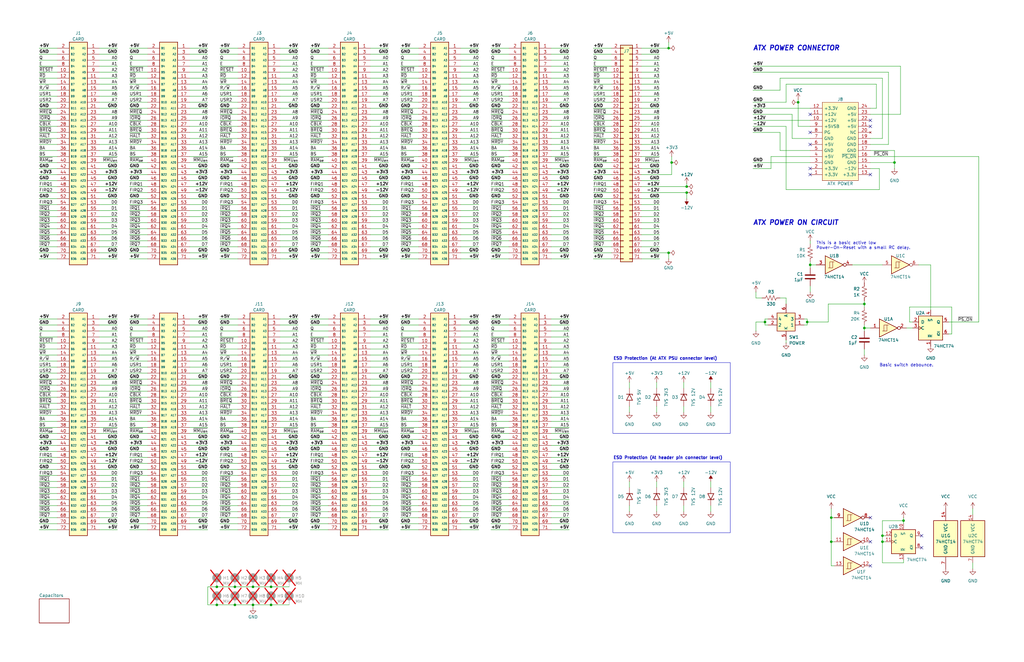
<source format=kicad_sch>
(kicad_sch (version 20250114) (generator "eeschema") (generator_version "9.0")
  (paper "USLedger")
  (title_block (title "8-bit ISA style ATX backblane") (date "2026-02-16") (rev "3") (company "MicroHobbyist") (comment 1 "Frédéric Segard"))
  (rectangle (start 258.445 153.035) (end 307.975 182.88))
  (rectangle (start 258.445 194.945) (end 307.975 224.79))
  (text "ATX POWER CONNECTOR" (at 317.5 21.59 0) (effects (font (size 2 2) (thickness 0.4) (bold yes) (italic yes)) (justify left bottom)))
  (text "This is a basic active low\nPower-On-Reset with a small RC delay." (at 344.17 105.41 0) (effects (font (size 1.27 1.27)) (justify left bottom)))
  (text "Basic switch debounce." (at 370.84 154.94 0) (effects (font (size 1.27 1.27)) (justify left bottom)))
  (text "ESD Protection (At ATX PSU connector level)" (at 258.572 151.384 0) (effects (font (size 1.27 1.27) (thickness 0.254) (bold yes)) (justify left)))
  (text "ATX POWER ON CIRCUIT" (at 317.5 95.25 0) (effects (font (size 2 2) (thickness 0.4) (bold yes) (italic yes)) (justify left bottom)))
  (text "ESD Protection (At header pin connector level)" (at 258.572 193.294 0) (effects (font (size 1.27 1.27) (thickness 0.254) (bold yes)) (justify left)))
  (junction (at 364.49 138.43))
  (junction (at 106.68 247.65))
  (junction (at 283.21 68.58))
  (junction (at 114.3 255.27))
  (junction (at 372.11 228.6))
  (junction (at 372.11 226.06))
  (junction (at 289.56 78.74))
  (junction (at 91.44 255.27))
  (junction (at 289.56 81.28))
  (junction (at 340.36 135.89))
  (junction (at 341.63 111.76))
  (junction (at 106.68 255.27))
  (junction (at 99.06 247.65))
  (junction (at 281.94 106.68))
  (junction (at 114.3 247.65))
  (junction (at 377.19 68.58))
  (junction (at 99.06 255.27))
  (junction (at 336.55 43.18))
  (junction (at 281.94 20.32))
  (junction (at 381 219.71))
  (junction (at 350.52 228.6))
  (junction (at 350.52 218.44))
  (junction (at 364.49 128.27))
  (junction (at 91.44 247.65))
  (junction (at 322.58 135.89))
  (no_connect (at 367.03 218.44))
  (no_connect (at 388.62 226.06))
  (no_connect (at 341.63 55.88))
  (no_connect (at 367.03 238.76))
  (no_connect (at 388.62 231.14))
  (no_connect (at 367.03 73.66))
  (no_connect (at 341.63 71.12))
  (no_connect (at 341.63 60.96))
  (no_connect (at 341.63 48.26))
  (no_connect (at 367.03 228.6))
  (no_connect (at 341.63 73.66))
  (no_connect (at 367.03 53.34))
  (no_connect (at 367.03 50.8))
  (wire (pts (xy 41.91 25.4) (xy 49.53 25.4)))
  (wire (pts (xy 41.91 162.56) (xy 49.53 162.56)))
  (wire (pts (xy 207.01 109.22) (xy 214.63 109.22)))
  (wire (pts (xy 168.91 45.72) (xy 176.53 45.72)))
  (wire (pts (xy 207.01 53.34) (xy 214.63 53.34)))
  (wire (pts (xy 54.61 58.42) (xy 62.23 58.42)))
  (wire (pts (xy 194.31 144.78) (xy 201.93 144.78)))
  (wire (pts (xy 270.51 86.36) (xy 278.13 86.36)))
  (wire (pts (xy 41.91 185.42) (xy 49.53 185.42)))
  (wire (pts (xy 24.13 73.66) (xy 16.51 73.66)))
  (wire (pts (xy 80.01 172.72) (xy 87.63 172.72)))
  (wire (pts (xy 118.11 101.6) (xy 125.73 101.6)))
  (wire (pts (xy 250.19 30.48) (xy 257.81 30.48)))
  (wire (pts (xy 130.81 170.18) (xy 138.43 170.18)))
  (wire (pts (xy 168.91 147.32) (xy 176.53 147.32)))
  (wire (pts (xy 130.81 35.56) (xy 138.43 35.56)))
  (wire (pts (xy 163.83 137.16) (xy 156.21 137.16)))
  (wire (pts (xy 250.19 33.02) (xy 257.81 33.02)))
  (wire (pts (xy 232.41 25.4) (xy 240.03 25.4)))
  (wire (pts (xy 80.01 170.18) (xy 87.63 170.18)))
  (wire (pts (xy 156.21 71.12) (xy 163.83 71.12)))
  (wire (pts (xy 92.71 83.82) (xy 100.33 83.82)))
  (wire (pts (xy 194.31 198.12) (xy 201.93 198.12)))
  (wire (pts (xy 156.21 40.64) (xy 163.83 40.64)))
  (wire (pts (xy 232.41 172.72) (xy 240.03 172.72)))
  (wire (pts (xy 207.01 180.34) (xy 214.63 180.34)))
  (wire (pts (xy 41.91 60.96) (xy 49.53 60.96)))
  (wire (pts (xy 16.51 152.4) (xy 24.13 152.4)))
  (wire (pts (xy 16.51 190.5) (xy 24.13 190.5)))
  (wire (pts (xy 194.31 45.72) (xy 201.93 45.72)))
  (wire (pts (xy 168.91 63.5) (xy 176.53 63.5)))
  (wire (pts (xy 106.68 255.27) (xy 99.06 255.27)))
  (wire (pts (xy 336.55 43.18) (xy 336.55 53.34)))
  (wire (pts (xy 168.91 220.98) (xy 176.53 220.98)))
  (wire (pts (xy 130.81 142.24) (xy 138.43 142.24)))
  (wire (pts (xy 92.71 203.2) (xy 100.33 203.2)))
  (wire (pts (xy 92.71 165.1) (xy 100.33 165.1)))
  (wire (pts (xy 41.91 165.1) (xy 49.53 165.1)))
  (wire (pts (xy 118.11 152.4) (xy 125.73 152.4)))
  (wire (pts (xy 118.11 25.4) (xy 125.73 25.4)))
  (wire (pts (xy 156.21 193.04) (xy 163.83 193.04)))
  (wire (pts (xy 54.61 53.34) (xy 62.23 53.34)))
  (wire (pts (xy 194.31 218.44) (xy 201.93 218.44)))
  (wire (pts (xy 125.73 22.86) (xy 118.11 22.86)))
  (wire (pts (xy 232.41 50.8) (xy 240.03 50.8)))
  (wire (pts (xy 412.75 66.04) (xy 412.75 135.89)))
  (wire (pts (xy 130.81 162.56) (xy 138.43 162.56)))
  (wire (pts (xy 130.81 180.34) (xy 138.43 180.34)))
  (wire (pts (xy 201.93 220.98) (xy 194.31 220.98)))
  (wire (pts (xy 41.91 33.02) (xy 49.53 33.02)))
  (wire (pts (xy 207.01 63.5) (xy 214.63 63.5)))
  (wire (pts (xy 54.61 165.1) (xy 62.23 165.1)))
  (wire (pts (xy 207.01 60.96) (xy 214.63 60.96)))
  (wire (pts (xy 92.71 101.6) (xy 100.33 101.6)))
  (wire (pts (xy 54.61 38.1) (xy 62.23 38.1)))
  (wire (pts (xy 92.71 40.64) (xy 100.33 40.64)))
  (wire (pts (xy 168.91 162.56) (xy 176.53 162.56)))
  (wire (pts (xy 130.81 223.52) (xy 138.43 223.52)))
  (wire (pts (xy 232.41 139.7) (xy 240.03 139.7)))
  (wire (pts (xy 130.81 101.6) (xy 138.43 101.6)))
  (wire (pts (xy 100.33 73.66) (xy 92.71 73.66)))
  (wire (pts (xy 372.11 228.6) (xy 373.38 228.6)))
  (wire (pts (xy 92.71 50.8) (xy 100.33 50.8)))
  (wire (pts (xy 194.31 93.98) (xy 201.93 93.98)))
  (wire (pts (xy 156.21 88.9) (xy 163.83 88.9)))
  (wire (pts (xy 328.93 125.73) (xy 331.47 125.73)))
  (wire (pts (xy 168.91 177.8) (xy 176.53 177.8)))
  (wire (pts (xy 350.52 218.44) (xy 351.79 218.44)))
  (wire (pts (xy 49.53 220.98) (xy 41.91 220.98)))
  (wire (pts (xy 207.01 200.66) (xy 214.63 200.66)))
  (wire (pts (xy 80.01 175.26) (xy 87.63 175.26)))
  (wire (pts (xy 207.01 27.94) (xy 214.63 27.94)))
  (wire (pts (xy 270.51 78.74) (xy 289.56 78.74)))
  (wire (pts (xy 54.61 50.8) (xy 62.23 50.8)))
  (wire (pts (xy 201.93 195.58) (xy 194.31 195.58)))
  (wire (pts (xy 168.91 60.96) (xy 176.53 60.96)))
  (wire (pts (xy 372.11 219.71) (xy 372.11 226.06)))
  (wire (pts (xy 207.01 185.42) (xy 214.63 185.42)))
  (wire (pts (xy 54.61 198.12) (xy 62.23 198.12)))
  (wire (pts (xy 118.11 175.26) (xy 125.73 175.26)))
  (wire (pts (xy 16.51 220.98) (xy 24.13 220.98)))
  (wire (pts (xy 341.63 101.6) (xy 341.63 102.87)))
  (wire (pts (xy 207.01 208.28) (xy 214.63 208.28)))
  (wire (pts (xy 232.41 78.74) (xy 240.03 78.74)))
  (wire (pts (xy 54.61 83.82) (xy 62.23 83.82)))
  (wire (pts (xy 125.73 195.58) (xy 118.11 195.58)))
  (wire (pts (xy 232.41 63.5) (xy 240.03 63.5)))
  (wire (pts (xy 92.71 93.98) (xy 100.33 93.98)))
  (wire (pts (xy 118.11 58.42) (xy 125.73 58.42)))
  (wire (pts (xy 168.91 215.9) (xy 176.53 215.9)))
  (wire (pts (xy 87.63 109.22) (xy 80.01 109.22)))
  (wire (pts (xy 41.91 208.28) (xy 49.53 208.28)))
  (wire (pts (xy 118.11 35.56) (xy 125.73 35.56)))
  (wire (pts (xy 54.61 220.98) (xy 62.23 220.98)))
  (wire (pts (xy 80.01 53.34) (xy 87.63 53.34)))
  (wire (pts (xy 401.32 140.97) (xy 401.32 129.54)))
  (wire (pts (xy 92.71 30.48) (xy 100.33 30.48)))
  (wire (pts (xy 168.91 25.4) (xy 176.53 25.4)))
  (wire (pts (xy 92.71 58.42) (xy 100.33 58.42)))
  (wire (pts (xy 118.11 99.06) (xy 125.73 99.06)))
  (wire (pts (xy 118.11 215.9) (xy 125.73 215.9)))
  (wire (pts (xy 156.21 78.74) (xy 163.83 78.74)))
  (wire (pts (xy 322.58 134.62) (xy 322.58 135.89)))
  (wire (pts (xy 278.13 109.22) (xy 270.51 109.22)))
  (wire (pts (xy 232.41 200.66) (xy 240.03 200.66)))
  (wire (pts (xy 54.61 134.62) (xy 62.23 134.62)))
  (wire (pts (xy 80.01 139.7) (xy 87.63 139.7)))
  (wire (pts (xy 367.03 71.12) (xy 370.84 71.12)))
  (wire (pts (xy 130.81 20.32) (xy 138.43 20.32)))
  (wire (pts (xy 16.51 223.52) (xy 24.13 223.52)))
  (wire (pts (xy 194.31 210.82) (xy 201.93 210.82)))
  (wire (pts (xy 276.86 203.2) (xy 276.86 205.74)))
  (wire (pts (xy 377.19 68.58) (xy 377.19 71.12)))
  (wire (pts (xy 92.71 170.18) (xy 100.33 170.18)))
  (wire (pts (xy 130.81 60.96) (xy 138.43 60.96)))
  (wire (pts (xy 232.41 154.94) (xy 240.03 154.94)))
  (wire (pts (xy 168.91 172.72) (xy 176.53 172.72)))
  (wire (pts (xy 16.51 33.02) (xy 24.13 33.02)))
  (wire (pts (xy 232.41 71.12) (xy 240.03 71.12)))
  (wire (pts (xy 80.01 149.86) (xy 87.63 149.86)))
  (wire (pts (xy 194.31 215.9) (xy 201.93 215.9)))
  (wire (pts (xy 340.36 135.89) (xy 349.25 135.89)))
  (wire (pts (xy 207.01 33.02) (xy 214.63 33.02)))
  (wire (pts (xy 16.51 101.6) (xy 24.13 101.6)))
  (wire (pts (xy 80.01 35.56) (xy 87.63 35.56)))
  (wire (pts (xy 41.91 68.58) (xy 49.53 68.58)))
  (wire (pts (xy 118.11 193.04) (xy 125.73 193.04)))
  (wire (pts (xy 194.31 96.52) (xy 201.93 96.52)))
  (wire (pts (xy 176.53 187.96) (xy 168.91 187.96)))
  (wire (pts (xy 125.73 106.68) (xy 118.11 106.68)))
  (wire (pts (xy 270.51 76.2) (xy 278.13 76.2)))
  (wire (pts (xy 80.01 91.44) (xy 87.63 91.44)))
  (wire (pts (xy 318.77 135.89) (xy 318.77 139.7)))
  (wire (pts (xy 317.5 43.18) (xy 331.47 43.18)))
  (wire (pts (xy 194.31 180.34) (xy 201.93 180.34)))
  (wire (pts (xy 201.93 20.32) (xy 194.31 20.32)))
  (wire (pts (xy 54.61 25.4) (xy 62.23 25.4)))
  (wire (pts (xy 16.51 193.04) (xy 24.13 193.04)))
  (wire (pts (xy 156.21 91.44) (xy 163.83 91.44)))
  (wire (pts (xy 80.01 71.12) (xy 87.63 71.12)))
  (wire (pts (xy 207.01 215.9) (xy 214.63 215.9)))
  (wire (pts (xy 54.61 208.28) (xy 62.23 208.28)))
  (wire (pts (xy 118.11 213.36) (xy 125.73 213.36)))
  (wire (pts (xy 207.01 210.82) (xy 214.63 210.82)))
  (wire (pts (xy 232.41 101.6) (xy 240.03 101.6)))
  (wire (pts (xy 118.11 27.94) (xy 125.73 27.94)))
  (wire (pts (xy 334.01 48.26) (xy 334.01 58.42)))
  (wire (pts (xy 156.21 185.42) (xy 163.83 185.42)))
  (wire (pts (xy 41.91 63.5) (xy 49.53 63.5)))
  (wire (pts (xy 92.71 66.04) (xy 100.33 66.04)))
  (wire (pts (xy 130.81 68.58) (xy 138.43 68.58)))
  (wire (pts (xy 265.43 203.2) (xy 265.43 205.74)))
  (wire (pts (xy 270.51 25.4) (xy 278.13 25.4)))
  (wire (pts (xy 125.73 220.98) (xy 118.11 220.98)))
  (wire (pts (xy 80.01 40.64) (xy 87.63 40.64)))
  (wire (pts (xy 41.91 175.26) (xy 49.53 175.26)))
  (wire (pts (xy 54.61 109.22) (xy 62.23 109.22)))
  (wire (pts (xy 16.51 76.2) (xy 24.13 76.2)))
  (wire (pts (xy 232.41 175.26) (xy 240.03 175.26)))
  (wire (pts (xy 118.11 198.12) (xy 125.73 198.12)))
  (wire (pts (xy 194.31 50.8) (xy 201.93 50.8)))
  (wire (pts (xy 250.19 91.44) (xy 257.81 91.44)))
  (wire (pts (xy 87.63 106.68) (xy 80.01 106.68)))
  (wire (pts (xy 156.21 147.32) (xy 163.83 147.32)))
  (wire (pts (xy 207.01 162.56) (xy 214.63 162.56)))
  (wire (pts (xy 318.77 123.19) (xy 318.77 125.73)))
  (wire (pts (xy 41.91 215.9) (xy 49.53 215.9)))
  (wire (pts (xy 156.21 213.36) (xy 163.83 213.36)))
  (wire (pts (xy 118.11 63.5) (xy 125.73 63.5)))
  (wire (pts (xy 232.41 27.94) (xy 240.03 27.94)))
  (wire (pts (xy 232.41 43.18) (xy 240.03 43.18)))
  (wire (pts (xy 16.51 203.2) (xy 24.13 203.2)))
  (wire (pts (xy 54.61 149.86) (xy 62.23 149.86)))
  (wire (pts (xy 41.91 142.24) (xy 49.53 142.24)))
  (wire (pts (xy 382.27 138.43) (xy 384.81 138.43)))
  (wire (pts (xy 92.71 22.86) (xy 100.33 22.86)))
  (wire (pts (xy 80.01 177.8) (xy 87.63 177.8)))
  (wire (pts (xy 168.91 182.88) (xy 176.53 182.88)))
  (wire (pts (xy 194.31 170.18) (xy 201.93 170.18)))
  (wire (pts (xy 54.61 182.88) (xy 62.23 182.88)))
  (wire (pts (xy 207.01 144.78) (xy 214.63 144.78)))
  (wire (pts (xy 92.71 162.56) (xy 100.33 162.56)))
  (wire (pts (xy 364.49 147.32) (xy 364.49 149.86)))
  (wire (pts (xy 328.93 33.02) (xy 328.93 38.1)))
  (wire (pts (xy 207.01 170.18) (xy 214.63 170.18)))
  (wire (pts (xy 232.41 66.04) (xy 240.03 66.04)))
  (wire (pts (xy 16.51 78.74) (xy 24.13 78.74)))
  (wire (pts (xy 250.19 68.58) (xy 257.81 68.58)))
  (wire (pts (xy 372.11 219.71) (xy 381 219.71)))
  (wire (pts (xy 207.01 20.32) (xy 214.63 20.32)))
  (wire (pts (xy 92.71 200.66) (xy 100.33 200.66)))
  (wire (pts (xy 207.01 182.88) (xy 214.63 182.88)))
  (wire (pts (xy 54.61 40.64) (xy 62.23 40.64)))
  (wire (pts (xy 16.51 63.5) (xy 24.13 63.5)))
  (wire (pts (xy 232.41 30.48) (xy 240.03 30.48)))
  (wire (pts (xy 317.5 45.72) (xy 341.63 45.72)))
  (wire (pts (xy 270.51 43.18) (xy 278.13 43.18)))
  (wire (pts (xy 130.81 144.78) (xy 138.43 144.78)))
  (wire (pts (xy 80.01 48.26) (xy 87.63 48.26)))
  (wire (pts (xy 250.19 71.12) (xy 257.81 71.12)))
  (wire (pts (xy 41.91 35.56) (xy 49.53 35.56)))
  (wire (pts (xy 92.71 20.32) (xy 100.33 20.32)))
  (wire (pts (xy 54.61 154.94) (xy 62.23 154.94)))
  (wire (pts (xy 54.61 27.94) (xy 62.23 27.94)))
  (wire (pts (xy 168.91 58.42) (xy 176.53 58.42)))
  (wire (pts (xy 156.21 180.34) (xy 163.83 180.34)))
  (wire (pts (xy 130.81 53.34) (xy 138.43 53.34)))
  (wire (pts (xy 265.43 213.36) (xy 265.43 215.9)))
  (wire (pts (xy 288.29 213.36) (xy 288.29 215.9)))
  (wire (pts (xy 130.81 81.28) (xy 138.43 81.28)))
  (wire (pts (xy 317.5 68.58) (xy 341.63 68.58)))
  (wire (pts (xy 54.61 195.58) (xy 62.23 195.58)))
  (wire (pts (xy 130.81 205.74) (xy 138.43 205.74)))
  (wire (pts (xy 41.91 30.48) (xy 49.53 30.48)))
  (wire (pts (xy 54.61 213.36) (xy 62.23 213.36)))
  (wire (pts (xy 349.25 128.27) (xy 349.25 135.89)))
  (wire (pts (xy 130.81 208.28) (xy 138.43 208.28)))
  (wire (pts (xy 341.63 120.65) (xy 341.63 123.19)))
  (wire (pts (xy 250.19 20.32) (xy 257.81 20.32)))
  (wire (pts (xy 16.51 154.94) (xy 24.13 154.94)))
  (wire (pts (xy 250.19 83.82) (xy 257.81 83.82)))
  (wire (pts (xy 156.21 104.14) (xy 163.83 104.14)))
  (wire (pts (xy 232.41 208.28) (xy 240.03 208.28)))
  (wire (pts (xy 16.51 149.86) (xy 24.13 149.86)))
  (wire (pts (xy 16.51 165.1) (xy 24.13 165.1)))
  (wire (pts (xy 16.51 45.72) (xy 24.13 45.72)))
  (wire (pts (xy 54.61 96.52) (xy 62.23 96.52)))
  (wire (pts (xy 41.91 193.04) (xy 49.53 193.04)))
  (wire (pts (xy 168.91 35.56) (xy 176.53 35.56)))
  (wire (pts (xy 250.19 104.14) (xy 257.81 104.14)))
  (wire (pts (xy 349.25 128.27) (xy 364.49 128.27)))
  (wire (pts (xy 80.01 182.88) (xy 87.63 182.88)))
  (wire (pts (xy 341.63 111.76) (xy 344.17 111.76)))
  (wire (pts (xy 41.91 104.14) (xy 49.53 104.14)))
  (wire (pts (xy 54.61 45.72) (xy 62.23 45.72)))
  (wire (pts (xy 232.41 149.86) (xy 240.03 149.86)))
  (wire (pts (xy 118.11 157.48) (xy 125.73 157.48)))
  (wire (pts (xy 168.91 109.22) (xy 176.53 109.22)))
  (wire (pts (xy 54.61 101.6) (xy 62.23 101.6)))
  (wire (pts (xy 163.83 22.86) (xy 156.21 22.86)))
  (wire (pts (xy 92.71 91.44) (xy 100.33 91.44)))
  (wire (pts (xy 130.81 104.14) (xy 138.43 104.14)))
  (wire (pts (xy 168.91 43.18) (xy 176.53 43.18)))
  (wire (pts (xy 372.11 33.02) (xy 372.11 58.42)))
  (wire (pts (xy 156.21 45.72) (xy 163.83 45.72)))
  (wire (pts (xy 318.77 125.73) (xy 321.31 125.73)))
  (wire (pts (xy 91.44 247.65) (xy 99.06 247.65)))
  (wire (pts (xy 41.91 210.82) (xy 49.53 210.82)))
  (wire (pts (xy 350.52 238.76) (xy 351.79 238.76)))
  (wire (pts (xy 336.55 41.91) (xy 336.55 43.18)))
  (wire (pts (xy 92.71 63.5) (xy 100.33 63.5)))
  (wire (pts (xy 130.81 25.4) (xy 138.43 25.4)))
  (wire (pts (xy 194.31 27.94) (xy 201.93 27.94)))
  (wire (pts (xy 54.61 144.78) (xy 62.23 144.78)))
  (wire (pts (xy 92.71 154.94) (xy 100.33 154.94)))
  (wire (pts (xy 41.91 48.26) (xy 49.53 48.26)))
  (wire (pts (xy 54.61 215.9) (xy 62.23 215.9)))
  (wire (pts (xy 130.81 58.42) (xy 138.43 58.42)))
  (wire (pts (xy 207.01 76.2) (xy 214.63 76.2)))
  (wire (pts (xy 168.91 195.58) (xy 176.53 195.58)))
  (wire (pts (xy 207.01 190.5) (xy 214.63 190.5)))
  (wire (pts (xy 92.71 27.94) (xy 100.33 27.94)))
  (wire (pts (xy 168.91 53.34) (xy 176.53 53.34)))
  (wire (pts (xy 16.51 83.82) (xy 24.13 83.82)))
  (wire (pts (xy 156.21 208.28) (xy 163.83 208.28)))
  (wire (pts (xy 41.91 93.98) (xy 49.53 93.98)))
  (wire (pts (xy 130.81 220.98) (xy 138.43 220.98)))
  (wire (pts (xy 87.63 22.86) (xy 80.01 22.86)))
  (wire (pts (xy 270.51 38.1) (xy 278.13 38.1)))
  (wire (pts (xy 80.01 58.42) (xy 87.63 58.42)))
  (wire (pts (xy 118.11 142.24) (xy 125.73 142.24)))
  (wire (pts (xy 156.21 187.96) (xy 163.83 187.96)))
  (wire (pts (xy 232.41 88.9) (xy 240.03 88.9)))
  (wire (pts (xy 289.56 81.28) (xy 289.56 83.82)))
  (wire (pts (xy 80.01 33.02) (xy 87.63 33.02)))
  (wire (pts (xy 80.01 180.34) (xy 87.63 180.34)))
  (wire (pts (xy 250.19 99.06) (xy 257.81 99.06)))
  (wire (pts (xy 130.81 106.68) (xy 138.43 106.68)))
  (wire (pts (xy 92.71 157.48) (xy 100.33 157.48)))
  (wire (pts (xy 232.41 142.24) (xy 240.03 142.24)))
  (wire (pts (xy 92.71 190.5) (xy 100.33 190.5)))
  (wire (pts (xy 118.11 43.18) (xy 125.73 43.18)))
  (wire (pts (xy 118.11 88.9) (xy 125.73 88.9)))
  (wire (pts (xy 350.52 218.44) (xy 350.52 228.6)))
  (wire (pts (xy 16.51 210.82) (xy 24.13 210.82)))
  (wire (pts (xy 118.11 170.18) (xy 125.73 170.18)))
  (wire (pts (xy 16.51 30.48) (xy 24.13 30.48)))
  (wire (pts (xy 207.01 55.88) (xy 214.63 55.88)))
  (wire (pts (xy 80.01 147.32) (xy 87.63 147.32)))
  (wire (pts (xy 250.19 50.8) (xy 257.81 50.8)))
  (wire (pts (xy 194.31 88.9) (xy 201.93 88.9)))
  (wire (pts (xy 250.19 43.18) (xy 257.81 43.18)))
  (wire (pts (xy 364.49 127) (xy 364.49 128.27)))
  (wire (pts (xy 232.41 99.06) (xy 240.03 99.06)))
  (wire (pts (xy 168.91 134.62) (xy 176.53 134.62)))
  (wire (pts (xy 125.73 137.16) (xy 118.11 137.16)))
  (wire (pts (xy 92.71 172.72) (xy 100.33 172.72)))
  (wire (pts (xy 118.11 172.72) (xy 125.73 172.72)))
  (wire (pts (xy 156.21 167.64) (xy 163.83 167.64)))
  (wire (pts (xy 92.71 33.02) (xy 100.33 33.02)))
  (wire (pts (xy 194.31 142.24) (xy 201.93 142.24)))
  (wire (pts (xy 54.61 205.74) (xy 62.23 205.74)))
  (wire (pts (xy 232.41 152.4) (xy 240.03 152.4)))
  (wire (pts (xy 168.91 93.98) (xy 176.53 93.98)))
  (wire (pts (xy 16.51 198.12) (xy 24.13 198.12)))
  (wire (pts (xy 54.61 152.4) (xy 62.23 152.4)))
  (wire (pts (xy 118.11 30.48) (xy 125.73 30.48)))
  (wire (pts (xy 16.51 68.58) (xy 24.13 68.58)))
  (wire (pts (xy 207.01 101.6) (xy 214.63 101.6)))
  (wire (pts (xy 207.01 205.74) (xy 214.63 205.74)))
  (wire (pts (xy 16.51 180.34) (xy 24.13 180.34)))
  (wire (pts (xy 207.01 66.04) (xy 214.63 66.04)))
  (wire (pts (xy 232.41 58.42) (xy 240.03 58.42)))
  (wire (pts (xy 92.71 160.02) (xy 100.33 160.02)))
  (wire (pts (xy 207.01 175.26) (xy 214.63 175.26)))
  (wire (pts (xy 16.51 144.78) (xy 24.13 144.78)))
  (wire (pts (xy 156.21 157.48) (xy 163.83 157.48)))
  (wire (pts (xy 168.91 152.4) (xy 176.53 152.4)))
  (wire (pts (xy 80.01 25.4) (xy 87.63 25.4)))
  (wire (pts (xy 318.77 135.89) (xy 322.58 135.89)))
  (wire (pts (xy 41.91 152.4) (xy 49.53 152.4)))
  (wire (pts (xy 118.11 177.8) (xy 125.73 177.8)))
  (wire (pts (xy 130.81 172.72) (xy 138.43 172.72)))
  (wire (pts (xy 207.01 172.72) (xy 214.63 172.72)))
  (wire (pts (xy 232.41 218.44) (xy 240.03 218.44)))
  (wire (pts (xy 80.01 45.72) (xy 87.63 45.72)))
  (wire (pts (xy 92.71 182.88) (xy 100.33 182.88)))
  (wire (pts (xy 49.53 81.28) (xy 41.91 81.28)))
  (wire (pts (xy 214.63 73.66) (xy 207.01 73.66)))
  (wire (pts (xy 80.01 78.74) (xy 87.63 78.74)))
  (wire (pts (xy 232.41 157.48) (xy 240.03 157.48)))
  (wire (pts (xy 54.61 203.2) (xy 62.23 203.2)))
  (wire (pts (xy 350.52 214.63) (xy 350.52 218.44)))
  (wire (pts (xy 156.21 63.5) (xy 163.83 63.5)))
  (wire (pts (xy 317.5 38.1) (xy 328.93 38.1)))
  (wire (pts (xy 156.21 203.2) (xy 163.83 203.2)))
  (wire (pts (xy 80.01 88.9) (xy 87.63 88.9)))
  (wire (pts (xy 41.91 58.42) (xy 49.53 58.42)))
  (wire (pts (xy 325.12 66.04) (xy 341.63 66.04)))
  (wire (pts (xy 54.61 139.7) (xy 62.23 139.7)))
  (wire (pts (xy 80.01 101.6) (xy 87.63 101.6)))
  (wire (pts (xy 118.11 93.98) (xy 125.73 93.98)))
  (wire (pts (xy 214.63 187.96) (xy 207.01 187.96)))
  (wire (pts (xy 41.91 99.06) (xy 49.53 99.06)))
  (wire (pts (xy 54.61 185.42) (xy 62.23 185.42)))
  (wire (pts (xy 130.81 198.12) (xy 138.43 198.12)))
  (wire (pts (xy 41.91 27.94) (xy 49.53 27.94)))
  (wire (pts (xy 163.83 195.58) (xy 156.21 195.58)))
  (wire (pts (xy 331.47 143.51) (xy 331.47 144.78)))
  (wire (pts (xy 270.51 88.9) (xy 278.13 88.9)))
  (wire (pts (xy 201.93 109.22) (xy 194.31 109.22)))
  (wire (pts (xy 16.51 27.94) (xy 24.13 27.94)))
  (wire (pts (xy 207.01 40.64) (xy 214.63 40.64)))
  (wire (pts (xy 207.01 218.44) (xy 214.63 218.44)))
  (wire (pts (xy 54.61 157.48) (xy 62.23 157.48)))
  (wire (pts (xy 118.11 144.78) (xy 125.73 144.78)))
  (wire (pts (xy 130.81 27.94) (xy 138.43 27.94)))
  (wire (pts (xy 281.94 17.78) (xy 281.94 20.32)))
  (wire (pts (xy 299.72 171.45) (xy 299.72 173.99)))
  (wire (pts (xy 130.81 152.4) (xy 138.43 152.4)))
  (wire (pts (xy 24.13 187.96) (xy 16.51 187.96)))
  (wire (pts (xy 168.91 149.86) (xy 176.53 149.86)))
  (wire (pts (xy 207.01 48.26) (xy 214.63 48.26)))
  (wire (pts (xy 232.41 205.74) (xy 240.03 205.74)))
  (wire (pts (xy 156.21 160.02) (xy 163.83 160.02)))
  (wire (pts (xy 194.31 190.5) (xy 201.93 190.5)))
  (wire (pts (xy 201.93 106.68) (xy 194.31 106.68)))
  (wire (pts (xy 49.53 195.58) (xy 41.91 195.58)))
  (wire (pts (xy 118.11 147.32) (xy 125.73 147.32)))
  (wire (pts (xy 194.31 48.26) (xy 201.93 48.26)))
  (wire (pts (xy 92.71 137.16) (xy 100.33 137.16)))
  (wire (pts (xy 156.21 66.04) (xy 163.83 66.04)))
  (wire (pts (xy 118.11 73.66) (xy 125.73 73.66)))
  (wire (pts (xy 194.31 165.1) (xy 201.93 165.1)))
  (wire (pts (xy 250.19 35.56) (xy 257.81 35.56)))
  (wire (pts (xy 92.71 43.18) (xy 100.33 43.18)))
  (wire (pts (xy 168.91 20.32) (xy 176.53 20.32)))
  (wire (pts (xy 92.71 96.52) (xy 100.33 96.52)))
  (wire (pts (xy 168.91 91.44) (xy 176.53 91.44)))
  (wire (pts (xy 130.81 40.64) (xy 138.43 40.64)))
  (wire (pts (xy 317.5 48.26) (xy 334.01 48.26)))
  (wire (pts (xy 87.63 255.27) (xy 91.44 255.27)))
  (wire (pts (xy 16.51 48.26) (xy 24.13 48.26)))
  (wire (pts (xy 194.31 99.06) (xy 201.93 99.06)))
  (wire (pts (xy 54.61 86.36) (xy 62.23 86.36)))
  (wire (pts (xy 54.61 170.18) (xy 62.23 170.18)))
  (wire (pts (xy 54.61 55.88) (xy 62.23 55.88)))
  (wire (pts (xy 240.03 220.98) (xy 232.41 220.98)))
  (wire (pts (xy 207.01 30.48) (xy 214.63 30.48)))
  (wire (pts (xy 270.51 45.72) (xy 278.13 45.72)))
  (wire (pts (xy 232.41 144.78) (xy 240.03 144.78)))
  (wire (pts (xy 16.51 200.66) (xy 24.13 200.66)))
  (wire (pts (xy 80.01 218.44) (xy 87.63 218.44)))
  (wire (pts (xy 118.11 96.52) (xy 125.73 96.52)))
  (wire (pts (xy 207.01 165.1) (xy 214.63 165.1)))
  (wire (pts (xy 168.91 33.02) (xy 176.53 33.02)))
  (wire (pts (xy 194.31 200.66) (xy 201.93 200.66)))
  (wire (pts (xy 92.71 60.96) (xy 100.33 60.96)))
  (wire (pts (xy 156.21 86.36) (xy 163.83 86.36)))
  (wire (pts (xy 232.41 187.96) (xy 240.03 187.96)))
  (wire (pts (xy 16.51 22.86) (xy 24.13 22.86)))
  (wire (pts (xy 207.01 142.24) (xy 214.63 142.24)))
  (wire (pts (xy 270.51 60.96) (xy 278.13 60.96)))
  (wire (pts (xy 16.51 160.02) (xy 24.13 160.02)))
  (wire (pts (xy 194.31 60.96) (xy 201.93 60.96)))
  (wire (pts (xy 118.11 218.44) (xy 125.73 218.44)))
  (wire (pts (xy 156.21 25.4) (xy 163.83 25.4)))
  (wire (pts (xy 130.81 88.9) (xy 138.43 88.9)))
  (wire (pts (xy 41.91 205.74) (xy 49.53 205.74)))
  (wire (pts (xy 80.01 66.04) (xy 87.63 66.04)))
  (wire (pts (xy 80.01 208.28) (xy 87.63 208.28)))
  (wire (pts (xy 317.5 71.12) (xy 325.12 71.12)))
  (wire (pts (xy 41.91 198.12) (xy 49.53 198.12)))
  (wire (pts (xy 168.91 86.36) (xy 176.53 86.36)))
  (wire (pts (xy 250.19 106.68) (xy 257.81 106.68)))
  (wire (pts (xy 100.33 187.96) (xy 92.71 187.96)))
  (wire (pts (xy 118.11 48.26) (xy 125.73 48.26)))
  (wire (pts (xy 41.91 157.48) (xy 49.53 157.48)))
  (wire (pts (xy 54.61 78.74) (xy 62.23 78.74)))
  (wire (pts (xy 369.57 35.56) (xy 369.57 45.72)))
  (wire (pts (xy 54.61 93.98) (xy 62.23 93.98)))
  (wire (pts (xy 168.91 99.06) (xy 176.53 99.06)))
  (wire (pts (xy 372.11 226.06) (xy 373.38 226.06)))
  (wire (pts (xy 207.01 86.36) (xy 214.63 86.36)))
  (wire (pts (xy 41.91 144.78) (xy 49.53 144.78)))
  (wire (pts (xy 92.71 38.1) (xy 100.33 38.1)))
  (wire (pts (xy 41.91 170.18) (xy 49.53 170.18)))
  (wire (pts (xy 156.21 101.6) (xy 163.83 101.6)))
  (wire (pts (xy 92.71 76.2) (xy 100.33 76.2)))
  (wire (pts (xy 16.51 208.28) (xy 24.13 208.28)))
  (wire (pts (xy 250.19 96.52) (xy 257.81 96.52)))
  (wire (pts (xy 232.41 213.36) (xy 240.03 213.36)))
  (wire (pts (xy 41.91 91.44) (xy 49.53 91.44)))
  (wire (pts (xy 16.51 172.72) (xy 24.13 172.72)))
  (wire (pts (xy 41.91 177.8) (xy 49.53 177.8)))
  (wire (pts (xy 92.71 210.82) (xy 100.33 210.82)))
  (wire (pts (xy 118.11 76.2) (xy 125.73 76.2)))
  (wire (pts (xy 130.81 182.88) (xy 138.43 182.88)))
  (wire (pts (xy 87.63 247.65) (xy 87.63 255.27)))
  (wire (pts (xy 232.41 86.36) (xy 240.03 86.36)))
  (wire (pts (xy 16.51 96.52) (xy 24.13 96.52)))
  (wire (pts (xy 41.91 83.82) (xy 49.53 83.82)))
  (wire (pts (xy 87.63 223.52) (xy 80.01 223.52)))
  (wire (pts (xy 16.51 55.88) (xy 24.13 55.88)))
  (wire (pts (xy 80.01 200.66) (xy 87.63 200.66)))
  (wire (pts (xy 317.5 30.48) (xy 374.65 30.48)))
  (wire (pts (xy 92.71 35.56) (xy 100.33 35.56)))
  (wire (pts (xy 325.12 66.04) (xy 325.12 71.12)))
  (wire (pts (xy 80.01 198.12) (xy 87.63 198.12)))
  (wire (pts (xy 130.81 177.8) (xy 138.43 177.8)))
  (wire (pts (xy 156.21 175.26) (xy 163.83 175.26)))
  (wire (pts (xy 281.94 106.68) (xy 281.94 109.22)))
  (wire (pts (xy 207.01 91.44) (xy 214.63 91.44)))
  (wire (pts (xy 16.51 99.06) (xy 24.13 99.06)))
  (wire (pts (xy 372.11 237.49) (xy 381 237.49)))
  (wire (pts (xy 16.51 71.12) (xy 24.13 71.12)))
  (wire (pts (xy 16.51 38.1) (xy 24.13 38.1)))
  (wire (pts (xy 92.71 185.42) (xy 100.33 185.42)))
  (wire (pts (xy 92.71 193.04) (xy 100.33 193.04)))
  (wire (pts (xy 334.01 58.42) (xy 341.63 58.42)))
  (wire (pts (xy 54.61 167.64) (xy 62.23 167.64)))
  (wire (pts (xy 16.51 60.96) (xy 24.13 60.96)))
  (wire (pts (xy 49.53 20.32) (xy 41.91 20.32)))
  (wire (pts (xy 270.51 93.98) (xy 278.13 93.98)))
  (wire (pts (xy 54.61 104.14) (xy 62.23 104.14)))
  (wire (pts (xy 92.71 147.32) (xy 100.33 147.32)))
  (wire (pts (xy 156.21 154.94) (xy 163.83 154.94)))
  (wire (pts (xy 232.41 180.34) (xy 240.03 180.34)))
  (wire (pts (xy 240.03 195.58) (xy 232.41 195.58)))
  (wire (pts (xy 283.21 66.04) (xy 283.21 68.58)))
  (wire (pts (xy 130.81 83.82) (xy 138.43 83.82)))
  (wire (pts (xy 250.19 45.72) (xy 257.81 45.72)))
  (wire (pts (xy 92.71 88.9) (xy 100.33 88.9)))
  (wire (pts (xy 156.21 50.8) (xy 163.83 50.8)))
  (wire (pts (xy 232.41 215.9) (xy 240.03 215.9)))
  (wire (pts (xy 54.61 147.32) (xy 62.23 147.32)))
  (wire (pts (xy 130.81 48.26) (xy 138.43 48.26)))
  (wire (pts (xy 156.21 177.8) (xy 163.83 177.8)))
  (wire (pts (xy 207.01 35.56) (xy 214.63 35.56)))
  (wire (pts (xy 163.83 134.62) (xy 156.21 134.62)))
  (wire (pts (xy 194.31 175.26) (xy 201.93 175.26)))
  (wire (pts (xy 207.01 83.82) (xy 214.63 83.82)))
  (wire (pts (xy 240.03 223.52) (xy 232.41 223.52)))
  (wire (pts (xy 207.01 149.86) (xy 214.63 149.86)))
  (wire (pts (xy 92.71 25.4) (xy 100.33 25.4)))
  (wire (pts (xy 118.11 66.04) (xy 125.73 66.04)))
  (wire (pts (xy 118.11 45.72) (xy 125.73 45.72)))
  (wire (pts (xy 16.51 93.98) (xy 24.13 93.98)))
  (wire (pts (xy 270.51 81.28) (xy 289.56 81.28)))
  (wire (pts (xy 16.51 177.8) (xy 24.13 177.8)))
  (wire (pts (xy 168.91 180.34) (xy 176.53 180.34)))
  (wire (pts (xy 250.19 40.64) (xy 257.81 40.64)))
  (wire (pts (xy 41.91 55.88) (xy 49.53 55.88)))
  (wire (pts (xy 194.31 101.6) (xy 201.93 101.6)))
  (wire (pts (xy 207.01 152.4) (xy 214.63 152.4)))
  (wire (pts (xy 16.51 25.4) (xy 24.13 25.4)))
  (wire (pts (xy 49.53 223.52) (xy 41.91 223.52)))
  (wire (pts (xy 16.51 66.04) (xy 24.13 66.04)))
  (wire (pts (xy 194.31 160.02) (xy 201.93 160.02)))
  (wire (pts (xy 194.31 162.56) (xy 201.93 162.56)))
  (wire (pts (xy 16.51 195.58) (xy 24.13 195.58)))
  (wire (pts (xy 92.71 45.72) (xy 100.33 45.72)))
  (wire (pts (xy 125.73 134.62) (xy 118.11 134.62)))
  (wire (pts (xy 232.41 55.88) (xy 240.03 55.88)))
  (wire (pts (xy 250.19 86.36) (xy 257.81 86.36)))
  (wire (pts (xy 168.91 144.78) (xy 176.53 144.78)))
  (wire (pts (xy 80.01 213.36) (xy 87.63 213.36)))
  (wire (pts (xy 207.01 193.04) (xy 214.63 193.04)))
  (wire (pts (xy 156.21 68.58) (xy 163.83 68.58)))
  (wire (pts (xy 118.11 139.7) (xy 125.73 139.7)))
  (wire (pts (xy 276.86 161.29) (xy 276.86 163.83)))
  (wire (pts (xy 92.71 48.26) (xy 100.33 48.26)))
  (wire (pts (xy 118.11 210.82) (xy 125.73 210.82)))
  (wire (pts (xy 299.72 213.36) (xy 299.72 215.9)))
  (wire (pts (xy 194.31 203.2) (xy 201.93 203.2)))
  (wire (pts (xy 207.01 195.58) (xy 214.63 195.58)))
  (wire (pts (xy 106.68 255.27) (xy 114.3 255.27)))
  (wire (pts (xy 92.71 180.34) (xy 100.33 180.34)))
  (wire (pts (xy 130.81 139.7) (xy 138.43 139.7)))
  (wire (pts (xy 270.51 96.52) (xy 278.13 96.52)))
  (wire (pts (xy 87.63 81.28) (xy 80.01 81.28)))
  (wire (pts (xy 41.91 76.2) (xy 49.53 76.2)))
  (wire (pts (xy 41.91 154.94) (xy 49.53 154.94)))
  (wire (pts (xy 80.01 142.24) (xy 87.63 142.24)))
  (wire (pts (xy 194.31 193.04) (xy 201.93 193.04)))
  (wire (pts (xy 54.61 33.02) (xy 62.23 33.02)))
  (wire (pts (xy 367.03 66.04) (xy 412.75 66.04)))
  (wire (pts (xy 16.51 106.68) (xy 24.13 106.68)))
  (wire (pts (xy 370.84 71.12) (xy 370.84 80.01)))
  (wire (pts (xy 118.11 83.82) (xy 125.73 83.82)))
  (wire (pts (xy 41.91 172.72) (xy 49.53 172.72)))
  (wire (pts (xy 168.91 76.2) (xy 176.53 76.2)))
  (wire (pts (xy 92.71 68.58) (xy 100.33 68.58)))
  (wire (pts (xy 130.81 165.1) (xy 138.43 165.1)))
  (wire (pts (xy 207.01 71.12) (xy 214.63 71.12)))
  (wire (pts (xy 92.71 195.58) (xy 100.33 195.58)))
  (wire (pts (xy 118.11 149.86) (xy 125.73 149.86)))
  (wire (pts (xy 194.31 205.74) (xy 201.93 205.74)))
  (wire (pts (xy 54.61 35.56) (xy 62.23 35.56)))
  (wire (pts (xy 118.11 162.56) (xy 125.73 162.56)))
  (wire (pts (xy 92.71 139.7) (xy 100.33 139.7)))
  (wire (pts (xy 207.01 38.1) (xy 214.63 38.1)))
  (wire (pts (xy 80.01 154.94) (xy 87.63 154.94)))
  (wire (pts (xy 87.63 20.32) (xy 80.01 20.32)))
  (wire (pts (xy 118.11 86.36) (xy 125.73 86.36)))
  (wire (pts (xy 232.41 76.2) (xy 240.03 76.2)))
  (wire (pts (xy 168.91 81.28) (xy 176.53 81.28)))
  (wire (pts (xy 232.41 53.34) (xy 240.03 53.34)))
  (wire (pts (xy 118.11 203.2) (xy 125.73 203.2)))
  (wire (pts (xy 299.72 161.29) (xy 299.72 163.83)))
  (wire (pts (xy 374.65 30.48) (xy 374.65 60.96)))
  (wire (pts (xy 92.71 71.12) (xy 100.33 71.12)))
  (wire (pts (xy 16.51 175.26) (xy 24.13 175.26)))
  (wire (pts (xy 194.31 154.94) (xy 201.93 154.94)))
  (wire (pts (xy 118.11 165.1) (xy 125.73 165.1)))
  (wire (pts (xy 336.55 53.34) (xy 341.63 53.34)))
  (wire (pts (xy 118.11 53.34) (xy 125.73 53.34)))
  (wire (pts (xy 54.61 177.8) (xy 62.23 177.8)))
  (wire (pts (xy 232.41 185.42) (xy 240.03 185.42)))
  (wire (pts (xy 118.11 60.96) (xy 125.73 60.96)))
  (wire (pts (xy 99.06 247.65) (xy 106.68 247.65)))
  (wire (pts (xy 270.51 83.82) (xy 278.13 83.82)))
  (wire (pts (xy 168.91 198.12) (xy 176.53 198.12)))
  (wire (pts (xy 62.23 187.96) (xy 54.61 187.96)))
  (wire (pts (xy 114.3 247.65) (xy 121.92 247.65)))
  (wire (pts (xy 80.01 86.36) (xy 87.63 86.36)))
  (wire (pts (xy 250.19 101.6) (xy 257.81 101.6)))
  (wire (pts (xy 364.49 128.27) (xy 364.49 129.54)))
  (wire (pts (xy 372.11 228.6) (xy 372.11 237.49)))
  (wire (pts (xy 54.61 99.06) (xy 62.23 99.06)))
  (wire (pts (xy 41.91 180.34) (xy 49.53 180.34)))
  (wire (pts (xy 156.21 144.78) (xy 163.83 144.78)))
  (wire (pts (xy 168.91 200.66) (xy 176.53 200.66)))
  (wire (pts (xy 16.51 81.28) (xy 24.13 81.28)))
  (wire (pts (xy 207.01 99.06) (xy 214.63 99.06)))
  (wire (pts (xy 16.51 50.8) (xy 24.13 50.8)))
  (wire (pts (xy 130.81 91.44) (xy 138.43 91.44)))
  (wire (pts (xy 54.61 48.26) (xy 62.23 48.26)))
  (wire (pts (xy 54.61 175.26) (xy 62.23 175.26)))
  (wire (pts (xy 289.56 77.47) (xy 289.56 78.74)))
  (wire (pts (xy 207.01 147.32) (xy 214.63 147.32)))
  (wire (pts (xy 80.01 68.58) (xy 87.63 68.58)))
  (wire (pts (xy 168.91 71.12) (xy 176.53 71.12)))
  (wire (pts (xy 118.11 182.88) (xy 125.73 182.88)))
  (wire (pts (xy 130.81 134.62) (xy 138.43 134.62)))
  (wire (pts (xy 194.31 66.04) (xy 201.93 66.04)))
  (wire (pts (xy 381 218.44) (xy 381 219.71)))
  (wire (pts (xy 232.41 68.58) (xy 240.03 68.58)))
  (wire (pts (xy 80.01 73.66) (xy 87.63 73.66)))
  (wire (pts (xy 92.71 106.68) (xy 100.33 106.68)))
  (wire (pts (xy 400.05 135.89) (xy 412.75 135.89)))
  (wire (pts (xy 163.83 220.98) (xy 156.21 220.98)))
  (wire (pts (xy 232.41 160.02) (xy 240.03 160.02)))
  (wire (pts (xy 194.31 71.12) (xy 201.93 71.12)))
  (wire (pts (xy 80.01 144.78) (xy 87.63 144.78)))
  (wire (pts (xy 92.71 53.34) (xy 100.33 53.34)))
  (wire (pts (xy 250.19 60.96) (xy 257.81 60.96)))
  (wire (pts (xy 283.21 68.58) (xy 283.21 73.66)))
  (wire (pts (xy 232.41 60.96) (xy 240.03 60.96)))
  (wire (pts (xy 194.31 149.86) (xy 201.93 149.86)))
  (wire (pts (xy 16.51 162.56) (xy 24.13 162.56)))
  (wire (pts (xy 130.81 22.86) (xy 138.43 22.86)))
  (wire (pts (xy 168.91 167.64) (xy 176.53 167.64)))
  (wire (pts (xy 194.31 68.58) (xy 201.93 68.58)))
  (wire (pts (xy 207.01 58.42) (xy 214.63 58.42)))
  (wire (pts (xy 156.21 83.82) (xy 163.83 83.82)))
  (wire (pts (xy 80.01 210.82) (xy 87.63 210.82)))
  (wire (pts (xy 194.31 104.14) (xy 201.93 104.14)))
  (wire (pts (xy 80.01 30.48) (xy 87.63 30.48)))
  (wire (pts (xy 232.41 83.82) (xy 240.03 83.82)))
  (wire (pts (xy 250.19 55.88) (xy 257.81 55.88)))
  (wire (pts (xy 176.53 73.66) (xy 168.91 73.66)))
  (wire (pts (xy 270.51 20.32) (xy 281.94 20.32)))
  (wire (pts (xy 250.19 66.04) (xy 257.81 66.04)))
  (wire (pts (xy 80.01 162.56) (xy 87.63 162.56)))
  (wire (pts (xy 168.91 208.28) (xy 176.53 208.28)))
  (wire (pts (xy 80.01 190.5) (xy 87.63 190.5)))
  (wire (pts (xy 130.81 109.22) (xy 138.43 109.22)))
  (wire (pts (xy 41.91 53.34) (xy 49.53 53.34)))
  (wire (pts (xy 54.61 190.5) (xy 62.23 190.5)))
  (wire (pts (xy 54.61 193.04) (xy 62.23 193.04)))
  (wire (pts (xy 92.71 134.62) (xy 100.33 134.62)))
  (wire (pts (xy 92.71 198.12) (xy 100.33 198.12)))
  (wire (pts (xy 194.31 187.96) (xy 201.93 187.96)))
  (wire (pts (xy 92.71 149.86) (xy 100.33 149.86)))
  (wire (pts (xy 276.86 171.45) (xy 276.86 173.99)))
  (wire (pts (xy 194.31 58.42) (xy 201.93 58.42)))
  (wire (pts (xy 92.71 152.4) (xy 100.33 152.4)))
  (wire (pts (xy 41.91 213.36) (xy 49.53 213.36)))
  (wire (pts (xy 156.21 35.56) (xy 163.83 35.56)))
  (wire (pts (xy 328.93 63.5) (xy 341.63 63.5)))
  (wire (pts (xy 168.91 157.48) (xy 176.53 157.48)))
  (wire (pts (xy 250.19 76.2) (xy 257.81 76.2)))
  (wire (pts (xy 232.41 93.98) (xy 240.03 93.98)))
  (wire (pts (xy 168.91 154.94) (xy 176.53 154.94)))
  (wire (pts (xy 288.29 161.29) (xy 288.29 163.83)))
  (wire (pts (xy 168.91 68.58) (xy 176.53 68.58)))
  (wire (pts (xy 250.19 38.1) (xy 257.81 38.1)))
  (wire (pts (xy 92.71 205.74) (xy 100.33 205.74)))
  (wire (pts (xy 80.01 99.06) (xy 87.63 99.06)))
  (wire (pts (xy 92.71 208.28) (xy 100.33 208.28)))
  (wire (pts (xy 54.61 91.44) (xy 62.23 91.44)))
  (wire (pts (xy 250.19 93.98) (xy 257.81 93.98)))
  (wire (pts (xy 80.01 205.74) (xy 87.63 205.74)))
  (wire (pts (xy 367.03 58.42) (xy 372.11 58.42)))
  (wire (pts (xy 130.81 63.5) (xy 138.43 63.5)))
  (wire (pts (xy 80.01 187.96) (xy 87.63 187.96)))
  (wire (pts (xy 250.19 88.9) (xy 257.81 88.9)))
  (wire (pts (xy 118.11 208.28) (xy 125.73 208.28)))
  (wire (pts (xy 317.5 50.8) (xy 341.63 50.8)))
  (wire (pts (xy 194.31 177.8) (xy 201.93 177.8)))
  (wire (pts (xy 240.03 22.86) (xy 232.41 22.86)))
  (wire (pts (xy 16.51 170.18) (xy 24.13 170.18)))
  (wire (pts (xy 118.11 71.12) (xy 125.73 71.12)))
  (wire (pts (xy 156.21 139.7) (xy 163.83 139.7)))
  (wire (pts (xy 379.73 27.94) (xy 379.73 48.26)))
  (wire (pts (xy 80.01 55.88) (xy 87.63 55.88)))
  (wire (pts (xy 130.81 215.9) (xy 138.43 215.9)))
  (wire (pts (xy 118.11 91.44) (xy 125.73 91.44)))
  (wire (pts (xy 232.41 190.5) (xy 240.03 190.5)))
  (wire (pts (xy 87.63 220.98) (xy 80.01 220.98)))
  (wire (pts (xy 16.51 157.48) (xy 24.13 157.48)))
  (wire (pts (xy 41.91 149.86) (xy 49.53 149.86)))
  (wire (pts (xy 54.61 162.56) (xy 62.23 162.56)))
  (wire (pts (xy 232.41 35.56) (xy 240.03 35.56)))
  (wire (pts (xy 106.68 255.27) (xy 106.68 256.54)))
  (wire (pts (xy 168.91 137.16) (xy 176.53 137.16)))
  (wire (pts (xy 232.41 104.14) (xy 240.03 104.14)))
  (wire (pts (xy 130.81 50.8) (xy 138.43 50.8)))
  (wire (pts (xy 194.31 213.36) (xy 201.93 213.36)))
  (wire (pts (xy 168.91 83.82) (xy 176.53 83.82)))
  (wire (pts (xy 168.91 213.36) (xy 176.53 213.36)))
  (wire (pts (xy 41.91 45.72) (xy 49.53 45.72)))
  (wire (pts (xy 54.61 66.04) (xy 62.23 66.04)))
  (wire (pts (xy 16.51 53.34) (xy 24.13 53.34)))
  (wire (pts (xy 331.47 35.56) (xy 369.57 35.56)))
  (wire (pts (xy 156.21 165.1) (xy 163.83 165.1)))
  (wire (pts (xy 168.91 175.26) (xy 176.53 175.26)))
  (wire (pts (xy 168.91 218.44) (xy 176.53 218.44)))
  (wire (pts (xy 207.01 104.14) (xy 214.63 104.14)))
  (wire (pts (xy 80.01 167.64) (xy 87.63 167.64)))
  (wire (pts (xy 163.83 20.32) (xy 156.21 20.32)))
  (wire (pts (xy 54.61 160.02) (xy 62.23 160.02)))
  (wire (pts (xy 156.21 58.42) (xy 163.83 58.42)))
  (wire (pts (xy 364.49 137.16) (xy 364.49 138.43)))
  (wire (pts (xy 317.5 53.34) (xy 331.47 53.34)))
  (wire (pts (xy 118.11 68.58) (xy 125.73 68.58)))
  (wire (pts (xy 54.61 20.32) (xy 62.23 20.32)))
  (wire (pts (xy 54.61 210.82) (xy 62.23 210.82)))
  (wire (pts (xy 54.61 63.5) (xy 62.23 63.5)))
  (wire (pts (xy 194.31 25.4) (xy 201.93 25.4)))
  (wire (pts (xy 207.01 22.86) (xy 214.63 22.86)))
  (wire (pts (xy 232.41 162.56) (xy 240.03 162.56)))
  (wire (pts (xy 339.09 134.62) (xy 340.36 134.62)))
  (wire (pts (xy 92.71 78.74) (xy 100.33 78.74)))
  (wire (pts (xy 207.01 137.16) (xy 214.63 137.16)))
  (wire (pts (xy 168.91 50.8) (xy 176.53 50.8)))
  (wire (pts (xy 80.01 96.52) (xy 87.63 96.52)))
  (wire (pts (xy 339.09 137.16) (xy 340.36 137.16)))
  (wire (pts (xy 240.03 81.28) (xy 232.41 81.28)))
  (wire (pts (xy 16.51 137.16) (xy 24.13 137.16)))
  (wire (pts (xy 156.21 27.94) (xy 163.83 27.94)))
  (wire (pts (xy 168.91 101.6) (xy 176.53 101.6)))
  (wire (pts (xy 207.01 154.94) (xy 214.63 154.94)))
  (wire (pts (xy 54.61 172.72) (xy 62.23 172.72)))
  (wire (pts (xy 194.31 40.64) (xy 201.93 40.64)))
  (wire (pts (xy 232.41 165.1) (xy 240.03 165.1)))
  (wire (pts (xy 130.81 154.94) (xy 138.43 154.94)))
  (wire (pts (xy 16.51 86.36) (xy 24.13 86.36)))
  (wire (pts (xy 270.51 33.02) (xy 278.13 33.02)))
  (wire (pts (xy 270.51 66.04) (xy 278.13 66.04)))
  (wire (pts (xy 194.31 53.34) (xy 201.93 53.34)))
  (wire (pts (xy 350.52 228.6) (xy 351.79 228.6)))
  (wire (pts (xy 168.91 165.1) (xy 176.53 165.1)))
  (wire (pts (xy 41.91 139.7) (xy 49.53 139.7)))
  (wire (pts (xy 130.81 218.44) (xy 138.43 218.44)))
  (wire (pts (xy 240.03 20.32) (xy 232.41 20.32)))
  (wire (pts (xy 130.81 33.02) (xy 138.43 33.02)))
  (wire (pts (xy 92.71 175.26) (xy 100.33 175.26)))
  (wire (pts (xy 194.31 147.32) (xy 201.93 147.32)))
  (wire (pts (xy 130.81 137.16) (xy 138.43 137.16)))
  (wire (pts (xy 156.21 215.9) (xy 163.83 215.9)))
  (wire (pts (xy 331.47 80.01) (xy 370.84 80.01)))
  (wire (pts (xy 156.21 182.88) (xy 163.83 182.88)))
  (wire (pts (xy 92.71 213.36) (xy 100.33 213.36)))
  (wire (pts (xy 328.93 55.88) (xy 328.93 63.5)))
  (wire (pts (xy 54.61 43.18) (xy 62.23 43.18)))
  (wire (pts (xy 125.73 20.32) (xy 118.11 20.32)))
  (wire (pts (xy 250.19 53.34) (xy 257.81 53.34)))
  (wire (pts (xy 130.81 55.88) (xy 138.43 55.88)))
  (wire (pts (xy 194.31 139.7) (xy 201.93 139.7)))
  (wire (pts (xy 240.03 134.62) (xy 232.41 134.62)))
  (wire (pts (xy 130.81 193.04) (xy 138.43 193.04)))
  (wire (pts (xy 163.83 106.68) (xy 156.21 106.68)))
  (wire (pts (xy 194.31 73.66) (xy 201.93 73.66)))
  (wire (pts (xy 207.01 203.2) (xy 214.63 203.2)))
  (wire (pts (xy 92.71 177.8) (xy 100.33 177.8)))
  (wire (pts (xy 168.91 203.2) (xy 176.53 203.2)))
  (wire (pts (xy 138.43 187.96) (xy 130.81 187.96)))
  (wire (pts (xy 232.41 38.1) (xy 240.03 38.1)))
  (wire (pts (xy 92.71 104.14) (xy 100.33 104.14)))
  (wire (pts (xy 207.01 93.98) (xy 214.63 93.98)))
  (wire (pts (xy 194.31 55.88) (xy 201.93 55.88)))
  (wire (pts (xy 54.61 76.2) (xy 62.23 76.2)))
  (wire (pts (xy 270.51 101.6) (xy 278.13 101.6)))
  (wire (pts (xy 250.19 58.42) (xy 257.81 58.42)))
  (wire (pts (xy 201.93 134.62) (xy 194.31 134.62)))
  (wire (pts (xy 16.51 91.44) (xy 24.13 91.44)))
  (wire (pts (xy 125.73 81.28) (xy 118.11 81.28)))
  (wire (pts (xy 168.91 38.1) (xy 176.53 38.1)))
  (wire (pts (xy 41.91 78.74) (xy 49.53 78.74)))
  (wire (pts (xy 16.51 215.9) (xy 24.13 215.9)))
  (wire (pts (xy 270.51 71.12) (xy 278.13 71.12)))
  (wire (pts (xy 16.51 139.7) (xy 24.13 139.7)))
  (wire (pts (xy 364.49 138.43) (xy 367.03 138.43)))
  (wire (pts (xy 156.21 218.44) (xy 163.83 218.44)))
  (wire (pts (xy 130.81 43.18) (xy 138.43 43.18)))
  (wire (pts (xy 168.91 170.18) (xy 176.53 170.18)))
  (wire (pts (xy 16.51 182.88) (xy 24.13 182.88)))
  (wire (pts (xy 168.91 88.9) (xy 176.53 88.9)))
  (wire (pts (xy 194.31 182.88) (xy 201.93 182.88)))
  (wire (pts (xy 270.51 48.26) (xy 278.13 48.26)))
  (wire (pts (xy 288.29 171.45) (xy 288.29 173.99)))
  (wire (pts (xy 118.11 160.02) (xy 125.73 160.02)))
  (wire (pts (xy 156.21 152.4) (xy 163.83 152.4)))
  (wire (pts (xy 270.51 40.64) (xy 278.13 40.64)))
  (wire (pts (xy 130.81 210.82) (xy 138.43 210.82)))
  (wire (pts (xy 250.19 63.5) (xy 257.81 63.5)))
  (wire (pts (xy 106.68 247.65) (xy 114.3 247.65)))
  (wire (pts (xy 156.21 205.74) (xy 163.83 205.74)))
  (wire (pts (xy 207.01 78.74) (xy 214.63 78.74)))
  (wire (pts (xy 54.61 200.66) (xy 62.23 200.66)))
  (wire (pts (xy 16.51 40.64) (xy 24.13 40.64)))
  (wire (pts (xy 194.31 208.28) (xy 201.93 208.28)))
  (wire (pts (xy 54.61 30.48) (xy 62.23 30.48)))
  (wire (pts (xy 41.91 73.66) (xy 49.53 73.66)))
  (wire (pts (xy 156.21 162.56) (xy 163.83 162.56)))
  (wire (pts (xy 367.03 68.58) (xy 377.19 68.58)))
  (wire (pts (xy 156.21 55.88) (xy 163.83 55.88)))
  (wire (pts (xy 130.81 167.64) (xy 138.43 167.64)))
  (wire (pts (xy 54.61 106.68) (xy 62.23 106.68)))
  (wire (pts (xy 250.19 48.26) (xy 257.81 48.26)))
  (wire (pts (xy 207.01 223.52) (xy 214.63 223.52)))
  (wire (pts (xy 130.81 78.74) (xy 138.43 78.74)))
  (wire (pts (xy 92.71 220.98) (xy 100.33 220.98)))
  (wire (pts (xy 130.81 45.72) (xy 138.43 45.72)))
  (wire (pts (xy 118.11 33.02) (xy 125.73 33.02)))
  (wire (pts (xy 41.91 200.66) (xy 49.53 200.66)))
  (wire (pts (xy 130.81 200.66) (xy 138.43 200.66)))
  (wire (pts (xy 168.91 193.04) (xy 176.53 193.04)))
  (wire (pts (xy 340.36 134.62) (xy 340.36 135.89)))
  (wire (pts (xy 49.53 22.86) (xy 41.91 22.86)))
  (wire (pts (xy 270.51 91.44) (xy 278.13 91.44)))
  (wire (pts (xy 410.21 237.49) (xy 410.21 240.03)))
  (wire (pts (xy 41.91 43.18) (xy 49.53 43.18)))
  (wire (pts (xy 118.11 200.66) (xy 125.73 200.66)))
  (wire (pts (xy 194.31 157.48) (xy 201.93 157.48)))
  (wire (pts (xy 232.41 147.32) (xy 240.03 147.32)))
  (wire (pts (xy 16.51 104.14) (xy 24.13 104.14)))
  (wire (pts (xy 331.47 53.34) (xy 331.47 80.01)))
  (wire (pts (xy 207.01 45.72) (xy 214.63 45.72)))
  (wire (pts (xy 130.81 213.36) (xy 138.43 213.36)))
  (wire (pts (xy 163.83 223.52) (xy 156.21 223.52)))
  (wire (pts (xy 87.63 137.16) (xy 80.01 137.16)))
  (wire (pts (xy 194.31 63.5) (xy 201.93 63.5)))
  (wire (pts (xy 41.91 66.04) (xy 49.53 66.04)))
  (wire (pts (xy 270.51 35.56) (xy 278.13 35.56)))
  (wire (pts (xy 80.01 185.42) (xy 87.63 185.42)))
  (wire (pts (xy 130.81 99.06) (xy 138.43 99.06)))
  (wire (pts (xy 156.21 33.02) (xy 163.83 33.02)))
  (wire (pts (xy 341.63 111.76) (xy 341.63 113.03)))
  (wire (pts (xy 367.03 63.5) (xy 377.19 63.5)))
  (wire (pts (xy 16.51 134.62) (xy 24.13 134.62)))
  (wire (pts (xy 16.51 43.18) (xy 24.13 43.18)))
  (wire (pts (xy 54.61 88.9) (xy 62.23 88.9)))
  (wire (pts (xy 270.51 53.34) (xy 278.13 53.34)))
  (wire (pts (xy 168.91 48.26) (xy 176.53 48.26)))
  (wire (pts (xy 381 236.22) (xy 381 237.49)))
  (wire (pts (xy 168.91 185.42) (xy 176.53 185.42)))
  (wire (pts (xy 232.41 203.2) (xy 240.03 203.2)))
  (wire (pts (xy 250.19 109.22) (xy 257.81 109.22)))
  (wire (pts (xy 41.91 182.88) (xy 49.53 182.88)))
  (wire (pts (xy 41.91 88.9) (xy 49.53 88.9)))
  (wire (pts (xy 16.51 167.64) (xy 24.13 167.64)))
  (wire (pts (xy 156.21 142.24) (xy 163.83 142.24)))
  (wire (pts (xy 16.51 109.22) (xy 24.13 109.22)))
  (wire (pts (xy 168.91 40.64) (xy 176.53 40.64)))
  (wire (pts (xy 87.63 195.58) (xy 80.01 195.58)))
  (wire (pts (xy 156.21 73.66) (xy 163.83 73.66)))
  (wire (pts (xy 80.01 104.14) (xy 87.63 104.14)))
  (wire (pts (xy 207.01 68.58) (xy 214.63 68.58)))
  (wire (pts (xy 392.43 111.76) (xy 392.43 130.81)))
  (wire (pts (xy 125.73 109.22) (xy 118.11 109.22)))
  (wire (pts (xy 168.91 22.86) (xy 176.53 22.86)))
  (wire (pts (xy 80.01 50.8) (xy 87.63 50.8)))
  (wire (pts (xy 130.81 203.2) (xy 138.43 203.2)))
  (wire (pts (xy 240.03 137.16) (xy 232.41 137.16)))
  (wire (pts (xy 367.03 60.96) (xy 374.65 60.96)))
  (wire (pts (xy 130.81 149.86) (xy 138.43 149.86)))
  (wire (pts (xy 270.51 55.88) (xy 278.13 55.88)))
  (wire (pts (xy 232.41 210.82) (xy 240.03 210.82)))
  (wire (pts (xy 207.01 177.8) (xy 214.63 177.8)))
  (wire (pts (xy 410.21 214.63) (xy 410.21 217.17)))
  (wire (pts (xy 367.03 48.26) (xy 379.73 48.26)))
  (wire (pts (xy 367.03 45.72) (xy 369.57 45.72)))
  (wire (pts (xy 130.81 160.02) (xy 138.43 160.02)))
  (wire (pts (xy 49.53 109.22) (xy 41.91 109.22)))
  (wire (pts (xy 92.71 142.24) (xy 100.33 142.24)))
  (wire (pts (xy 265.43 171.45) (xy 265.43 173.99)))
  (wire (pts (xy 41.91 203.2) (xy 49.53 203.2)))
  (wire (pts (xy 341.63 110.49) (xy 341.63 111.76)))
  (wire (pts (xy 80.01 93.98) (xy 87.63 93.98)))
  (wire (pts (xy 400.05 140.97) (xy 401.32 140.97)))
  (wire (pts (xy 118.11 187.96) (xy 125.73 187.96)))
  (wire (pts (xy 130.81 190.5) (xy 138.43 190.5)))
  (wire (pts (xy 87.63 247.65) (xy 91.44 247.65)))
  (wire (pts (xy 156.21 93.98) (xy 163.83 93.98)))
  (wire (pts (xy 201.93 81.28) (xy 194.31 81.28)))
  (wire (pts (xy 270.51 27.94) (xy 278.13 27.94)))
  (wire (pts (xy 250.19 25.4) (xy 257.81 25.4)))
  (wire (pts (xy 118.11 40.64) (xy 125.73 40.64)))
  (wire (pts (xy 207.01 134.62) (xy 214.63 134.62)))
  (wire (pts (xy 80.01 215.9) (xy 87.63 215.9)))
  (wire (pts (xy 41.91 160.02) (xy 49.53 160.02)))
  (wire (pts (xy 299.72 203.2) (xy 299.72 205.74)))
  (wire (pts (xy 257.81 73.66) (xy 250.19 73.66)))
  (wire (pts (xy 130.81 185.42) (xy 138.43 185.42)))
  (wire (pts (xy 130.81 96.52) (xy 138.43 96.52)))
  (wire (pts (xy 130.81 157.48) (xy 138.43 157.48)))
  (wire (pts (xy 156.21 43.18) (xy 163.83 43.18)))
  (wire (pts (xy 130.81 66.04) (xy 138.43 66.04)))
  (wire (pts (xy 207.01 43.18) (xy 214.63 43.18)))
  (wire (pts (xy 232.41 177.8) (xy 240.03 177.8)))
  (wire (pts (xy 168.91 78.74) (xy 176.53 78.74)))
  (wire (pts (xy 168.91 30.48) (xy 176.53 30.48)))
  (wire (pts (xy 194.31 43.18) (xy 201.93 43.18)))
  (wire (pts (xy 232.41 40.64) (xy 240.03 40.64)))
  (wire (pts (xy 328.93 33.02) (xy 372.11 33.02)))
  (wire (pts (xy 317.5 27.94) (xy 379.73 27.94)))
  (wire (pts (xy 207.01 167.64) (xy 214.63 167.64)))
  (wire (pts (xy 201.93 22.86) (xy 194.31 22.86)))
  (wire (pts (xy 41.91 71.12) (xy 49.53 71.12)))
  (wire (pts (xy 194.31 167.64) (xy 201.93 167.64)))
  (wire (pts (xy 156.21 76.2) (xy 163.83 76.2)))
  (wire (pts (xy 156.21 99.06) (xy 163.83 99.06)))
  (wire (pts (xy 250.19 22.86) (xy 257.81 22.86)))
  (wire (pts (xy 168.91 96.52) (xy 176.53 96.52)))
  (wire (pts (xy 54.61 137.16) (xy 62.23 137.16)))
  (wire (pts (xy 49.53 106.68) (xy 41.91 106.68)))
  (wire (pts (xy 232.41 33.02) (xy 240.03 33.02)))
  (wire (pts (xy 92.71 167.64) (xy 100.33 167.64)))
  (wire (pts (xy 168.91 210.82) (xy 176.53 210.82)))
  (wire (pts (xy 80.01 63.5) (xy 87.63 63.5)))
  (wire (pts (xy 118.11 104.14) (xy 125.73 104.14)))
  (wire (pts (xy 194.31 172.72) (xy 201.93 172.72)))
  (wire (pts (xy 80.01 83.82) (xy 87.63 83.82)))
  (wire (pts (xy 118.11 185.42) (xy 125.73 185.42)))
  (wire (pts (xy 16.51 185.42) (xy 24.13 185.42)))
  (wire (pts (xy 232.41 45.72) (xy 240.03 45.72)))
  (wire (pts (xy 156.21 200.66) (xy 163.83 200.66)))
  (wire (pts (xy 80.01 38.1) (xy 87.63 38.1)))
  (wire (pts (xy 194.31 83.82) (xy 201.93 83.82)))
  (wire (pts (xy 276.86 213.36) (xy 276.86 215.9)))
  (wire (pts (xy 49.53 134.62) (xy 41.91 134.62)))
  (wire (pts (xy 156.21 170.18) (xy 163.83 170.18)))
  (wire (pts (xy 118.11 50.8) (xy 125.73 50.8)))
  (wire (pts (xy 156.21 48.26) (xy 163.83 48.26)))
  (wire (pts (xy 156.21 172.72) (xy 163.83 172.72)))
  (wire (pts (xy 364.49 138.43) (xy 364.49 139.7)))
  (wire (pts (xy 156.21 30.48) (xy 163.83 30.48)))
  (wire (pts (xy 383.54 135.89) (xy 384.81 135.89)))
  (wire (pts (xy 80.01 43.18) (xy 87.63 43.18)))
  (wire (pts (xy 41.91 96.52) (xy 49.53 96.52)))
  (wire (pts (xy 16.51 213.36) (xy 24.13 213.36)))
  (wire (pts (xy 54.61 223.52) (xy 62.23 223.52)))
  (wire (pts (xy 16.51 58.42) (xy 24.13 58.42)))
  (wire (pts (xy 41.91 86.36) (xy 49.53 86.36)))
  (wire (pts (xy 240.03 106.68) (xy 232.41 106.68)))
  (wire (pts (xy 92.71 86.36) (xy 100.33 86.36)))
  (wire (pts (xy 383.54 129.54) (xy 383.54 135.89)))
  (wire (pts (xy 118.11 190.5) (xy 125.73 190.5)))
  (wire (pts (xy 232.41 96.52) (xy 240.03 96.52)))
  (wire (pts (xy 41.91 38.1) (xy 49.53 38.1)))
  (wire (pts (xy 130.81 175.26) (xy 138.43 175.26)))
  (wire (pts (xy 118.11 205.74) (xy 125.73 205.74)))
  (wire (pts (xy 54.61 180.34) (xy 62.23 180.34)))
  (wire (pts (xy 232.41 73.66) (xy 240.03 73.66)))
  (wire (pts (xy 16.51 142.24) (xy 24.13 142.24)))
  (wire (pts (xy 168.91 104.14) (xy 176.53 104.14)))
  (wire (pts (xy 350.52 228.6) (xy 350.52 238.76)))
  (wire (pts (xy 130.81 71.12) (xy 138.43 71.12)))
  (wire (pts (xy 194.31 91.44) (xy 201.93 91.44)))
  (wire (pts (xy 270.51 104.14) (xy 278.13 104.14)))
  (wire (pts (xy 207.01 81.28) (xy 214.63 81.28)))
  (wire (pts (xy 194.31 33.02) (xy 201.93 33.02)))
  (wire (pts (xy 207.01 198.12) (xy 214.63 198.12)))
  (wire (pts (xy 80.01 165.1) (xy 87.63 165.1)))
  (wire (pts (xy 331.47 125.73) (xy 331.47 128.27)))
  (wire (pts (xy 118.11 180.34) (xy 125.73 180.34)))
  (wire (pts (xy 270.51 30.48) (xy 278.13 30.48)))
  (wire (pts (xy 372.11 226.06) (xy 372.11 228.6)))
  (wire (pts (xy 270.51 73.66) (xy 283.21 73.66)))
  (wire (pts (xy 80.01 76.2) (xy 87.63 76.2)))
  (wire (pts (xy 168.91 139.7) (xy 176.53 139.7)))
  (wire (pts (xy 156.21 38.1) (xy 163.83 38.1)))
  (wire (pts (xy 377.19 63.5) (xy 377.19 68.58)))
  (wire (pts (xy 232.41 193.04) (xy 240.03 193.04)))
  (wire (pts (xy 288.29 203.2) (xy 288.29 205.74)))
  (wire (pts (xy 331.47 35.56) (xy 331.47 43.18)))
  (wire (pts (xy 92.71 109.22) (xy 100.33 109.22)))
  (wire (pts (xy 168.91 205.74) (xy 176.53 205.74)))
  (wire (pts (xy 156.21 149.86) (xy 163.83 149.86)))
  (wire (pts (xy 130.81 30.48) (xy 138.43 30.48)))
  (wire (pts (xy 62.23 73.66) (xy 54.61 73.66)))
  (wire (pts (xy 156.21 198.12) (xy 163.83 198.12)))
  (wire (pts (xy 168.91 27.94) (xy 176.53 27.94)))
  (wire (pts (xy 156.21 190.5) (xy 163.83 190.5)))
  (wire (pts (xy 80.01 160.02) (xy 87.63 160.02)))
  (wire (pts (xy 322.58 134.62) (xy 323.85 134.62)))
  (wire (pts (xy 130.81 76.2) (xy 138.43 76.2)))
  (wire (pts (xy 91.44 255.27) (xy 99.06 255.27)))
  (wire (pts (xy 270.51 68.58) (xy 278.13 68.58)))
  (wire (pts (xy 207.01 139.7) (xy 214.63 139.7)))
  (wire (pts (xy 156.21 96.52) (xy 163.83 96.52)))
  (wire (pts (xy 232.41 167.64) (xy 240.03 167.64)))
  (wire (pts (xy 201.93 137.16) (xy 194.31 137.16)))
  (wire (pts (xy 80.01 193.04) (xy 87.63 193.04)))
  (wire (pts (xy 16.51 218.44) (xy 24.13 218.44)))
  (wire (pts (xy 80.01 27.94) (xy 87.63 27.94)))
  (wire (pts (xy 194.31 35.56) (xy 201.93 35.56)))
  (wire (pts (xy 207.01 160.02) (xy 214.63 160.02)))
  (wire (pts (xy 87.63 134.62) (xy 80.01 134.62)))
  (wire (pts (xy 194.31 38.1) (xy 201.93 38.1)))
  (wire (pts (xy 240.03 109.22) (xy 232.41 109.22)))
  (wire (pts (xy 270.51 106.68) (xy 281.94 106.68)))
  (wire (pts (xy 54.61 71.12) (xy 62.23 71.12)))
  (wire (pts (xy 168.91 106.68) (xy 176.53 106.68)))
  (wire (pts (xy 168.91 142.24) (xy 176.53 142.24)))
  (wire (pts (xy 317.5 55.88) (xy 328.93 55.88)))
  (wire (pts (xy 232.41 48.26) (xy 240.03 48.26)))
  (wire (pts (xy 250.19 27.94) (xy 257.81 27.94)))
  (wire (pts (xy 207.01 106.68) (xy 214.63 106.68)))
  (wire (pts (xy 41.91 147.32) (xy 49.53 147.32)))
  (wire (pts (xy 270.51 50.8) (xy 278.13 50.8)))
  (wire (pts (xy 232.41 198.12) (xy 240.03 198.12)))
  (wire (pts (xy 168.91 160.02) (xy 176.53 160.02)))
  (wire (pts (xy 54.61 60.96) (xy 62.23 60.96)))
  (wire (pts (xy 130.81 93.98) (xy 138.43 93.98)))
  (wire (pts (xy 118.11 78.74) (xy 125.73 78.74)))
  (wire (pts (xy 54.61 22.86) (xy 62.23 22.86)))
  (wire (pts (xy 54.61 142.24) (xy 62.23 142.24)))
  (wire (pts (xy 130.81 147.32) (xy 138.43 147.32)))
  (wire (pts (xy 270.51 58.42) (xy 278.13 58.42)))
  (wire (pts (xy 80.01 203.2) (xy 87.63 203.2)))
  (wire (pts (xy 322.58 135.89) (xy 322.58 137.16)))
  (wire (pts (xy 207.01 96.52) (xy 214.63 96.52)))
  (wire (pts (xy 194.31 76.2) (xy 201.93 76.2)))
  (wire (pts (xy 114.3 255.27) (xy 121.92 255.27)))
  (wire (pts (xy 270.51 99.06) (xy 278.13 99.06)))
  (wire (pts (xy 92.71 215.9) (xy 100.33 215.9)))
  (wire (pts (xy 278.13 22.86) (xy 270.51 22.86)))
  (wire (pts (xy 92.71 81.28) (xy 100.33 81.28)))
  (wire (pts (xy 138.43 73.66) (xy 130.81 73.66)))
  (wire (pts (xy 207.01 220.98) (xy 214.63 220.98)))
  (wire (pts (xy 201.93 223.52) (xy 194.31 223.52)))
  (wire (pts (xy 41.91 190.5) (xy 49.53 190.5)))
  (wire (pts (xy 130.81 195.58) (xy 138.43 195.58)))
  (wire (pts (xy 125.73 223.52) (xy 118.11 223.52)))
  (wire (pts (xy 194.31 185.42) (xy 201.93 185.42)))
  (wire (pts (xy 194.31 86.36) (xy 201.93 86.36)))
  (wire (pts (xy 207.01 25.4) (xy 214.63 25.4)))
  (wire (pts (xy 41.91 218.44) (xy 49.53 218.44)))
  (wire (pts (xy 16.51 205.74) (xy 24.13 205.74)))
  (wire (pts (xy 130.81 38.1) (xy 138.43 38.1)))
  (wire (pts (xy 207.01 50.8) (xy 214.63 50.8)))
  (wire (pts (xy 41.91 167.64) (xy 49.53 167.64)))
  (wire (pts (xy 130.81 86.36) (xy 138.43 86.36)))
  (wire (pts (xy 54.61 81.28) (xy 62.23 81.28)))
  (wire (pts (xy 41.91 40.64) (xy 49.53 40.64)))
  (wire (pts (xy 207.01 157.48) (xy 214.63 157.48)))
  (wire (pts (xy 265.43 161.29) (xy 265.43 163.83)))
  (wire (pts (xy 118.11 154.94) (xy 125.73 154.94)))
  (wire (pts (xy 340.36 135.89) (xy 340.36 137.16)))
  (wire (pts (xy 118.11 38.1) (xy 125.73 38.1)))
  (wire (pts (xy 80.01 152.4) (xy 87.63 152.4)))
  (wire (pts (xy 92.71 223.52) (xy 100.33 223.52)))
  (wire (pts (xy 194.31 152.4) (xy 201.93 152.4)))
  (wire (pts (xy 322.58 137.16) (xy 323.85 137.16)))
  (wire (pts (xy 401.32 129.54) (xy 383.54 129.54)))
  (wire (pts (xy 54.61 218.44) (xy 62.23 218.44)))
  (wire (pts (xy 232.41 182.88) (xy 240.03 182.88)))
  (wire (pts (xy 232.41 91.44) (xy 240.03 91.44)))
  (wire (pts (xy 232.41 170.18) (xy 240.03 170.18)))
  (wire (pts (xy 194.31 30.48) (xy 201.93 30.48)))
  (wire (pts (xy 41.91 187.96) (xy 49.53 187.96)))
  (wire (pts (xy 250.19 81.28) (xy 257.81 81.28)))
  (wire (pts (xy 49.53 137.16) (xy 41.91 137.16)))
  (wire (pts (xy 387.35 111.76) (xy 392.43 111.76)))
  (wire (pts (xy 168.91 66.04) (xy 176.53 66.04)))
  (wire (pts (xy 194.31 78.74) (xy 201.93 78.74)))
  (wire (pts (xy 92.71 55.88) (xy 100.33 55.88)))
  (wire (pts (xy 80.01 157.48) (xy 87.63 157.48)))
  (wire (pts (xy 92.71 144.78) (xy 100.33 144.78)))
  (wire (pts (xy 207.01 213.36) (xy 214.63 213.36)))
  (wire (pts (xy 163.83 109.22) (xy 156.21 109.22)))
  (wire (pts (xy 250.19 78.74) (xy 257.81 78.74)))
  (wire (pts (xy 381 219.71) (xy 381 220.98)))
  (wire (pts (xy 207.01 88.9) (xy 214.63 88.9)))
  (wire (pts (xy 156.21 210.82) (xy 163.83 210.82)))
  (wire (pts (xy 92.71 99.06) (xy 100.33 99.06)))
  (wire (pts (xy 156.21 53.34) (xy 163.83 53.34)))
  (wire (pts (xy 118.11 55.88) (xy 125.73 55.88)))
  (wire (pts (xy 41.91 50.8) (xy 49.53 50.8)))
  (wire (pts (xy 54.61 68.58) (xy 62.23 68.58)))
  (wire (pts (xy 92.71 218.44) (xy 100.33 218.44)))
  (wire (pts (xy 16.51 88.9) (xy 24.13 88.9)))
  (wire (pts (xy 163.83 81.28) (xy 156.21 81.28)))
  (wire (pts (xy 16.51 20.32) (xy 24.13 20.32)))
  (wire (pts (xy 168.91 190.5) (xy 176.53 190.5)))
  (wire (pts (xy 270.51 63.5) (xy 278.13 63.5)))
  (wire (pts (xy 16.51 147.32) (xy 24.13 147.32)))
  (wire (pts (xy 168.91 223.52) (xy 176.53 223.52)))
  (wire (pts (xy 118.11 167.64) (xy 125.73 167.64)))
  (wire (pts (xy 80.01 60.96) (xy 87.63 60.96)))
  (wire (pts (xy 168.91 55.88) (xy 176.53 55.88)))
  (wire (pts (xy 16.51 35.56) (xy 24.13 35.56)))
  (wire (pts (xy 156.21 60.96) (xy 163.83 60.96)))
  (wire (pts (xy 372.11 111.76) (xy 359.41 111.76)))
  (wire (pts (xy 41.91 101.6) (xy 49.53 101.6)))
  (label "Q" (at 250.19 25.4 0))
  (label "~{IRQ3}" (at 207.01 93.98 0))
  (label "D3" (at 49.53 208.28 180))
  (label "~{IORQ}" (at 92.71 165.1 0))
  (label "A10" (at 278.13 53.34 180))
  (label "~{MREQ}" (at 92.71 162.56 0))
  (label "D2" (at 87.63 205.74 180))
  (label "-12V" (at 240.03 195.58 180) (effects (font (thickness 0.254) (bold yes))))
  (label "A6" (at 163.83 154.94 180))
  (label "A9" (at 87.63 165.1 180))
  (label "A9" (at 163.83 165.1 180))
  (label "USR2" (at 16.51 43.18 0))
  (label "A11" (at 49.53 55.88 180))
  (label "D1" (at 278.13 88.9 180))
  (label "+12V" (at 49.53 193.04 180) (effects (font (thickness 0.254) (bold yes))))
  (label "+12V" (at 49.53 78.74 180) (effects (font (thickness 0.254) (bold yes))))
  (label "~{BREQ}" (at 130.81 170.18 0))
  (label "A11" (at 278.13 55.88 180))
  (label "A2" (at 49.53 144.78 180))
  (label "+5V" (at 125.73 223.52 180) (effects (font (thickness 0.254) (bold yes))))
  (label "D4" (at 278.13 96.52 180))
  (label "D0" (at 49.53 200.66 180))
  (label "GND" (at 278.13 71.12 180) (effects (font (thickness 0.254) (bold yes))))
  (label "D6" (at 240.03 215.9 180))
  (label "BS" (at 130.81 180.34 0))
  (label "GND" (at 92.71 198.12 0) (effects (font (thickness 0.254) (bold yes))))
  (label "Q" (at 92.71 25.4 0))
  (label "GND" (at 163.83 137.16 180) (effects (font (thickness 0.254) (bold yes))))
  (label "GND" (at 87.63 76.2 180) (effects (font (thickness 0.254) (bold yes))))
  (label "A6" (at 87.63 40.64 180))
  (label "FIRQ1" (at 54.61 78.74 0))
  (label "GND" (at 163.83 198.12 180) (effects (font (thickness 0.254) (bold yes))))
  (label "GND" (at 207.01 185.42 0) (effects (font (thickness 0.254) (bold yes))))
  (label "USR1" (at 54.61 40.64 0))
  (label "E" (at 54.61 142.24 0))
  (label "~{RAM_{oe}}" (at 16.51 182.88 0))
  (label "+3V3" (at 278.13 73.66 180) (effects (font (thickness 0.254) (bold yes))))
  (label "A15" (at 87.63 180.34 180))
  (label "~{IRQ7}" (at 168.91 104.14 0))
  (label "~{RESET}" (at 250.19 30.48 0))
  (label "Q" (at 207.01 25.4 0))
  (label "BS" (at 16.51 180.34 0))
  (label "GND" (at 278.13 22.86 180) (effects (font (thickness 0.254) (bold yes))))
  (label "GND" (at 168.91 45.72 0) (effects (font (thickness 0.254) (bold yes))))
  (label "A7" (at 125.73 43.18 180))
  (label "~{MRDY}" (at 92.71 60.96 0))
  (label "D5" (at 240.03 213.36 180))
  (label "+5V" (at 54.61 134.62 0) (effects (font (thickness 0.254) (bold yes))))
  (label "A3" (at 87.63 147.32 180))
  (label "+12V" (at 87.63 193.04 180) (effects (font (thickness 0.254) (bold yes))))
  (label "~{RESET}" (at 168.91 144.78 0))
  (label "+3V3" (at 317.5 45.72 0) (effects (font (thickness 0.254) (bold yes))))
  (label "~{IRQ3}" (at 207.01 208.28 0))
  (label "GND" (at 201.93 76.2 180) (effects (font (thickness 0.254) (bold yes))))
  (label "A0" (at 201.93 25.4 180))
  (label "~{IRQ5}" (at 250.19 99.06 0))
  (label "A13" (at 201.93 60.96 180))
  (label "GND" (at 130.81 137.16 0) (effects (font (thickness 0.254) (bold yes))))
  (label "GND" (at 54.61 185.42 0) (effects (font (thickness 0.254) (bold yes))))
  (label "A7" (at 49.53 43.18 180))
  (label "GND" (at 278.13 76.2 180) (effects (font (thickness 0.254) (bold yes))))
  (label "GND" (at 92.71 83.82 0) (effects (font (thickness 0.254) (bold yes))))
  (label "A1" (at 87.63 142.24 180))
  (label "~{MRDY}" (at 92.71 175.26 0))
  (label "~{IRQ1}" (at 130.81 88.9 0))
  (label "A9" (at 240.03 50.8 180))
  (label "GND" (at 125.73 185.42 180) (effects (font (thickness 0.254) (bold yes))))
  (label "FIRQ1" (at 92.71 78.74 0))
  (label "GND" (at 278.13 45.72 180) (effects (font (thickness 0.254) (bold yes))))
  (label "~{MMU_{en}}" (at 125.73 182.88 180))
  (label "+5V" (at 240.03 20.32 180) (effects (font (thickness 0.254) (bold yes))))
  (label "D4" (at 240.03 210.82 180))
  (label "-12V" (at 163.83 195.58 180) (effects (font (thickness 0.254) (bold yes))))
  (label "FIRQ1" (at 130.81 193.04 0))
  (label "+5V" (at 163.83 134.62 180) (effects (font (thickness 0.254) (bold yes))))
  (label "A4" (at 125.73 149.86 180))
  (label "~{IRQ4}" (at 92.71 210.82 0))
  (label "~{WR}" (at 16.51 35.56 0))
  (label "A5" (at 87.63 38.1 180))
  (label "+3V3" (at 201.93 187.96 180) (effects (font (thickness 0.254) (bold yes))))
  (label "A4" (at 201.93 35.56 180))
  (label "+5V" (at 201.93 20.32 180) (effects (font (thickness 0.254) (bold yes))))
  (label "~{IRQ3}" (at 92.71 93.98 0))
  (label "+5V" (at 278.13 109.22 180) (effects (font (thickness 0.254) (bold yes))))
  (label "A1" (at 201.93 142.24 180))
  (label "A6" (at 125.73 40.64 180))
  (label "GND" (at 130.81 160.02 0) (effects (font (thickness 0.254) (bold yes))))
  (label "-12V" (at 49.53 195.58 180) (effects (font (thickness 0.254) (bold yes))))
  (label "~{WR}" (at 207.01 35.56 0))
  (label "GND" (at 130.81 45.72 0) (effects (font (thickness 0.254) (bold yes))))
  (label "~{IRQ4}" (at 16.51 210.82 0))
  (label "A3" (at 240.03 33.02 180))
  (label "+5V" (at 130.81 134.62 0) (effects (font (thickness 0.254) (bold yes))))
  (label "USR2" (at 168.91 43.18 0))
  (label "~{IRQ5}" (at 54.61 99.06 0))
  (label "~{CBLK}" (at 207.01 53.34 0))
  (label "~{MRDY}" (at 130.81 175.26 0))
  (label "BS" (at 92.71 180.34 0))
  (label "~{CBLK}" (at 168.91 53.34 0))
  (label "A7" (at 87.63 157.48 180))
  (label "A13" (at 163.83 175.26 180))
  (label "~{IRQ5}" (at 130.81 213.36 0))
  (label "A6" (at 240.03 40.64 180))
  (label "Q" (at 54.61 139.7 0))
  (label "A8" (at 163.83 162.56 180))
  (label "D6" (at 87.63 101.6 180))
  (label "D1" (at 125.73 203.2 180))
  (label "GND" (at 54.61 22.86 0) (effects (font (thickness 0.254) (bold yes))))
  (label "~{MREQ}" (at 168.91 48.26 0))
  (label "D6" (at 125.73 215.9 180))
  (label "GND" (at 87.63 71.12 180) (effects (font (thickness 0.254) (bold yes))))
  (label "GND" (at 130.81 190.5 0) (effects (font (thickness 0.254) (bold yes))))
  (label "~{MREQ}" (at 250.19 48.26 0))
  (label "+5V" (at 130.81 20.32 0) (effects (font (thickness 0.254) (bold yes))))
  (label "~{BREQ}" (at 130.81 55.88 0))
  (label "GND" (at 92.71 220.98 0) (effects (font (thickness 0.254) (bold yes))))
  (label "A12" (at 125.73 58.42 180))
  (label "BS" (at 207.01 180.34 0))
  (label "~{RAM_{oe}}" (at 168.91 182.88 0))
  (label "~{IRQ2}" (at 16.51 91.44 0))
  (label "A15" (at 163.83 66.04 180))
  (label "~{RD}" (at 207.01 33.02 0))
  (label "D0" (at 49.53 86.36 180))
  (label "+3V3" (at 163.83 73.66 180) (effects (font (thickness 0.254) (bold yes))))
  (label "GND" (at 87.63 45.72 180) (effects (font (thickness 0.254) (bold yes))))
  (label "~{IRQ2}" (at 207.01 91.44 0))
  (label "GND" (at 201.93 137.16 180) (effects (font (thickness 0.254) (bold yes))))
  (label "GND" (at 250.19 76.2 0) (effects (font (thickness 0.254) (bold yes))))
  (label "A6" (at 49.53 40.64 180))
  (label "A8" (at 240.03 162.56 180))
  (label "~{RESET}" (at 54.61 30.48 0))
  (label "~{MREQ}" (at 16.51 48.26 0))
  (label "FIRQ2" (at 92.71 81.28 0))
  (label "+5V" (at 49.53 109.22 180) (effects (font (thickness 0.254) (bold yes))))
  (label "A12" (at 49.53 172.72 180))
  (label "~{RD}" (at 92.71 147.32 0))
  (label "~{RESET}" (at 54.61 144.78 0))
  (label "A7" (at 201.93 157.48 180))
  (label "GND" (at 250.19 22.86 0) (effects (font (thickness 0.254) (bold yes))))
  (label "~{IRQ1}" (at 16.51 203.2 0))
  (label "~{RD}" (at 130.81 147.32 0))
  (label "A11" (at 240.03 55.88 180))
  (label "D3" (at 87.63 93.98 180))
  (label "+3V3" (at 207.01 187.96 0) (effects (font (thickness 0.254) (bold yes))))
  (label "~{MRDY}" (at 54.61 60.96 0))
  (label "~{IRQ2}" (at 54.61 91.44 0))
  (label "D0" (at 163.83 86.36 180))
  (label "~{IRQ2}" (at 168.91 91.44 0))
  (label "GND" (at 125.73 220.98 180) (effects (font (thickness 0.254) (bold yes))))
  (label "GND" (at 49.53 83.82 180) (effects (font (thickness 0.254) (bold yes))))
  (label "~{RESET}" (at 207.01 30.48 0))
  (label "GND" (at 317.5 43.18 0) (effects (font (thickness 0.254) (bold yes))))
  (label "FIRQ2" (at 207.01 81.28 0))
  (label "GND" (at 201.93 198.12 180) (effects (font (thickness 0.254) (bold yes))))
  (label "E" (at 168.91 27.94 0))
  (label "~{IRQ5}" (at 168.91 213.36 0))
  (label "Q" (at 130.81 139.7 0))
  (label "A15" (at 125.73 66.04 180))
  (label "E" (at 130.81 27.94 0))
  (label "+3V3" (at 125.73 73.66 180) (effects (font (thickness 0.254) (bold yes))))
  (label "~{BREQ}" (at 92.71 170.18 0))
  (label "~{IRQ7}" (at 54.61 218.44 0))
  (label "+5V" (at 207.01 20.32 0) (effects (font (thickness 0.254) (bold yes))))
  (label "GND" (at 201.93 22.86 180) (effects (font (thickness 0.254) (bold yes))))
  (label "D0" (at 201.93 200.66 180))
  (label "~{IORQ}" (at 130.81 165.1 0))
  (label "+5V" (at 16.51 134.62 0) (effects (font (thickness 0.254) (bold yes))))
  (label "A9" (at 87.63 50.8 180))
  (label "A12" (at 125.73 172.72 180))
  (label "FIRQ3" (at 16.51 86.36 0))
  (label "FIRQ1" (at 168.91 78.74 0))
  (label "A1" (at 125.73 27.94 180))
  (label "A4" (at 278.13 35.56 180))
  (label "A5" (at 201.93 38.1 180))
  (label "+12V" (at 163.83 193.04 180) (effects (font (thickness 0.254) (bold yes))))
  (label "~{WR}" (at 16.51 149.86 0))
  (label "GND" (at 317.5 68.58 0) (effects (font (thickness 0.254) (bold yes))))
  (label "+5V" (at 16.51 109.22 0) (effects (font (thickness 0.254) (bold yes))))
  (label "A1" (at 278.13 27.94 180))
  (label "GND" (at 130.81 220.98 0) (effects (font (thickness 0.254) (bold yes))))
  (label "A14" (at 201.93 63.5 180))
  (label "A15" (at 240.03 66.04 180))
  (label "D2" (at 125.73 205.74 180))
  (label "GND" (at 49.53 137.16 180) (effects (font (thickness 0.254) (bold yes))))
  (label "~{RAM_{oe}}" (at 207.01 68.58 0))
  (label "GND" (at 54.61 106.68 0) (effects (font (thickness 0.254) (bold yes))))
  (label "FIRQ3" (at 54.61 200.66 0))
  (label "~{MREQ}" (at 130.81 162.56 0))
  (label "E" (at 130.81 142.24 0))
  (label "~{CBLK}" (at 207.01 167.64 0))
  (label "A15" (at 49.53 66.04 180))
  (label "GND" (at 240.03 45.72 180) (effects (font (thickness 0.254) (bold yes))))
  (label "FIRQ3" (at 92.71 86.36 0))
  (label "D5" (at 87.63 213.36 180))
  (label "D3" (at 201.93 208.28 180))
  (label "D2" (at 240.03 91.44 180))
  (label "~{IRQ7}" (at 207.01 218.44 0))
  (label "FIRQ3" (at 54.61 86.36 0))
  (label "A14" (at 125.73 63.5 180))
  (label "GND" (at 201.93 220.98 180) (effects (font (thickness 0.254) (bold yes))))
  (label "GND" (at 201.93 83.82 180) (effects (font (thickness 0.254) (bold yes))))
  (label "GND" (at 125.73 76.2 180) (effects (font (thickness 0.254) (bold yes))))
  (label "A11" (at 240.03 170.18 180))
  (label "~{IRQ4}" (at 54.61 210.82 0))
  (label "~{WR}" (at 168.91 35.56 0))
  (label "GND" (at 87.63 137.16 180) (effects (font (thickness 0.254) (bold yes))))
  (label "A6" (at 163.83 40.64 180))
  (label "D0" (at 163.83 200.66 180))
  (label "GND" (at 54.61 76.2 0) (effects (font (thickness 0.254) (bold yes))))
  (label "D1" (at 163.83 88.9 180))
  (label "~{IORQ}" (at 168.91 165.1 0))
  (label "GND" (at 16.51 198.12 0) (effects (font (thickness 0.254) (bold yes))))
  (label "A11" (at 87.63 55.88 180))
  (label "A11" (at 49.53 170.18 180))
  (label "~{IRQ3}" (at 92.71 208.28 0))
  (label "A9" (at 49.53 50.8 180))
  (label "BS" (at 250.19 66.04 0))
  (label "~{IORQ}" (at 207.01 50.8 0))
  (label "GND" (at 49.53 160.02 180) (effects (font (thickness 0.254) (bold yes))))
  (label "~{MRDY}" (at 168.91 60.96 0))
  (label "E" (at 168.91 142.24 0))
  (label "~{IRQ5}" (at 92.71 99.06 0))
  (label "~{IRQ6}" (at 207.01 215.9 0))
  (label "+12V" (at 240.03 78.74 180) (effects (font (thickness 0.254) (bold yes))))
  (label "A0" (at 49.53 25.4 180))
  (label "-12V" (at 201.93 81.28 180) (effects (font (thickness 0.254) (bold yes))))
  (label "~{MMU_{en}}" (at 163.83 68.58 180))
  (label "+5V" (at 240.03 223.52 180) (effects (font (thickness 0.254) (bold yes))))
  (label "~{IRQ2}" (at 168.91 205.74 0))
  (label "A13" (at 125.73 175.26 180))
  (label "A3" (at 49.53 147.32 180))
  (label "-12V" (at 317.5 53.34 0) (effects (font (thickness 0.254) (bold yes))))
  (label "~{IRQ7}" (at 168.91 218.44 0))
  (label "GND" (at 207.01 45.72 0) (effects (font (thickness 0.254) (bold yes))))
  (label "GND" (at 87.63 185.42 180) (effects (font (thickness 0.254) (bold yes))))
  (label "~{IRQ3}" (at 250.19 93.98 0))
  (label "BA" (at 130.81 177.8 0))
  (label "A2" (at 87.63 144.78 180))
  (label "D4" (at 87.63 96.52 180))
  (label "A8" (at 163.83 48.26 180))
  (label "GND" (at 317.5 48.26 0) (effects (font (thickness 0.254) (bold yes))))
  (label "A3" (at 49.53 33.02 180))
  (label "GND" (at 240.03 22.86 180) (effects (font (thickness 0.254) (bold yes))))
  (label "~{IRQ5}" (at 130.81 99.06 0))
  (label "~{IRQ1}" (at 207.01 203.2 0))
  (label "GND" (at 240.03 160.02 180) (effects (font (thickness 0.254) (bold yes))))
  (label "~{IRQ2}" (at 92.71 205.74 0))
  (label "A11" (at 163.83 55.88 180))
  (label "GND" (at 240.03 76.2 180) (effects (font (thickness 0.254) (bold yes))))
  (label "~{MRDY}" (at 250.19 60.96 0))
  (label "GND" (at 16.51 76.2 0) (effects (font (thickness 0.254) (bold yes))))
  (label "A14" (at 240.03 63.5 180))
  (label "GND" (at 54.61 160.02 0) (effects (font (thickness 0.254) (bold yes))))
  (label "A11" (at 163.83 170.18 180))
  (label "~{IRQ6}" (at 168.91 215.9 0))
  (label "~{HALT}" (at 250.19 58.42 0))
  (label "+5V" (at 201.93 134.62 180) (effects (font (thickness 0.254) (bold yes))))
  (label "A15" (at 201.93 66.04 180))
  (label "~{IRQ6}" (at 16.51 101.6 0))
  (label "+5V" (at 54.61 20.32 0) (effects (font (thickness 0.254) (bold yes))))
  (label "FIRQ1" (at 16.51 193.04 0))
  (label "FIRQ1" (at 207.01 193.04 0))
  (label "A3" (at 125.73 33.02 180))
  (label "R{slash}~{W}" (at 92.71 38.1 0))
  (label "D1" (at 201.93 203.2 180))
  (label "~{MREQ}" (at 130.81 48.26 0))
  (label "~{RD}" (at 16.51 147.32 0))
  (label "~{IORQ}" (at 207.01 165.1 0))
  (label "GND" (at 163.83 76.2 180) (effects (font (thickness 0.254) (bold yes))))
  (label "BA" (at 16.51 177.8 0))
  (label "~{CBLK}" (at 16.51 53.34 0))
  (label "D7" (at 49.53 104.14 180))
  (label "D2" (at 125.73 91.44 180))
  (label "~{IORQ}" (at 16.51 165.1 0))
  (label "BS" (at 54.61 180.34 0))
  (label "~{IORQ}" (at 92.71 50.8 0))
  (label "GND" (at 201.93 185.42 180) (effects (font (thickness 0.254) (bold yes))))
  (label "A10" (at 240.03 167.64 180))
  (label "+3V3" (at 201.93 73.66 180) (effects (font (thickness 0.254) (bold yes))))
  (label "~{IRQ6}" (at 207.01 101.6 0))
  (label "+5V" (at 168.91 134.62 0) (effects (font (thickness 0.254) (bold yes))))
  (label "~{HALT}" (at 16.51 58.42 0))
  (label "A13" (at 240.03 175.26 180))
  (label "Q" (at 92.71 139.7 0))
  (label "+5V" (at 87.63 109.22 180) (effects (font (thickness 0.254) (bold yes))))
  (label "GND" (at 49.53 22.86 180) (effects (font (thickness 0.254) (bold yes))))
  (label "+5V" (at 125.73 134.62 180) (effects (font (thickness 0.254) (bold yes))))
  (label "A4" (at 87.63 35.56 180))
  (label "BS" (at 168.91 180.34 0))
  (label "~{IRQ2}" (at 130.81 91.44 0))
  (label "A0" (at 163.83 25.4 180))
  (label "A13" (at 49.53 60.96 180))
  (label "GND" (at 168.91 71.12 0) (effects (font (thickness 0.254) (bold yes))))
  (label "D3" (at 240.03 208.28 180))
  (label "~{MRDY}" (at 130.81 60.96 0))
  (label "GND" (at 168.91 185.42 0) (effects (font (thickness 0.254) (bold yes))))
  (label "GND" (at 130.81 76.2 0) (effects (font (thickness 0.254) (bold yes))))
  (label "GND" (at 87.63 106.68 180) (effects (font (thickness 0.254) (bold yes))))
  (label "~{IRQ1}" (at 130.81 203.2 0))
  (label "D4" (at 49.53 96.52 180))
  (label "A5" (at 240.03 38.1 180))
  (label "D0" (at 87.63 86.36 180))
  (label "+3V3" (at 207.01 73.66 0) (effects (font (thickness 0.254) (bold yes))))
  (label "R{slash}~{W}" (at 168.91 152.4 0))
  (label "D7" (at 240.03 218.44 180))
  (label "FIRQ3" (at 130.81 86.36 0))
  (label "~{IRQ7}" (at 207.01 104.14 0))
  (label "A15" (at 87.63 66.04 180))
  (label "D0" (at 240.03 200.66 180))
  (label "+5V" (at 92.71 109.22 0) (effects (font (thickness 0.254) (bold yes))))
  (label "+12V" (at 278.13 78.74 180) (effects (font (thickness 0.254) (bold yes))))
  (label "D7" (at 87.63 218.44 180))
  (label "A9" (at 240.03 165.1 180))
  (label "GND" (at 207.01 22.86 0) (effects (font (thickness 0.254) (bold yes))))
  (label "~{IRQ4}" (at 168.91 210.82 0))
  (label "A3" (at 240.03 147.32 180))
  (label "A15" (at 125.73 180.34 180))
  (label "~{IRQ6}" (at 250.19 101.6 0))
  (label "GND" (at 278.13 83.82 180) (effects (font (thickness 0.254) (bold yes))))
  (label "+3V3" (at 163.83 187.96 180) (effects (font (thickness 0.254) (bold yes))))
  (label "A13" (at 240.03 60.96 180))
  (label "D1" (at 49.53 88.9 180))
  (label "~{WR}" (at 92.71 35.56 0))
  (label "A8" (at 240.03 48.26 180))
  (label "FIRQ1" (at 130.81 78.74 0))
  (label "Q" (at 54.61 25.4 0))
  (label "GND" (at 163.83 83.82 180) (effects (font (thickness 0.254) (bold yes))))
  (label "A7" (at 163.83 43.18 180))
  (label "E" (at 207.01 142.24 0))
  (label "~{MREQ}" (at 54.61 48.26 0))
  (label "~{IRQ6}" (at 168.91 101.6 0))
  (label "D7" (at 49.53 218.44 180))
  (label "D1" (at 87.63 203.2 180))
  (label "+5V" (at 87.63 20.32 180) (effects (font (thickness 0.254) (bold yes))))
  (label "GND" (at 92.71 160.02 0) (effects (font (thickness 0.254) (bold yes))))
  (label "-12V" (at 201.93 195.58 180) (effects (font (thickness 0.254) (bold yes))))
  (label "D5" (at 49.53 99.06 180))
  (label "~{IRQ6}" (at 130.81 101.6 0))
  (label "BS" (at 168.91 66.04 0))
  (label "D3" (at 125.73 208.28 180))
  (label "D7" (at 278.13 104.14 180))
  (label "GND" (at 54.61 83.82 0) (effects (font (thickness 0.254) (bold yes))))
  (label "~{RD}" (at 92.71 33.02 0))
  (label "A1" (at 240.03 142.24 180))
  (label "GND" (at 168.91 220.98 0) (effects (font (thickness 0.254) (bold yes))))
  (label "~{MREQ}" (at 207.01 162.56 0))
  (label "~{BREQ}" (at 250.19 55.88 0))
  (label "A5" (at 163.83 38.1 180))
  (label "GND" (at 54.61 190.5 0) (effects (font (thickness 0.254) (bold yes))))
  (label "~{RAM_{oe}}" (at 54.61 68.58 0))
  (label "A11" (at 125.73 55.88 180))
  (label "D0" (at 87.63 200.66 180))
  (label "USR1" (at 250.19 40.64 0))
  (label "A9" (at 49.53 165.1 180))
  (label "~{RD}" (at 54.61 147.32 0))
  (label "A7" (at 163.83 157.48 180))
  (label "+5V" (at 125.73 109.22 180) (effects (font (thickness 0.254) (bold yes))))
  (label "A7" (at 278.13 43.18 180))
  (label "GND" (at 168.91 22.86 0) (effects (font (thickness 0.254) (bold yes))))
  (label "A15" (at 278.13 66.04 180))
  (label "A0" (at 49.53 139.7 180))
  (label "GND" (at 92.71 71.12 0) (effects (font (thickness 0.254) (bold yes))))
  (label "~{RAM_{oe}}" (at 207.01 182.88 0))
  (label "GND" (at 49.53 198.12 180) (effects (font (thickness 0.254) (bold yes))))
  (label "A13" (at 87.63 60.96 180))
  (label "GND" (at 207.01 137.16 0) (effects (font (thickness 0.254) (bold yes))))
  (label "A7" (at 240.03 43.18 180))
  (label "USR1" (at 130.81 40.64 0))
  (label "GND" (at 16.51 220.98 0) (effects (font (thickness 0.254) (bold yes))))
  (label "D2" (at 163.83 205.74 180))
  (label "D5" (at 278.13 99.06 180))
  (label "+3V3" (at 130.81 73.66 0) (effects (font (thickness 0.254) (bold yes))))
  (label "GND" (at 54.61 71.12 0) (effects (font (thickness 0.254) (bold yes))))
  (label "GND" (at 168.91 106.68 0) (effects (font (thickness 0.254) (bold yes))))
  (label "~{WR}" (at 207.01 149.86 0))
  (label "FIRQ3" (at 207.01 86.36 0))
  (label "A13" (at 125.73 60.96 180))
  (label "A4" (at 163.83 35.56 180))
  (label "-12V" (at 87.63 81.28 180) (effects (font (thickness 0.254) (bold yes))))
  (label "FIRQ1" (at 16.51 78.74 0))
  (label "D0" (at 201.93 86.36 180))
  (label "~{CBLK}" (at 92.71 167.64 0))
  (label "D6" (at 125.73 101.6 180))
  (label "A5" (at 201.93 152.4 180))
  (label "GND" (at 201.93 45.72 180) (effects (font (thickness 0.254) (bold yes))))
  (label "E" (at 207.01 27.94 0))
  (label "A1" (at 163.83 27.94 180))
  (label "BA" (at 168.91 63.5 0))
  (label "~{MRDY}" (at 207.01 60.96 0))
  (label "A14" (at 87.63 177.8 180))
  (label "+5V" (at 87.63 134.62 180) (effects (font (thickness 0.254) (bold yes))))
  (label "+3V3" (at 49.53 73.66 180) (effects (font (thickness 0.254) (bold yes))))
  (label "D6" (at 87.63 215.9 180))
  (label "~{CBLK}" (at 250.19 53.34 0))
  (label "A0" (at 240.03 139.7 180))
  (label "A3" (at 125.73 147.32 180))
  (label "A0" (at 125.73 139.7 180))
  (label "D7" (at 87.63 104.14 180))
  (label "D7" (at 201.93 104.14 180))
  (label "GND" (at 207.01 76.2 0) (effects (font (thickness 0.254) (bold yes))))
  (label "USR1" (at 207.01 40.64 0))
  (label "A6" (at 49.53 154.94 180))
  (label "GND" (at 207.01 83.82 0) (effects (font (thickness 0.254) (bold yes))))
  (label "GND" (at 49.53 185.42 180) (effects (font (thickness 0.254) (bold yes))))
  (label "~{IRQ1}" (at 92.71 88.9 0))
  (label "~{IRQ6}" (at 92.71 101.6 0))
  (label "GND" (at 207.01 198.12 0) (effects (font (thickness 0.254) (bold yes))))
  (label "GND" (at 163.83 45.72 180) (effects (font (thickness 0.254) (bold yes))))
  (label "E" (at 54.61 27.94 0))
  (label "D1" (at 240.03 203.2 180))
  (label "~{CBLK}" (at 130.81 53.34 0))
  (label "+5V" (at 207.01 109.22 0) (effects (font (thickness 0.254) (bold yes))))
  (label "+5V" (at 49.53 223.52 180) (effects (font (thickness 0.254) (bold yes))))
  (label "GND" (at 240.03 185.42 180) (effects (font (thickness 0.254) (bold yes))))
  (label "~{HALT}" (at 207.01 172.72 0))
  (label "~{RESET}" (at 207.01 144.78 0))
  (label "~{MREQ}" (at 168.91 162.56 0))
  (label "GND" (at 240.03 198.12 180) (effects (font (thickness 0.254) (bold yes))))
  (label "GND" (at 49.53 220.98 180) (effects (font (thickness 0.254) (bold yes))))
  (label "+5V" (at 49.53 20.32 180) (effects (font (thickness 0.254) (bold yes))))
  (label "~{BREQ}" (at 168.91 170.18 0))
  (label "~{IRQ4}" (at 207.01 96.52 0))
  (label "D6" (at 201.93 101.6 180))
  (label "~{IRQ3}" (at 130.81 93.98 0))
  (label "A3" (at 163.83 147.32 180))
  (label "GND" (at 240.03 106.68 180) (effects (font (thickness 0.254) (bold yes))))
  (label "~{WR}" (at 250.19 35.56 0))
  (label "D4" (at 201.93 96.52 180))
  (label "R{slash}~{W}" (at 130.81 38.1 0))
  (label "~{CBLK}" (at 54.61 53.34 0))
  (label "D5" (at 201.93 99.06 180))
  (label "A8" (at 49.53 48.26 180))
  (label "D2" (at 278.13 91.44 180))
  (label "GND" (at 163.83 160.02 180) (effects (font (thickness 0.254) (bold yes))))
  (label "A4" (at 49.53 35.56 180))
  (label "A13" (at 201.93 175.26 180))
  (label "+3V3" (at 130.81 187.96 0) (effects (font (thickness 0.254) (bold yes))))
  (label "GND" (at 207.01 190.5 0) (effects (font (thickness 0.254) (bold yes))))
  (label "~{IRQ1}" (at 168.91 203.2 0))
  (label "A10" (at 201.93 53.34 180))
  (label "~{WR}" (at 54.61 149.86 0))
  (label "+3V3" (at 49.53 187.96 180) (effects (font (thickness 0.254) (bold yes))))
  (label "+5V" (at 16.51 20.32 0) (effects (font (thickness 0.254) (bold yes))))
  (label "D1" (at 201.93 88.9 180))
  (label "~{RAM_{oe}}" (at 168.91 68.58 0))
  (label "~{MRDY}" (at 54.61 175.26 0))
  (label "GND" (at 92.71 106.68 0) (effects (font (thickness 0.254) (bold yes))))
  (label "~{IORQ}" (at 54.61 165.1 0))
  (label "~{IRQ5}" (at 16.51 213.36 0))
  (label "GND" (at 54.61 220.98 0) (effects (font (thickness 0.254) (bold yes))))
  (label "A5" (at 49.53 38.1 180))
  (label "A11" (at 125.73 170.18 180))
  (label "~{BREQ}" (at 16.51 170.18 0))
  (label "GND" (at 16.51 71.12 0) (effects (font (thickness 0.254) (bold yes))))
  (label "~{HALT}" (at 207.01 58.42 0))
  (label "GND" (at 125.73 45.72 180) (effects (font (thickness 0.254) (bold yes))))
  (label "+5V" (at 92.71 20.32 0) (effects (font (thickness 0.254) (bold yes))))
  (label "E" (at 92.71 27.94 0))
  (label "BA" (at 207.01 177.8 0))
  (label "FIRQ2" (at 207.01 195.58 0))
  (label "BS" (at 130.81 66.04 0))
  (label "~{HALT}" (at 54.61 172.72 0))
  (label "D2" (at 201.93 205.74 180))
  (label "D4" (at 49.53 210.82 180))
  (label "USR1" (at 54.61 154.94 0))
  (label "GND" (at 49.53 71.12 180) (effects (font (thickness 0.254) (bold yes))))
  (label "+3V3" (at 92.71 73.66 0) (effects (font (thickness 0.254) (bold yes))))
  (label "+12V" (at 87.63 78.74 180) (effects (font (thickness 0.254) (bold yes))))
  (label "GND" (at 240.03 83.82 180) (effects (font (thickness 0.254) (bold yes))))
  (label "A14" (at 240.03 177.8 180))
  (label "+3V3" (at 54.61 73.66 0) (effects (font (thickness 0.254) (bold yes))))
  (label "FIRQ3" (at 16.51 200.66 0))
  (label "+12V" (at 240.03 193.04 180) (effects (font (thickness 0.254) (bold yes))))
  (label "A7" (at 87.63 43.18 180))
  (label "GND" (at 92.71 137.16 0) (effects (font (thickness 0.254) (bold yes))))
  (label "D3" (at 163.83 93.98 180))
  (label "D1" (at 125.73 88.9 180))
  (label "A14" (at 163.83 63.5 180))
  (label "~{PS_ON}" (at 410.21 135.89 180))
  (label "~{CBLK}" (at 130.81 167.64 0))
  (label "FIRQ3" (at 207.01 200.66 0))
  (label "USR2" (at 207.01 43.18 0))
  (label "A2" (at 278.13 30.48 180))
  (label "A15" (at 163.83 180.34 180))
  (label "GND" (at 16.51 190.5 0) (effects (font (thickness 0.254) (bold yes))))
  (label "+3V3" (at 168.91 73.66 0) (effects (font (thickness 0.254) (bold yes))))
  (label "A1" (at 240.03 27.94 180))
  (label "~{MRDY}" (at 16.51 175.26 0))
  (label "D3" (at 163.83 208.28 180))
  (label "+5V" (at 54.61 109.22 0) (effects (font (thickness 0.254) (bold yes))))
  (label "GND" (at 16.51 185.42 0) (effects (font (thickness 0.254) (bold yes))))
  (label "A0" (at 125.73 25.4 180))
  (label "A5" (at 125.73 38.1 180))
  (label "~{CBLK}" (at 16.51 167.64 0))
  (label "~{IRQ7}" (at 92.71 218.44 0))
  (label "GND" (at 16.51 160.02 0) (effects (font (thickness 0.254) (bold yes))))
  (label "~{MMU_{en}}" (at 201.93 182.88 180))
  (label "~{IRQ4}" (at 92.71 96.52 0))
  (label "D4" (at 125.73 210.82 180))
  (label "+5V" (at 130.81 109.22 0) (effects (font (thickness 0.254) (bold yes))))
  (label "A14" (at 49.53 177.8 180))
  (label "~{MMU_{en}}" (at 125.73 68.58 180))
  (label "A1" (at 163.83 142.24 180))
  (label "+5V" (at 168.91 223.52 0) (effects (font (thickness 0.254) (bold yes))))
  (label "A12" (at 87.63 58.42 180))
  (label "A8" (at 125.73 162.56 180))
  (label "D2" (at 87.63 91.44 180))
  (label "A8" (at 49.53 162.56 180))
  (label "USR1" (at 207.01 154.94 0))
  (label "USR2" (at 168.91 157.48 0))
  (label "+5V" (at 92.71 223.52 0) (effects (font (thickness 0.254) (bold yes))))
  (label "~{MMU_{en}}" (at 87.63 68.58 180))
  (label "A15" (at 201.93 180.34 180))
  (label "A1" (at 49.53 27.94 180))
  (label "~{IRQ2}" (at 207.01 205.74 0))
  (label "D4" (at 201.93 210.82 180))
  (label "A2" (at 163.83 30.48 180))
  (label "GND" (at 163.83 22.86 180) (effects (font (thickness 0.254) (bold yes))))
  (label "~{IRQ3}" (at 16.51 208.28 0))
  (label "GND" (at 125.73 83.82 180) (effects (font (thickness 0.254) (bold yes))))
  (label "GND" (at 49.53 76.2 180) (effects (font (thickness 0.254) (bold yes))))
  (label "A1" (at 87.63 27.94 180))
  (label "Q" (at 16.51 25.4 0))
  (label "GND" (at 16.51 106.68 0) (effects (font (thickness 0.254) (bold yes))))
  (label "A12" (at 49.53 58.42 180))
  (label "~{IRQ1}" (at 16.51 88.9 0))
  (label "~{IRQ1}" (at 92.71 203.2 0))
  (label "~{MREQ}" (at 207.01 48.26 0))
  (label "~{RAM_{oe}}" (at 130.81 182.88 0))
  (label "~{RAM_{oe}}" (at 16.51 68.58 0))
  (label "+5V" (at 201.93 109.22 180) (effects (font (thickness 0.254) (bold yes))))
  (label "GND" (at 130.81 71.12 0) (effects (font (thickness 0.254) (bold yes))))
  (label "GND" (at 317.5 38.1 0) (effects (font (thickness 0.254) (bold yes))))
  (label "-12V" (at 87.63 195.58 180) (effects (font (thickness 0.254) (bold yes))))
  (label "E" (at 92.71 142.24 0))
  (label "A3" (at 201.93 33.02 180))
  (label "~{PS_ON}" (at 374.65 66.04 180))
  (label "~{IRQ7}" (at 130.81 104.14 0))
  (label "+12V" (at 125.73 78.74 180) (effects (font (thickness 0.254) (bold yes))))
  (label "A3" (at 163.83 33.02 180))
  (label "~{MMU_{en}}" (at 201.93 68.58 180))
  (label "GND" (at 49.53 190.5 180) (effects (font (thickness 0.254) (bold yes))))
  (label "+12V" (at 125.73 193.04 180) (effects (font (thickness 0.254) (bold yes))))
  (label "~{IRQ4}" (at 16.51 96.52 0))
  (label "A10" (at 49.53 53.34 180))
  (label "+5V" (at 201.93 223.52 180) (effects (font (thickness 0.254) (bold yes))))
  (label "~{IRQ7}" (at 54.61 104.14 0))
  (label "D1" (at 87.63 88.9 180))
  (label "A14" (at 278.13 63.5 180))
  (label "BA" (at 54.61 63.5 0))
  (label "~{HALT}" (at 16.51 172.72 0))
  (label "BS" (at 92.71 66.04 0))
  (label "~{IORQ}" (at 168.91 50.8 0))
  (label "R{slash}~{W}" (at 16.51 38.1 0))
  (label "~{RAM_{oe}}" (at 92.71 182.88 0))
  (label "~{BREQ}" (at 16.51 55.88 0))
  (label "GND" (at 92.71 190.5 0) (effects (font (thickness 0.254) (bold yes))))
  (label "GND" (at 125.73 190.5 180) (effects (font (thickness 0.254) (bold yes))))
  (label "GND" (at 49.53 45.72 180) (effects (font (thickness 0.254) (bold yes))))
  (label "+3V3" (at 92.71 187.96 0) (effects (font (thickness 0.254) (bold yes))))
  (label "~{RESET}" (at 168.91 30.48 0))
  (label "GND" (at 207.01 106.68 0) (effects (font (thickness 0.254) (bold yes))))
  (label "~{MREQ}" (at 92.71 48.26 0))
  (label "D4" (at 163.83 210.82 180))
  (label "~{IRQ5}" (at 54.61 213.36 0))
  (label "GND" (at 201.93 160.02 180) (effects (font (thickness 0.254) (bold yes))))
  (label "~{MMU_{en}}" (at 163.83 182.88 180))
  (label "+5V" (at 163.83 223.52 180) (effects (font (thickness 0.254) (bold yes))))
  (label "A2" (at 201.93 30.48 180))
  (label "~{IRQ7}" (at 16.51 104.14 0))
  (label "A0" (at 240.03 25.4 180))
  (label "BS" (at 16.51 66.04 0))
  (label "~{HALT}" (at 168.91 172.72 0))
  (label "+3V3" (at 87.63 73.66 180) (effects (font (thickness 0.254) (bold yes))))
  (label "GND" (at 130.81 198.12 0) (effects (font (thickness 0.254) (bold yes))))
  (label "~{IRQ3}" (at 54.61 93.98 0))
  (label "~{MMU_{en}}" (at 49.53 68.58 180))
  (label "D2" (at 240.03 205.74 180))
  (label "A12" (at 201.93 58.42 180))
  (label "D5" (at 87.63 99.06 180))
  (label "FIRQ2" (at 130.81 195.58 0))
  (label "FIRQ3" (at 92.71 200.66 0))
  (label "+5V" (at 87.63 223.52 180) (effects (font (thickness 0.254) (bold yes))))
  (label "~{IRQ3}" (at 130.81 208.28 0))
  (label "A14" (at 87.63 63.5 180))
  (label "D3" (at 49.53 93.98 180))
  (label "A6" (at 201.93 154.94 180))
  (label "~{IRQ5}" (at 92.71 213.36 0))
  (label "GND" (at 163.83 106.68 180) (effects (font (thickness 0.254) (bold yes))))
  (label "A9" (at 125.73 165.1 180))
  (label "~{IRQ6}" (at 54.61 215.9 0))
  (label "A5" (at 240.03 152.4 180))
  (label "A4" (at 163.83 149.86 180))
  (label "D4" (at 240.03 96.52 180))
  (label "+5V" (at 250.19 20.32 0) (effects (font (thickness 0.254) (bold yes))))
  (label "E" (at 250.19 27.94 0))
  (label "D5" (at 163.83 213.36 180))
  (label "A2" (at 87.63 30.48 180))
  (label "D3" (at 87.63 208.28 180))
  (label "+12V" (at 317.5 50.8 0) (effects (font (thickness 0.254) (bold yes))))
  (label "FIRQ3" (at 168.91 86.36 0))
  (label "GND" (at 125.73 137.16 180) (effects (font (thickness 0.254) (bold yes))))
  (label "A9" (at 163.83 50.8 180))
  (label "USR1" (at 16.51 154.94 0))
  (label "FIRQ1" (at 250.19 78.74 0))
  (label "A10" (at 49.53 167.64 180))
  (label "-12V" (at 49.53 81.28 180) (effects (font (thickness 0.254) (bold yes))))
  (label "GND" (at 87.63 198.12 180) (effects (font (thickness 0.254) (bold yes))))
  (label "GND" (at 130.81 83.82 0) (effects (font (thickness 0.254) (bold yes))))
  (label "A6" (at 201.93 40.64 180))
  (label "GND" (at 87.63 220.98 180) (effects (font (thickness 0.254) (bold yes))))
  (label "E" (at 16.51 27.94 0))
  (label "USR1" (at 130.81 154.94 0))
  (label "A7" (at 49.53 157.48 180))
  (label "GND" (at 168.91 76.2 0) (effects (font (thickness 0.254) (bold yes))))
  (label "FIRQ2" (at 250.19 81.28 0))
  (label "~{RAM_{oe}}" (at 130.81 68.58 0))
  (label "~{MMU_{en}}" (at 240.03 182.88 180))
  (label "~{RESET}" (at 92.71 30.48 0))
  (label "A5" (at 87.63 152.4 180))
  (label "GND" (at 240.03 190.5 180) (effects (font (thickness 0.254) (bold yes))))
  (label "GND" (at 317.5 30.48 0) (effects (font (thickness 0.254) (bold yes))))
  (label "FIRQ3" (at 250.19 86.36 0))
  (label "GND" (at 201.93 71.12 180) (effects (font (thickness 0.254) (bold yes))))
  (label "GND" (at 240.03 71.12 180) (effects (font (thickness 0.254) (bold yes))))
  (label "FIRQ1" (at 92.71 193.04 0))
  (label "A4" (at 49.53 149.86 180))
  (label "~{IRQ1}" (at 54.61 88.9 0))
  (label "+5V" (at 207.01 134.62 0) (effects (font (thickness 0.254) (bold yes))))
  (label "R{slash}~{W}" (at 54.61 38.1 0))
  (label "A12" (at 163.83 58.42 180))
  (label "-12V" (at 125.73 81.28 180) (effects (font (thickness 0.254) (bold yes))))
  (label "BA" (at 92.71 177.8 0))
  (label "~{HALT}" (at 92.71 58.42 0))
  (label "~{IORQ}" (at 54.61 50.8 0))
  (label "A2" (at 240.03 144.78 180))
  (label "~{IRQ1}" (at 168.91 88.9 0))
  (label "A9" (at 201.93 50.8 180))
  (label "+5V" (at 163.83 109.22 180) (effects (font (thickness 0.254) (bold yes))))
  (label "D2" (at 49.53 205.74 180))
  (label "R{slash}~{W}" (at 92.71 152.4 0))
  (label "~{RESET}" (at 16.51 144.78 0))
  (label "~{RAM_{oe}}" (at 54.61 182.88 0))
  (label "~{IRQ7}" (at 250.19 104.14 0))
  (label "D2" (at 201.93 91.44 180))
  (label "USR1" (at 92.71 154.94 0))
  (label "A14" (at 49.53 63.5 180))
  (label "GND" (at 54.61 198.12 0) (effects (font (thickness 0.254) (bold yes))))
  (label "+5V" (at 125.73 20.32 180) (effects (font (thickness 0.254) (bold yes))))
  (label "FIRQ3" (at 168.91 200.66 0))
  (label "~{CBLK}" (at 168.91 167.64 0))
  (label "A3" (at 87.63 33.02 180))
  (label "FIRQ2" (at 16.51 195.58 0))
  (label "~{RESET}" (at 130.81 30.48 0))
  (label "~{IRQ4}" (at 130.81 210.82 0))
  (label "GND" (at 250.19 106.68 0) (effects (font (thickness 0.254) (bold yes))))
  (label "D1" (at 163.83 203.2 180))
  (label "A9" (at 201.93 165.1 180))
  (label "A4" (at 240.03 35.56 180))
  (label "GND" (at 163.83 220.98 180) (effects (font (thickness 0.254) (bold yes))))
  (label "+5V" (at 168.91 109.22 0) (effects (font (thickness 0.254) (bold yes))))
  (label "GND" (at 125.73 71.12 180) (effects (font (thickness 0.254) (bold yes))))
  (label "~{RD}" (at 168.91 33.02 0))
  (label "~{RD}" (at 250.19 33.02 0))
  (label "~{IRQ3}" (at 16.51 93.98 0))
  (label "~{RD}" (at 168.91 147.32 0))
  (label "~{HALT}" (at 168.91 58.42 0))
  (label "USR2" (at 54.61 157.48 0))
  (label "GND" (at 240.03 220.98 180) (effects (font (thickness 0.254) (bold yes))))
  (label "D7" (at 125.73 218.44 180))
  (label "FIRQ1" (at 54.61 193.04 0))
  (label "D7" (at 125.73 104.14 180))
  (label "D5" (at 125.73 213.36 180))
  (label "~{IRQ2}" (at 250.19 91.44 0))
  (label "GND" (at 54.61 45.72 0) (effects (font (thickness 0.254) (bold yes))))
  (label "~{MREQ}" (at 54.61 162.56 0))
  (label "~{RAM_{oe}}" (at 92.71 68.58 0))
  (label "A11" (at 87.63 170.18 180))
  (label "GND" (at 125.73 22.86 180) (effects (font (thickness 0.254) (bold yes))))
  (label "USR2" (at 250.19 43.18 0))
  (label "+12V" (at 201.93 193.04 180) (effects (font (thickness 0.254) (bold yes))))
  (label "~{RD}" (at 130.81 33.02 0))
  (label "GND" (at 92.71 22.86 0) (effects (font (thickness 0.254) (bold yes))))
  (label "A12" (at 278.13 58.42 180))
  (label "USR2" (at 207.01 157.48 0))
  (label "BA" (at 207.01 63.5 0))
  (label "+5V" (at 240.03 134.62 180) (effects (font (thickness 0.254) (bold yes))))
  (label "A3" (at 278.13 33.02 180))
  (label "~{IRQ2}" (at 130.81 205.74 0))
  (label "D5" (at 240.03 99.06 180))
  (label "~{IRQ4}" (at 130.81 96.52 0))
  (label "R{slash}~{W}" (at 168.91 38.1 0))
  (label "GND" (at 201.93 190.5 180) (effects (font (thickness 0.254) (bold yes))))
  (label "~{IRQ7}" (at 130.81 218.44 0))
  (label "BA" (at 168.91 177.8 0))
  (label "GND" (at 163.83 185.42 180) (effects (font (thickness 0.254) (bold yes))))
  (label "A4" (at 87.63 149.86 180))
  (label "D5" (at 49.53 213.36 180))
  (label "A7" (at 240.03 157.48 180))
  (label "~{BREQ}" (at 54.61 170.18 0))
  (label "GND" (at 168.91 83.82 0) (effects (font (thickness 0.254) (bold yes))))
  (label "A14" (at 201.93 177.8 180))
  (label "A3" (at 201.93 147.32 180))
  (label "GND" (at 168.91 160.02 0) (effects (font (thickness 0.254) (bold yes))))
  (label "FIRQ2" (at 54.61 195.58 0))
  (label "USR2" (at 130.81 157.48 0))
  (label "FIRQ2" (at 54.61 81.28 0))
  (label "D1" (at 49.53 203.2 180))
  (label "A5" (at 163.83 152.4 180))
  (label "~{CBLK}" (at 54.61 167.64 0))
  (label "A0" (at 163.83 139.7 180))
  (label "~{IRQ1}" (at 207.01 88.9 0))
  (label "D4" (at 163.83 96.52 180))
  (label "A10" (at 201.93 167.64 180))
  (label "Q" (at 130.81 25.4 0))
  (label "A13" (at 163.83 60.96 180))
  (label "~{BREQ}" (at 92.71 55.88 0))
  (label "A10" (at 125.73 167.64 180))
  (label "A7" (at 201.93 43.18 180))
  (label "~{MRDY}" (at 207.01 175.26 0))
  (label "GND" (at 250.19 71.12 0) (effects (font (thickness 0.254) (bold yes))))
  (label "A12" (at 240.03 58.42 180))
  (label "~{IRQ4}" (at 168.91 96.52 0))
  (label "GND" (at 16.51 137.16 0) (effects (font (thickness 0.254) (bold yes))))
  (label "GND" (at 278.13 106.68 180) (effects (font (thickness 0.254) (bold yes))))
  (label "GND" (at 130.81 106.68 0) (effects (font (thickness 0.254) (bold yes))))
  (label "A10" (at 163.83 53.34 180))
  (label "D6" (at 163.83 101.6 180))
  (label "R{slash}~{W}" (at 130.81 152.4 0))
  (label "~{IRQ3}" (at 54.61 208.28 0))
  (label "GND" (at 130.81 185.42 0) (effects (font (thickness 0.254) (bold yes))))
  (label "A14" (at 125.73 177.8 180))
  (label "A8" (at 87.63 48.26 180))
  (label "~{BREQ}" (at 168.91 55.88 0))
  (label "D6" (at 240.03 101.6 180))
  (label "+12V" (at 201.93 78.74 180) (effects (font (thickness 0.254) (bold yes))))
  (label "D0" (at 125.73 86.36 180))
  (label "~{RD}" (at 207.01 147.32 0))
  (label "~{HALT}" (at 130.81 172.72 0))
  (label "R{slash}~{W}" (at 207.01 152.4 0))
  (label "GND" (at 250.19 45.72 0) (effects (font (thickness 0.254) (bold yes))))
  (label "+3V3" (at 125.73 187.96 180) (effects (font (thickness 0.254) (bold yes))))
  (label "A13" (at 278.13 60.96 180))
  (label "D6" (at 49.53 101.6 180))
  (label "GND" (at 54.61 137.16 0) (effects (font (thickness 0.254) (bold yes))))
  (label "GND" (at 87.63 190.5 180) (effects (font (thickness 0.254) (bold yes))))
  (label "-12V" (at 163.83 81.28 180) (effects (font (thickness 0.254) (bold yes))))
  (label "A6" (at 125.73 154.94 180))
  (label "GND" (at 92.71 45.72 0) (effects (font (thickness 0.254) (bold yes))))
  (label "GND" (at 16.51 83.82 0) (effects (font (thickness 0.254) (bold yes))))
  (label "D6" (at 49.53 215.9 180))
  (label "~{IRQ5}" (at 207.01 99.06 0))
  (label "-12V" (at 278.13 81.28 180) (effects (font (thickness 0.254) (bold yes))))
  (label "A12" (at 163.83 172.72 180))
  (label "D3" (at 201.93 93.98 180))
  (label "~{IRQ4}" (at 54.61 96.52 0))
  (label "~{IRQ5}" (at 207.01 213.36 0))
  (label "A10" (at 87.63 53.34 180))
  (label "FIRQ2" (at 168.91 81.28 0))
  (label "A1" (at 125.73 142.24 180))
  (label "A12" (at 240.03 172.72 180))
  (label "D1" (at 240.03 88.9 180))
  (label "~{IORQ}" (at 250.19 50.8 0))
  (label "A14" (at 163.83 177.8 180))
  (label "A7" (at 125.73 157.48 180))
  (label "GND" (at 207.01 160.02 0) (effects (font (thickness 0.254) (bold yes))))
  (label "A1" (at 201.93 27.94 180))
  (label "~{IRQ6}" (at 16.51 215.9 0))
  (label "~{MRDY}" (at 16.51 60.96 0))
  (label "USR2" (at 92.71 43.18 0))
  (label "GND" (at 49.53 106.68 180) (effects (font (thickness 0.254) (bold yes))))
  (label "A2" (at 201.93 144.78 180))
  (label "GND" (at 163.83 71.12 180) (effects (font (thickness 0.254) (bold yes))))
  (label "BS" (at 54.61 66.04 0))
  (label "~{MMU_{en}}" (at 240.03 68.58 180))
  (label "~{RESET}" (at 16.51 30.48 0))
  (label "R{slash}~{W}" (at 207.01 38.1 0))
  (label "USR1" (at 168.91 154.94 0))
  (label "GND" (at 92.71 76.2 0) (effects (font (thickness 0.254) (bold yes))))
  (label "A8" (at 125.73 48.26 180))
  (label "A10" (at 163.83 167.64 180))
  (label "~{IRQ4}" (at 207.01 210.82 0))
  (label "GND" (at 125.73 198.12 180) (effects (font (thickness 0.254) (bold yes))))
  (label "A2" (at 125.73 30.48 180))
  (label "~{IRQ2}" (at 92.71 91.44 0))
  (label "+5V" (at 250.19 109.22 0) (effects (font (thickness 0.254) (bold yes))))
  (label "~{RAM_{oe}}" (at 250.19 68.58 0))
  (label "D2" (at 163.83 91.44 180))
  (label "GND" (at 87.63 83.82 180) (effects (font (thickness 0.254) (bold yes))))
  (label "USR1" (at 168.91 40.64 0))
  (label "+5V" (at 278.13 20.32 180) (effects (font (thickness 0.254) (bold yes))))
  (label "+3V3" (at 250.19 73.66 0) (effects (font (thickness 0.254) (bold yes))))
  (label "~{IRQ6}" (at 92.71 215.9 0))
  (label "+3V3" (at 87.63 187.96 180) (effects (font (thickness 0.254) (bold yes))))
  (label "USR2" (at 16.51 157.48 0))
  (label "~{BREQ}" (at 54.61 55.88 0))
  (label "GND" (at 168.91 137.16 0) (effects (font (thickness 0.254) (bold yes))))
  (label "A4" (at 240.03 149.86 180))
  (label "FIRQ2" (at 130.81 81.28 0))
  (label "D5" (at 201.93 213.36 180))
  (label "~{WR}" (at 168.91 149.86 0))
  (label "~{RD}" (at 16.51 33.02 0))
  (label "+5V" (at 49.53 134.62 180) (effects (font (thickness 0.254) (bold yes))))
  (label "A15" (at 49.53 180.34 180))
  (label "A0" (at 87.63 139.7 180))
  (label "~{HALT}" (at 130.81 58.42 0))
  (label "GND" (at 207.01 220.98 0) (effects (font (thickness 0.254) (bold yes))))
  (label "USR1" (at 16.51 40.64 0))
  (label "~{WR}" (at 130.81 35.56 0))
  (label "~{IORQ}" (at 130.81 50.8 0))
  (label "GND" (at 250.19 83.82 0) (effects (font (thickness 0.254) (bold yes))))
  (label "GND" (at 16.51 45.72 0) (effects (font (thickness 0.254) (bold yes))))
  (label "~{RD}" (at 54.61 33.02 0))
  (label "GND" (at 168.91 190.5 0) (effects (font (thickness 0.254) (bold yes))))
  (label "~{IRQ4}" (at 250.19 96.52 0))
  (label "A8" (at 278.13 48.26 180))
  (label "Q" (at 16.51 139.7 0))
  (label "GND" (at 130.81 22.86 0) (effects (font (thickness 0.254) (bold yes))))
  (label "~{CBLK}" (at 92.71 53.34 0))
  (label "A4" (at 125.73 35.56 180))
  (label "GND" (at 168.91 198.12 0) (effects (font (thickness 0.254) (bold yes))))
  (label "D7" (at 201.93 218.44 180))
  (label "+5V" (at 317.5 71.12 0) (effects (font (thickness 0.254) (bold yes))))
  (label "D7" (at 163.83 104.14 180))
  (label "~{MMU_{en}}" (at 49.53 182.88 180))
  (label "USR2" (at 92.71 157.48 0))
  (label "+3V3" (at 168.91 187.96 0) (effects (font (thickness 0.254) (bold yes))))
  (label "A4" (at 201.93 149.86 180))
  (label "~{BREQ}" (at 207.01 170.18 0))
  (label "+3V3" (at 16.51 73.66 0) (effects (font (thickness 0.254) (bold yes))))
  (label "D0" (at 278.13 86.36 180))
  (label "A15" (at 240.03 180.34 180))
  (label "BA" (at 92.71 63.5 0))
  (label "GND" (at 201.93 106.68 180) (effects (font (thickness 0.254) (bold yes))))
  (label "~{RESET}" (at 92.71 144.78 0))
  (label "+5V" (at 163.83 20.32 180) (effects (font (thickness 0.254) (bold yes))))
  (label "Q" (at 168.91 25.4 0))
  (label "~{MMU_{en}}" (at 278.13 68.58 180))
  (label "A13" (at 87.63 175.26 180))
  (label "GND" (at 317.5 55.88 0) (effects (font (thickness 0.254) (bold yes))))
  (label "D6" (at 278.13 101.6 180))
  (label "A0" (at 87.63 25.4 180))
  (label "R{slash}~{W}" (at 250.19 38.1 0))
  (label "+5V" (at 207.01 223.52 0) (effects (font (thickness 0.254) (bold yes))))
  (label "~{IRQ5}" (at 168.91 99.06 0))
  (label "~{BREQ}" (at 207.01 55.88 0))
  (label "+5V" (at 92.71 134.62 0) (effects (font (thickness 0.254) (bold yes))))
  (label "~{IRQ7}" (at 16.51 218.44 0))
  (label "-12V" (at 240.03 81.28 180) (effects (font (thickness 0.254) (bold yes))))
  (label "~{HALT}" (at 92.71 172.72 0))
  (label "A12" (at 201.93 172.72 180))
  (label "D7" (at 240.03 104.14 180))
  (label "A9" (at 125.73 50.8 180))
  (label "D4" (at 87.63 210.82 180))
  (label "GND" (at 207.01 71.12 0) (effects (font (thickness 0.254) (bold yes))))
  (label "Q" (at 207.01 139.7 0))
  (label "D4" (at 125.73 96.52 180))
  (label "~{IRQ6}" (at 54.61 101.6 0))
  (label "FIRQ1" (at 207.01 78.74 0))
  (label "FIRQ3" (at 130.81 200.66 0))
  (label "D2" (at 49.53 91.44 180))
  (label "USR2" (at 130.81 43.18 0))
  (label "+3V3" (at 240.03 73.66 180) (effects (font (thickness 0.254) (bold yes))))
  (label "-12V" (at 125.73 195.58 180) (effects (font (thickness 0.254) (bold yes))))
  (label "R{slash}~{W}" (at 16.51 152.4 0))
  (label "USR1" (at 92.71 40.64 0))
  (label "~{MMU_{en}}" (at 87.63 182.88 180))
  (label "+5V" (at 16.51 223.52 0) (effects (font (thickness 0.254) (bold yes))))
  (label "+3V3" (at 240.03 187.96 180) (effects (font (thickness 0.254) (bold yes))))
  (label "~{WR}" (at 92.71 149.86 0))
  (label "Q" (at 168.91 139.7 0))
  (label "GND" (at 87.63 160.02 180) (effects (font (thickness 0.254) (bold yes))))
  (label "+5V" (at 317.5 27.94 0) (effects (font (thickness 0.254) (bold yes))))
  (label "+5V" (at 54.61 223.52 0) (effects (font (thickness 0.254) (bold yes))))
  (label "D6" (at 201.93 215.9 180))
  (label "A2" (at 163.83 144.78 180))
  (label "D6" (at 163.83 215.9 180))
  (label "GND" (at 240.03 137.16 180) (effects (font (thickness 0.254) (bold yes))))
  (label "~{IRQ6}" (at 130.81 215.9 0))
  (label "A11" (at 201.93 170.18 180))
  (label "BA" (at 130.81 63.5 0))
  (label "GND" (at 163.83 190.5 180) (effects (font (thickness 0.254) (bold yes))))
  (label "~{IRQ3}" (at 168.91 208.28 0))
  (label "FIRQ2" (at 16.51 81.28 0))
  (label "~{MREQ}" (at 16.51 162.56 0))
  (label "A9" (at 278.13 50.8 180))
  (label "D5" (at 163.83 99.06 180))
  (label "D3" (at 125.73 93.98 180))
  (label "FIRQ2" (at 92.71 195.58 0))
  (label "A0" (at 201.93 139.7 180))
  (label "E" (at 16.51 142.24 0))
  (label "~{WR}" (at 130.81 149.86 0))
  (label "A5" (at 49.53 152.4 180))
  (label "+3V3" (at 16.51 187.96 0) (effects (font (thickness 0.254) (bold yes))))
  (label "BA" (at 54.61 177.8 0))
  (label "~{HALT}" (at 54.61 58.42 0))
  (label "A10" (at 87.63 167.64 180))
  (label "GND" (at 16.51 22.86 0) (effects (font (thickness 0.254) (bold yes))))
  (label "A6" (at 240.03 154.94 180))
  (label "+12V" (at 163.83 78.74 180) (effects (font (thickness 0.254) (bold yes))))
  (label "A5" (at 278.13 38.1 180))
  (label "D3" (at 240.03 93.98 180))
  (label "D0" (at 125.73 200.66 180))
  (label "BS" (at 207.01 66.04 0))
  (label "A1" (at 49.53 142.24 180))
  (label "~{IRQ1}" (at 250.19 88.9 0))
  (label "~{MRDY}" (at 168.91 175.26 0))
  (label "BA" (at 250.19 63.5 0))
  (label "GND" (at 125.73 160.02 180) (effects (font (thickness 0.254) (bold yes))))
  (label "~{IORQ}" (at 16.51 50.8 0))
  (label "FIRQ2" (at 168.91 195.58 0))
  (label "~{IRQ2}" (at 54.61 205.74 0))
  (label "+5V" (at 168.91 20.32 0) (effects (font (thickness 0.254) (bold yes))))
  (label "D3" (at 278.13 93.98 180))
  (label "+3V3" (at 54.61 187.96 0) (effects (font (thickness 0.254) (bold yes))))
  (label "~{WR}" (at 54.61 35.56 0))
  (label "A10" (at 240.03 53.34 180))
  (label "A8" (at 201.93 162.56 180))
  (label "~{IRQ3}" (at 168.91 93.98 0))
  (label "+5V" (at 130.81 223.52 0) (effects (font (thickness 0.254) (bold yes))))
  (label "~{IRQ7}" (at 92.71 104.14 0))
  (label "GND" (at 87.63 22.86 180) (effects (font (thickness 0.254) (bold yes))))
  (label "+5V" (at 240.03 109.22 180) (effects (font (thickness 0.254) (bold yes))))
  (label "A2" (at 49.53 30.48 180))
  (label "~{IRQ5}" (at 16.51 99.06 0))
  (label "A12" (at 87.63 172.72 180))
  (label "D5" (at 125.73 99.06 180))
  (label "A8" (at 201.93 48.26 180))
  (label "A10" (at 125.73 53.34 180))
  (label "~{RESET}" (at 130.81 144.78 0))
  (label "A2" (at 125.73 144.78 180))
  (label "A5" (at 125.73 152.4 180))
  (label "BA" (at 16.51 63.5 0))
  (label "USR2" (at 54.61 43.18 0))
  (label "A6" (at 278.13 40.64 180))
  (label "GND" (at 92.71 185.42 0) (effects (font (thickness 0.254) (bold yes))))
  (label "A0" (at 278.13 25.4 180))
  (label "GND" (at 125.73 106.68 180) (effects (font (thickness 0.254) (bold yes))))
  (label "D0" (at 240.03 86.36 180))
  (label "D7" (at 163.83 218.44 180))
  (label "~{IRQ1}" (at 54.61 203.2 0))
  (label "~{IRQ2}" (at 16.51 205.74 0))
  (label "A2" (at 240.03 30.48 180))
  (label "R{slash}~{W}" (at 54.61 152.4 0))
  (label "A11" (at 201.93 55.88 180))
  (label "A8" (at 87.63 162.56 180))
  (label "FIRQ1" (at 168.91 193.04 0))
  (label "A13" (at 49.53 175.26 180))
  (label "A6" (at 87.63 154.94 180))
  (symbol (lib_id "power:GND") (at 398.78 240.03 0) (unit 1)
    (property "Reference" "#PWR036" (effects (hide yes)))
    (property "Value" "GND" (at 398.78 245.11 0))
    (property "Description" "Power symbol creates a global label with name \"GND\" , ground" (effects (hide yes)))
  )
  (symbol (lib_id "power:+5V") (at 281.94 17.78 0) (unit 1)
    (property "Reference" "#PWR01" (effects (hide yes)))
    (property "Value" "+5V" (at 281.94 13.97 0))
    (property "Description" "Power symbol creates a global label with name \"+5V\"" (effects (hide yes)))
  )
  (symbol (lib_id "power:GND") (at 364.49 149.86 0) (unit 1)
    (property "Reference" "#PWR015" (effects (hide yes)))
    (property "Value" "GND" (at 364.49 154.94 0))
    (property "Description" "Power symbol creates a global label with name \"GND\" , ground" (effects (hide yes)))
  )
  (symbol (lib_id "power:GND") (at 299.72 173.99 0) (unit 1)
    (property "Reference" "#PWR023" (effects (hide yes)))
    (property "Value" "GND" (at 299.72 179.07 0))
    (property "Description" "Power symbol creates a global label with name \"GND\" , ground" (effects (hide yes)))
  )
  (symbol (lib_id "power:GND") (at 265.43 173.99 0) (unit 1)
    (property "Reference" "#PWR020" (effects (hide yes)))
    (property "Value" "GND" (at 265.43 179.07 0))
    (property "Description" "Power symbol creates a global label with name \"GND\" , ground" (effects (hide yes)))
  )
  (symbol (lib_id "MicroHobbyist:72-pin Card Edge (ISA style)") (at 71.12 132.08 0) (unit 1)
    (property "Reference" "J10" (effects (hide yes)))
    (property "Value" "CARD" (effects (hide yes)))
    (property "Footprint" "MicroHobbyist:72-pin CE connector" (effects (hide yes)))
    (property "Datasheet" "https://www.te.com/commerce/DocumentDelivery/DDEController?Action=srchrtrv&DocNm=5530843&DocType=Customer+Drawing&DocLang=English&PartCntxt=5530843-8&DocFormat=pdf" (effects (hide yes)))
    (property "Description" "Standard Card Edge Connectors CONN SEC II 72 POS 100C/L" (effects (hide yes)))
    (property "Height" "15.494" (effects (hide yes)))
    (property "Mouser Part Number" "571-5530843-8" (effects (hide yes)))
    (property "Mouser Price/Stock" "https://www.mouser.co.uk/ProductDetail/TE-Connectivity/5530843-8?qs=HSGlLeu24BMPI5BzFZaRQQ%3D%3D" (effects (hide yes)))
    (property "Manufacturer_Name" "TE Connectivity" (effects (hide yes)))
    (property "Manufacturer_Part_Number" "5530843-8" (effects (hide yes)))
  )
  (symbol (lib_id "MicroHobbyist:72-pin Card Edge (ISA style)") (at 185.42 17.78 0) (unit 1)
    (property "Reference" "J5" (at 185.42 13.97 0))
    (property "Value" "CARD" (at 185.42 16.51 0))
    (property "Footprint" "MicroHobbyist:72-pin CE connector" (effects (hide yes)))
    (property "Datasheet" "https://www.te.com/commerce/DocumentDelivery/DDEController?Action=srchrtrv&DocNm=5530843&DocType=Customer+Drawing&DocLang=English&PartCntxt=5530843-8&DocFormat=pdf" (effects (hide yes)))
    (property "Description" "Standard Card Edge Connectors CONN SEC II 72 POS 100C/L" (effects (hide yes)))
    (property "Height" "15.494" (effects (hide yes)))
    (property "Mouser Part Number" "571-5530843-8" (effects (hide yes)))
    (property "Mouser Price/Stock" "https://www.mouser.co.uk/ProductDetail/TE-Connectivity/5530843-8?qs=HSGlLeu24BMPI5BzFZaRQQ%3D%3D" (effects (hide yes)))
    (property "Manufacturer_Name" "TE Connectivity" (effects (hide yes)))
    (property "Manufacturer_Part_Number" "5530843-8" (effects (hide yes)))
  )
  (symbol (lib_id "MicroHobbyist:72-pin Card Edge (ISA style)") (at 223.52 132.08 0) (unit 1)
    (property "Reference" "J14" (at 223.52 128.27 0))
    (property "Value" "CARD" (at 223.52 130.81 0))
    (property "Footprint" "MicroHobbyist:72-pin CE connector" (effects (hide yes)))
    (property "Datasheet" "https://www.te.com/commerce/DocumentDelivery/DDEController?Action=srchrtrv&DocNm=5530843&DocType=Customer+Drawing&DocLang=English&PartCntxt=5530843-8&DocFormat=pdf" (effects (hide yes)))
    (property "Description" "Standard Card Edge Connectors CONN SEC II 72 POS 100C/L" (effects (hide yes)))
    (property "Height" "15.494" (effects (hide yes)))
    (property "Mouser Part Number" "571-5530843-8" (effects (hide yes)))
    (property "Mouser Price/Stock" "https://www.mouser.co.uk/ProductDetail/TE-Connectivity/5530843-8?qs=HSGlLeu24BMPI5BzFZaRQQ%3D%3D" (effects (hide yes)))
    (property "Manufacturer_Name" "TE Connectivity" (effects (hide yes)))
    (property "Manufacturer_Part_Number" "5530843-8" (effects (hide yes)))
  )
  (symbol (lib_id "Mechanical:MountingHole_Pad") (at 121.92 245.11 0) (unit 1) (dnp yes)
    (property "Reference" "H5" (at 124.46 243.8654 0) (effects (justify left)))
    (property "Value" "MH" (at 124.46 246.1768 0) (effects (justify left)))
    (property "Footprint" "MountingHole:MountingHole_3.5mm_Pad_Via" (effects (hide yes)))
  )
  (symbol (lib_id "Mechanical:MountingHole_Pad") (at 106.68 252.73 0) (unit 1) (dnp yes)
    (property "Reference" "H8" (at 109.22 251.4854 0) (effects (justify left)))
    (property "Value" "MH" (at 109.22 253.7968 0) (effects (justify left)))
    (property "Footprint" "MountingHole:MountingHole_3.5mm_Pad_Via" (effects (hide yes)))
  )
  (symbol (lib_id "power:GND") (at 288.29 173.99 0) (unit 1)
    (property "Reference" "#PWR022" (effects (hide yes)))
    (property "Value" "GND" (at 288.29 179.07 0))
    (property "Description" "Power symbol creates a global label with name \"GND\" , ground" (effects (hide yes)))
  )
  (symbol (lib_id "Device:R_US") (at 364.49 133.35 0) (mirror y) (unit 1)
    (property "Reference" "R4" (at 362.585 132.08 0) (effects (justify left)))
    (property "Value" "20K" (at 362.585 134.62 0) (effects (justify left)))
    (property "Footprint" "Resistor_SMD:R_0805_2012Metric_Pad1.20x1.40mm_HandSolder" (effects (hide yes)))
    (property "Datasheet" "https://www.mouser.ca/datasheet/3/40/1/cr.pdf" (effects (hide yes)))
    (property "Description" "Thick Film Resistors - SMD 20K 1%" (effects (hide yes)))
    (property "Manufacturer_Name" "Bourns" (effects (hide yes)))
    (property "Manufacturer_Part_Number" "CR0805-FX-2002ELF" (effects (hide yes)))
  )
  (symbol (lib_id "Device:C") (at 341.63 116.84 0) (mirror y) (unit 1)
    (property "Reference" "C1" (at 338.709 115.6716 0) (effects (justify left)))
    (property "Value" "1µF" (at 338.709 117.983 0) (effects (justify left)))
    (property "Footprint" "Capacitor_SMD:C_0805_2012Metric_Pad1.18x1.45mm_HandSolder" (effects (hide yes)))
    (property "Datasheet" "https://weblib.samsungsem.com/mlcc/mlcc-ec-data-sheet.do?partNumber=CL21B105KBFNNN" (effects (hide yes)))
    (property "Description" "Multilayer Ceramic Capacitors MLCC - SMD/SMT 1uF+/-10% 50V X7R 20 0805" (effects (hide yes)))
    (property "Manufacturer_Name" "Samsung Electro-Mechanics" (effects (hide yes)))
    (property "Manufacturer_Part_Number" "CL21B105KBFNNNG" (effects (hide yes)))
  )
  (symbol (lib_id "Diode:SM6T6V8A") (at 288.29 209.55 270) (unit 1)
    (property "Reference" "D7" (at 286.004 209.55 90) (effects (justify right)))
    (property "Value" "TVS 12V" (at 292.354 209.55 0))
    (property "Footprint" "Diode_SMD:D_SMB" (effects (hide yes)))
    (property "Datasheet" "https://www.vishay.com/docs/88392/smbj.pdf" (effects (hide yes)))
    (property "Description" "ESD Protection Diodes / TVS Diodes 12V 1000W UniDir TransZorb 5% Tol" (effects (hide yes)))
    (property "Manufacturer_Name" "Vishay General Semiconductor" (effects (hide yes)))
    (property "Manufacturer_Part_Number" "SMBJ12A-E3/5B" (effects (hide yes)))
  )
  (symbol (lib_id "74xx:74HC14") (at 379.73 111.76 0) (unit 3)
    (property "Reference" "U1" (at 379.73 107.95 0))
    (property "Value" "74HCT14" (at 379.73 116.84 0))
    (property "Footprint" "Package_SO:SOIC-14_3.9x8.7mm_P1.27mm" (effects (hide yes)))
    (property "Datasheet" "https://www.ti.com/lit/ds/symlink/cd74hct14.pdf" (effects (hide yes)))
    (property "Description" "Inverters Hex Schmitt-Trigger A 595-CD74HCT14M" (effects (hide yes)))
    (property "Manufacturer_Name" "Texas Instruments" (effects (hide yes)))
    (property "Manufacturer_Part_Number" "CD74HCT14M96" (effects (hide yes)))
  )
  (symbol (lib_id "power:GND") (at 331.47 144.78 0) (unit 1)
    (property "Reference" "#PWR013" (effects (hide yes)))
    (property "Value" "GND" (at 331.47 149.86 0))
    (property "Description" "Power symbol creates a global label with name \"GND\" , ground" (effects (hide yes)))
  )
  (symbol (lib_id "Diode:SM6T6V8A") (at 299.72 209.55 270) (mirror x) (unit 1)
    (property "Reference" "D8" (at 297.434 209.55 90) (effects (justify right)))
    (property "Value" "TVS 12V" (at 303.784 209.55 0))
    (property "Footprint" "Diode_SMD:D_SMB" (effects (hide yes)))
    (property "Datasheet" "https://www.vishay.com/docs/88392/smbj.pdf" (effects (hide yes)))
    (property "Description" "ESD Protection Diodes / TVS Diodes 12V 1000W UniDir TransZorb 5% Tol" (effects (hide yes)))
    (property "Manufacturer_Name" "Vishay General Semiconductor" (effects (hide yes)))
    (property "Manufacturer_Part_Number" "SMBJ12A-E3/5B" (effects (hide yes)))
  )
  (symbol (lib_id "power:GND") (at 276.86 173.99 0) (unit 1)
    (property "Reference" "#PWR021" (effects (hide yes)))
    (property "Value" "GND" (at 276.86 179.07 0))
    (property "Description" "Power symbol creates a global label with name \"GND\" , ground" (effects (hide yes)))
  )
  (symbol (lib_name "+5V_2") (lib_id "power:+5V") (at 265.43 161.29 0) (unit 1)
    (property "Reference" "#PWR016" (effects (hide yes)))
    (property "Value" "+5V" (at 265.43 157.48 0))
    (property "Description" "Power symbol creates a global label with name \"+5V\"" (effects (hide yes)))
  )
  (symbol (lib_id "power:GND") (at 299.72 215.9 0) (unit 1)
    (property "Reference" "#PWR034" (effects (hide yes)))
    (property "Value" "GND" (at 299.72 220.98 0))
    (property "Description" "Power symbol creates a global label with name \"GND\" , ground" (effects (hide yes)))
  )
  (symbol (lib_id "74xx:74HC14") (at 398.78 227.33 0) (unit 7)
    (property "Reference" "U1" (at 398.78 226.06 0))
    (property "Value" "74HCT14" (at 398.78 228.6 0))
    (property "Footprint" "Package_SO:SOIC-14_3.9x8.7mm_P1.27mm" (effects (hide yes)))
    (property "Datasheet" "https://www.ti.com/lit/ds/symlink/cd74hct14.pdf" (effects (hide yes)))
    (property "Description" "Inverters Hex Schmitt-Trigger A 595-CD74HCT14M" (effects (hide yes)))
    (property "Manufacturer_Name" "Texas Instruments" (effects (hide yes)))
    (property "Manufacturer_Part_Number" "CD74HCT14M96" (effects (hide yes)))
  )
  (symbol (lib_name "VCC_1") (lib_id "power:VCC") (at 341.63 101.6 0) (unit 1)
    (property "Reference" "#PWR07" (effects (hide yes)))
    (property "Value" "VCC" (at 341.63 97.79 0))
    (property "Description" "Power symbol creates a global label with name \"VCC\"" (effects (hide yes)))
  )
  (symbol (lib_name "+5V_2") (lib_id "power:+5V") (at 265.43 203.2 0) (unit 1)
    (property "Reference" "#PWR024" (effects (hide yes)))
    (property "Value" "+5V" (at 265.43 199.39 0))
    (property "Description" "Power symbol creates a global label with name \"+5V\"" (effects (hide yes)))
  )
  (symbol (lib_id "power:+3V3") (at 276.86 161.29 0) (unit 1)
    (property "Reference" "#PWR017" (effects (hide yes)))
    (property "Value" "+3V3" (at 276.86 157.48 0))
    (property "Description" "Power symbol creates a global label with name \"+3V3\"" (effects (hide yes)))
  )
  (symbol (lib_id "Mechanical:MountingHole_Pad") (at 121.92 252.73 0) (unit 1) (dnp yes)
    (property "Reference" "H10" (at 124.46 251.4854 0) (effects (justify left)))
    (property "Value" "MH" (at 124.46 253.7968 0) (effects (justify left)))
    (property "Footprint" "MountingHole:MountingHole_3.5mm_Pad_Via" (effects (hide yes)))
  )
  (symbol (lib_id "74xx:74HC14") (at 374.65 138.43 0) (unit 1)
    (property "Reference" "U1" (at 374.65 134.62 0))
    (property "Value" "74HCT14" (at 374.65 143.51 0))
    (property "Footprint" "Package_SO:SOIC-14_3.9x8.7mm_P1.27mm" (effects (hide yes)))
    (property "Datasheet" "https://www.ti.com/lit/ds/symlink/cd74hct14.pdf" (effects (hide yes)))
    (property "Description" "Inverters Hex Schmitt-Trigger A 595-CD74HCT14M" (effects (hide yes)))
    (property "Manufacturer_Name" "Texas Instruments" (effects (hide yes)))
    (property "Manufacturer_Part_Number" "CD74HCT14M96" (effects (hide yes)))
  )
  (symbol (lib_id "74xx:74HC14") (at 359.41 238.76 0) (unit 6)
    (property "Reference" "U1" (at 363.22 241.3 0))
    (property "Value" "74HCT14" (at 363.22 243.84 0))
    (property "Footprint" "Package_SO:SOIC-14_3.9x8.7mm_P1.27mm" (effects (hide yes)))
    (property "Datasheet" "https://www.ti.com/lit/ds/symlink/cd74hct14.pdf" (effects (hide yes)))
    (property "Description" "Inverters Hex Schmitt-Trigger A 595-CD74HCT14M" (effects (hide yes)))
    (property "Manufacturer_Name" "Texas Instruments" (effects (hide yes)))
    (property "Manufacturer_Part_Number" "CD74HCT14M96" (effects (hide yes)))
  )
  (symbol (lib_id "Mechanical:MountingHole_Pad") (at 99.06 252.73 0) (unit 1) (dnp yes)
    (property "Reference" "H7" (at 101.6 251.4854 0) (effects (justify left)))
    (property "Value" "MH" (at 101.6 253.7968 0) (effects (justify left)))
    (property "Footprint" "MountingHole:MountingHole_3.5mm_Pad_Via" (effects (hide yes)))
  )
  (symbol (lib_id "Diode:SM6T6V8A") (at 276.86 209.55 270) (unit 1)
    (property "Reference" "D6" (at 274.574 209.55 90) (effects (justify right)))
    (property "Value" "TVS 3V3" (at 280.924 209.55 0))
    (property "Footprint" "Diode_SMD:D_SMB" (effects (hide yes)))
    (property "Datasheet" "https://www.vishay.com/docs/88940/smbj3v3.pdf" (effects (hide yes)))
    (property "Description" "ESD Protection Diodes / TVS Diodes 3V3V 1000W UniDir TransZorb 5% Tol" (effects (hide yes)))
    (property "Manufacturer_Name" "Vishay General Semiconductor" (effects (hide yes)))
    (property "Manufacturer_Part_Number" "SMBJ3V3-E3/5B" (effects (hide yes)))
  )
  (symbol (lib_name "+5V_2") (lib_id "power:+5V") (at 318.77 123.19 0) (unit 1)
    (property "Reference" "#PWR010" (effects (hide yes)))
    (property "Value" "+5V" (at 318.77 119.38 0))
    (property "Description" "Power symbol creates a global label with name \"+5V\"" (effects (hide yes)))
  )
  (symbol (lib_id "Device:R_US") (at 341.63 106.68 0) (mirror y) (unit 1)
    (property "Reference" "R1" (at 339.725 105.41 0) (effects (justify left)))
    (property "Value" "10K" (at 339.725 107.95 0) (effects (justify left)))
    (property "Footprint" "Resistor_SMD:R_0805_2012Metric_Pad1.20x1.40mm_HandSolder" (effects (hide yes)))
    (property "Datasheet" "https://www.mouser.ca/datasheet/3/40/1/cr.pdf" (effects (hide yes)))
    (property "Description" "Thick Film Resistors - SMD 10K 1%" (effects (hide yes)))
    (property "Manufacturer_Name" "Bourns" (effects (hide yes)))
    (property "Manufacturer_Part_Number" "CR0805-FX-1002ELF" (effects (hide yes)))
  )
  (symbol (lib_id "power:GND") (at 276.86 215.9 0) (unit 1)
    (property "Reference" "#PWR032" (effects (hide yes)))
    (property "Value" "GND" (at 276.86 220.98 0))
    (property "Description" "Power symbol creates a global label with name \"GND\" , ground" (effects (hide yes)))
  )
  (symbol (lib_id "power:+12V") (at 289.56 77.47 0) (unit 1)
    (property "Reference" "#PWR05" (effects (hide yes)))
    (property "Value" "+12V" (at 289.56 73.66 0))
    (property "Description" "Power symbol creates a global label with name \"+12V\"" (effects (hide yes)))
  )
  (symbol (lib_id "74xx:74HC14") (at 359.41 218.44 0) (unit 4)
    (property "Reference" "U1" (at 364.49 220.98 0))
    (property "Value" "74HCT14" (at 364.49 223.52 0))
    (property "Footprint" "Package_SO:SOIC-14_3.9x8.7mm_P1.27mm" (effects (hide yes)))
    (property "Datasheet" "https://www.ti.com/lit/ds/symlink/cd74hct14.pdf" (effects (hide yes)))
    (property "Description" "Inverters Hex Schmitt-Trigger A 595-CD74HCT14M" (effects (hide yes)))
    (property "Manufacturer_Name" "Texas Instruments" (effects (hide yes)))
    (property "Manufacturer_Part_Number" "CD74HCT14M96" (effects (hide yes)))
  )
  (symbol (lib_id "power:GND") (at 410.21 240.03 0) (unit 1)
    (property "Reference" "#PWR037" (effects (hide yes)))
    (property "Value" "GND" (at 410.21 245.11 0))
    (property "Description" "Power symbol creates a global label with name \"GND\" , ground" (effects (hide yes)))
  )
  (symbol (lib_id "Mechanical:MountingHole_Pad") (at 99.06 245.11 0) (unit 1) (dnp yes)
    (property "Reference" "H2" (at 101.6 243.8654 0) (effects (justify left)))
    (property "Value" "MH" (at 101.6 246.1768 0) (effects (justify left)))
    (property "Footprint" "MountingHole:MountingHole_3.5mm_Pad_Via" (effects (hide yes)))
  )
  (symbol (lib_id "power:GND") (at 265.43 215.9 0) (unit 1)
    (property "Reference" "#PWR031" (effects (hide yes)))
    (property "Value" "GND" (at 265.43 220.98 0))
    (property "Description" "Power symbol creates a global label with name \"GND\" , ground" (effects (hide yes)))
  )
  (symbol (lib_name "VCC_1") (lib_id "power:VCC") (at 350.52 214.63 0) (unit 1)
    (property "Reference" "#PWR028" (effects (hide yes)))
    (property "Value" "VCC" (at 350.52 209.55 0))
    (property "Description" "Power symbol creates a global label with name \"VCC\"" (effects (hide yes)))
  )
  (symbol (lib_name "+12V_1") (lib_id "power:+12V") (at 288.29 203.2 0) (unit 1)
    (property "Reference" "#PWR026" (effects (hide yes)))
    (property "Value" "+12V" (at 288.29 199.39 0))
    (property "Description" "Power symbol creates a global label with name \"+12V\"" (effects (hide yes)))
  )
  (symbol (lib_id "Mechanical:MountingHole_Pad") (at 91.44 245.11 0) (unit 1) (dnp yes)
    (property "Reference" "H1" (at 93.98 243.8654 0) (effects (justify left)))
    (property "Value" "MH" (at 93.98 246.1768 0) (effects (justify left)))
    (property "Footprint" "MountingHole:MountingHole_3.5mm_Pad_Via" (effects (hide yes)))
  )
  (symbol (lib_id "power:+3V3") (at 283.21 66.04 0) (unit 1)
    (property "Reference" "#PWR03" (effects (hide yes)))
    (property "Value" "+3V3" (at 283.21 62.23 0))
    (property "Description" "Power symbol creates a global label with name \"+3V3\"" (effects (hide yes)))
  )
  (symbol (lib_id "74xx:74HC74") (at 381 228.6 0) (unit 2)
    (property "Reference" "U2" (at 374.65 222.25 0) (effects (justify left)))
    (property "Value" "74HCT74" (at 382.27 236.22 0) (effects (justify left)))
    (property "Footprint" "Package_SO:SOIC-14_3.9x8.7mm_P1.27mm" (effects (hide yes)))
    (property "Datasheet" "https://www.ti.com/lit/ds/symlink/cd74hct74.pdf" (effects (hide yes)))
    (property "Description" "Flip Flops Dual Pos Edge Trig A 595-CD74HCT74M" (effects (hide yes)))
    (property "Manufacturer_Name" "Texas Instruments" (effects (hide yes)))
    (property "Manufacturer_Part_Number" "CD74HCT74M96" (effects (hide yes)))
  )
  (symbol (lib_id "MicroHobbyist:72-pin Card Edge (ISA style)") (at 147.32 17.78 0) (unit 1)
    (property "Reference" "J4" (at 147.32 13.97 0))
    (property "Value" "CARD" (at 147.32 16.51 0))
    (property "Footprint" "MicroHobbyist:72-pin CE connector" (effects (hide yes)))
    (property "Datasheet" "https://www.te.com/commerce/DocumentDelivery/DDEController?Action=srchrtrv&DocNm=5530843&DocType=Customer+Drawing&DocLang=English&PartCntxt=5530843-8&DocFormat=pdf" (effects (hide yes)))
    (property "Description" "Standard Card Edge Connectors CONN SEC II 72 POS 100C/L" (effects (hide yes)))
    (property "Height" "15.494" (effects (hide yes)))
    (property "Mouser Part Number" "571-5530843-8" (effects (hide yes)))
    (property "Mouser Price/Stock" "https://www.mouser.co.uk/ProductDetail/TE-Connectivity/5530843-8?qs=HSGlLeu24BMPI5BzFZaRQQ%3D%3D" (effects (hide yes)))
    (property "Manufacturer_Name" "TE Connectivity" (effects (hide yes)))
    (property "Manufacturer_Part_Number" "5530843-8" (effects (hide yes)))
  )
  (symbol (lib_id "MicroHobbyist:72-pin Card Edge (ISA style)") (at 223.52 17.78 0) (unit 1)
    (property "Reference" "J6" (at 223.52 13.97 0))
    (property "Value" "CARD" (at 223.52 16.51 0))
    (property "Footprint" "MicroHobbyist:72-pin CE connector" (effects (hide yes)))
    (property "Datasheet" "https://www.te.com/commerce/DocumentDelivery/DDEController?Action=srchrtrv&DocNm=5530843&DocType=Customer+Drawing&DocLang=English&PartCntxt=5530843-8&DocFormat=pdf" (effects (hide yes)))
    (property "Description" "Standard Card Edge Connectors CONN SEC II 72 POS 100C/L" (effects (hide yes)))
    (property "Height" "15.494" (effects (hide yes)))
    (property "Mouser Part Number" "571-5530843-8" (effects (hide yes)))
    (property "Mouser Price/Stock" "https://www.mouser.co.uk/ProductDetail/TE-Connectivity/5530843-8?qs=HSGlLeu24BMPI5BzFZaRQQ%3D%3D" (effects (hide yes)))
    (property "Manufacturer_Name" "TE Connectivity" (effects (hide yes)))
    (property "Manufacturer_Part_Number" "5530843-8" (effects (hide yes)))
  )
  (symbol (lib_id "74xx:74HC74") (at 392.43 138.43 0) (unit 1)
    (property "Reference" "U2" (at 386.08 132.08 0) (effects (justify left)))
    (property "Value" "74HCT74" (at 393.7 146.05 0) (effects (justify left)))
    (property "Footprint" "Package_SO:SOIC-14_3.9x8.7mm_P1.27mm" (effects (hide yes)))
    (property "Datasheet" "https://www.ti.com/lit/ds/symlink/cd74hct74.pdf" (effects (hide yes)))
    (property "Description" "Flip Flops Dual Pos Edge Trig A 595-CD74HCT74M" (effects (hide yes)))
    (property "Manufacturer_Name" "Texas Instruments" (effects (hide yes)))
    (property "Manufacturer_Part_Number" "CD74HCT74M96" (effects (hide yes)))
  )
  (symbol (lib_id "power:PWR_FLAG") (at 289.56 78.74 270) (mirror x) (unit 1)
    (property "Reference" "#FLG04" (effects (hide yes)))
    (property "Value" "PWR_FLAG" (effects (hide yes)))
  )
  (symbol (lib_id "power:PWR_FLAG") (at 289.56 81.28 270) (unit 1)
    (property "Reference" "#FLG05" (effects (hide yes)))
    (property "Value" "PWR_FLAG" (effects (hide yes)))
  )
  (symbol (lib_id "Device:C") (at 364.49 143.51 0) (mirror y) (unit 1)
    (property "Reference" "C2" (at 361.569 142.3416 0) (effects (justify left)))
    (property "Value" "1µF" (at 361.569 144.653 0) (effects (justify left)))
    (property "Footprint" "Capacitor_SMD:C_0805_2012Metric_Pad1.18x1.45mm_HandSolder" (effects (hide yes)))
    (property "Datasheet" "https://weblib.samsungsem.com/mlcc/mlcc-ec-data-sheet.do?partNumber=CL21B105KBFNNN" (effects (hide yes)))
    (property "Description" "Multilayer Ceramic Capacitors MLCC - SMD/SMT 1uF+/-10% 50V X7R 20 0805" (effects (hide yes)))
    (property "Manufacturer_Name" "Samsung Electro-Mechanics" (effects (hide yes)))
    (property "Manufacturer_Part_Number" "CL21B105KBFNNNG" (effects (hide yes)))
  )
  (symbol (lib_id "74xx:74HC74") (at 410.21 227.33 0) (unit 3)
    (property "Reference" "U2" (at 410.21 226.06 0))
    (property "Value" "74HCT74" (at 410.21 228.6 0))
    (property "Footprint" "Package_SO:SOIC-14_3.9x8.7mm_P1.27mm" (effects (hide yes)))
    (property "Datasheet" "https://www.ti.com/lit/ds/symlink/cd74hct74.pdf" (effects (hide yes)))
    (property "Description" "Flip Flops Dual Pos Edge Trig A 595-CD74HCT74M" (effects (hide yes)))
    (property "Manufacturer_Name" "Texas Instruments" (effects (hide yes)))
    (property "Manufacturer_Part_Number" "CD74HCT74M96" (effects (hide yes)))
  )
  (symbol (lib_name "+12V_1") (lib_id "power:+12V") (at 288.29 161.29 0) (unit 1)
    (property "Reference" "#PWR018" (effects (hide yes)))
    (property "Value" "+12V" (at 288.29 157.48 0))
    (property "Description" "Power symbol creates a global label with name \"+12V\"" (effects (hide yes)))
  )
  (symbol (lib_id "74xx:74HC14") (at 351.79 111.76 0) (unit 2)
    (property "Reference" "U1" (at 351.79 107.95 0))
    (property "Value" "74HCT14" (at 351.79 116.84 0))
    (property "Footprint" "Package_SO:SOIC-14_3.9x8.7mm_P1.27mm" (effects (hide yes)))
    (property "Datasheet" "https://www.ti.com/lit/ds/symlink/cd74hct14.pdf" (effects (hide yes)))
    (property "Description" "Inverters Hex Schmitt-Trigger A 595-CD74HCT14M" (effects (hide yes)))
    (property "Manufacturer_Name" "Texas Instruments" (effects (hide yes)))
    (property "Manufacturer_Part_Number" "CD74HCT14M96" (effects (hide yes)))
  )
  (symbol (lib_id "MicroHobbyist:72-pin Card Edge (ISA style)") (at 109.22 132.08 0) (unit 1)
    (property "Reference" "J11" (at 109.22 128.27 0))
    (property "Value" "CARD" (at 109.22 130.81 0))
    (property "Footprint" "MicroHobbyist:72-pin CE connector" (effects (hide yes)))
    (property "Datasheet" "https://www.te.com/commerce/DocumentDelivery/DDEController?Action=srchrtrv&DocNm=5530843&DocType=Customer+Drawing&DocLang=English&PartCntxt=5530843-8&DocFormat=pdf" (effects (hide yes)))
    (property "Description" "Standard Card Edge Connectors CONN SEC II 72 POS 100C/L" (effects (hide yes)))
    (property "Height" "15.494" (effects (hide yes)))
    (property "Mouser Part Number" "571-5530843-8" (effects (hide yes)))
    (property "Mouser Price/Stock" "https://www.mouser.co.uk/ProductDetail/TE-Connectivity/5530843-8?qs=HSGlLeu24BMPI5BzFZaRQQ%3D%3D" (effects (hide yes)))
    (property "Manufacturer_Name" "TE Connectivity" (effects (hide yes)))
    (property "Manufacturer_Part_Number" "5530843-8" (effects (hide yes)))
  )
  (symbol (lib_id "Device:R_US") (at 364.49 123.19 0) (mirror y) (unit 1)
    (property "Reference" "R2" (at 362.585 121.92 0) (effects (justify left)))
    (property "Value" "1K" (at 362.585 124.46 0) (effects (justify left)))
    (property "Footprint" "Resistor_SMD:R_0805_2012Metric_Pad1.20x1.40mm_HandSolder" (effects (hide yes)))
    (property "Datasheet" "https://www.mouser.ca/datasheet/3/40/1/cr.pdf" (effects (hide yes)))
    (property "Description" "Thick Film Resistors - SMD 1K 1%" (effects (hide yes)))
    (property "Manufacturer_Name" "Bourns" (effects (hide yes)))
    (property "Manufacturer_Part_Number" "CR0805-FX-1001ELF" (effects (hide yes)))
  )
  (symbol (lib_id "Diode:SM6T6V8A") (at 299.72 167.64 270) (mirror x) (unit 1)
    (property "Reference" "D4" (at 297.434 167.64 90) (effects (justify right)))
    (property "Value" "TVS 12V" (at 303.784 167.64 0))
    (property "Footprint" "Diode_SMD:D_SMB" (effects (hide yes)))
    (property "Datasheet" "https://www.vishay.com/docs/88392/smbj.pdf" (effects (hide yes)))
    (property "Description" "ESD Protection Diodes / TVS Diodes 12V 1000W UniDir TransZorb 5% Tol" (effects (hide yes)))
    (property "Manufacturer_Name" "Vishay General Semiconductor" (effects (hide yes)))
    (property "Manufacturer_Part_Number" "SMBJ12A-E3/5B" (effects (hide yes)))
  )
  (symbol (lib_id "power:GND") (at 392.43 146.05 0) (unit 1)
    (property "Reference" "#PWR014" (effects (hide yes)))
    (property "Value" "GND" (at 392.43 151.13 0))
    (property "Description" "Power symbol creates a global label with name \"GND\" , ground" (effects (hide yes)))
  )
  (symbol (lib_name "VCC_1") (lib_id "power:VCC") (at 336.55 41.91 0) (unit 1)
    (property "Reference" "#PWR02" (effects (hide yes)))
    (property "Value" "VCC" (at 336.55 38.1 0))
    (property "Description" "Power symbol creates a global label with name \"VCC\"" (effects (hide yes)))
  )
  (symbol (lib_id "Connector_Generic:Conn_02x36_Odd_Even") (at 265.43 63.5 0) (mirror y) (unit 1)
    (property "Reference" "J7" (at 264.16 21.59 0))
    (property "Value" "BB Con" (effects (hide yes)))
    (property "Footprint" "Connector_PinSocket_2.54mm:PinSocket_2x36_P2.54mm_Vertical" (effects (hide yes)))
    (property "Datasheet" "https://multimedia.3m.com/mws/media/22500O/3m-tm-boardmount-skt-100-100-x-100-strt-sldr-tails-ts0815.pdf" (effects (hide yes)))
    (property "Description" "Headers & Wire Housings 72P STRT BRD MNT SKT 2 ROW 10MICRO\" AU" (effects (hide yes)))
    (property "Manufacturer_Name" "3M Electronic Solutions Division" (effects (hide yes)))
    (property "Manufacturer_Part_Number" "929852-01-36-RA" (effects (hide yes)))
  )
  (symbol (lib_id "Mechanical:MountingHole_Pad") (at 106.68 245.11 0) (unit 1) (dnp yes)
    (property "Reference" "H3" (at 109.22 243.8654 0) (effects (justify left)))
    (property "Value" "MH" (at 109.22 246.1768 0) (effects (justify left)))
    (property "Footprint" "MountingHole:MountingHole_3.5mm_Pad_Via" (effects (hide yes)))
  )
  (symbol (lib_id "power:PWR_FLAG") (at 281.94 20.32 270) (unit 1)
    (property "Reference" "#FLG01" (effects (hide yes)))
    (property "Value" "PWR_FLAG" (effects (hide yes)))
  )
  (symbol (lib_name "VCC_1") (lib_id "power:VCC") (at 381 218.44 0) (unit 1)
    (property "Reference" "#PWR035" (effects (hide yes)))
    (property "Value" "VCC" (at 381 213.36 0))
    (property "Description" "Power symbol creates a global label with name \"VCC\"" (effects (hide yes)))
  )
  (symbol (lib_id "Diode:SM6T6V8A") (at 276.86 167.64 270) (unit 1)
    (property "Reference" "D2" (at 274.574 167.64 90) (effects (justify right)))
    (property "Value" "TVS 3V3" (at 280.924 167.64 0))
    (property "Footprint" "Diode_SMD:D_SMB" (effects (hide yes)))
    (property "Datasheet" "https://www.vishay.com/docs/88940/smbj3v3.pdf" (effects (hide yes)))
    (property "Description" "ESD Protection Diodes / TVS Diodes 3V3V 1000W UniDir TransZorb 5% Tol" (effects (hide yes)))
    (property "Manufacturer_Name" "Vishay General Semiconductor" (effects (hide yes)))
    (property "Manufacturer_Part_Number" "SMBJ3V3-E3/5B" (effects (hide yes)))
  )
  (symbol (lib_id "power:GND") (at 281.94 109.22 0) (unit 1)
    (property "Reference" "#PWR08" (effects (hide yes)))
    (property "Value" "GND" (at 281.94 113.03 0))
    (property "Description" "Power symbol creates a global label with name \"GND\" , ground" (effects (hide yes)))
  )
  (symbol (lib_id "74xx:74HC14") (at 359.41 228.6 0) (unit 5)
    (property "Reference" "U1" (at 364.49 231.14 0))
    (property "Value" "74HCT14" (at 364.49 233.68 0))
    (property "Footprint" "Package_SO:SOIC-14_3.9x8.7mm_P1.27mm" (effects (hide yes)))
    (property "Datasheet" "https://www.ti.com/lit/ds/symlink/cd74hct14.pdf" (effects (hide yes)))
    (property "Description" "Inverters Hex Schmitt-Trigger A 595-CD74HCT14M" (effects (hide yes)))
    (property "Manufacturer_Name" "Texas Instruments" (effects (hide yes)))
    (property "Manufacturer_Part_Number" "CD74HCT14M96" (effects (hide yes)))
  )
  (symbol (lib_id "power:+3V3") (at 276.86 203.2 0) (unit 1)
    (property "Reference" "#PWR025" (effects (hide yes)))
    (property "Value" "+3V3" (at 276.86 199.39 0))
    (property "Description" "Power symbol creates a global label with name \"+3V3\"" (effects (hide yes)))
  )
  (symbol (lib_id "Diode:SM6T6V8A") (at 288.29 167.64 270) (unit 1)
    (property "Reference" "D3" (at 286.004 167.64 90) (effects (justify right)))
    (property "Value" "TVS 12V" (at 292.354 167.64 0))
    (property "Footprint" "Diode_SMD:D_SMB" (effects (hide yes)))
    (property "Datasheet" "https://www.vishay.com/docs/88392/smbj.pdf" (effects (hide yes)))
    (property "Description" "ESD Protection Diodes / TVS Diodes 12V 1000W UniDir TransZorb 5% Tol" (effects (hide yes)))
    (property "Manufacturer_Name" "Vishay General Semiconductor" (effects (hide yes)))
    (property "Manufacturer_Part_Number" "SMBJ12A-E3/5B" (effects (hide yes)))
  )
  (symbol (lib_id "power:GND") (at 341.63 123.19 0) (unit 1)
    (property "Reference" "#PWR011" (effects (hide yes)))
    (property "Value" "GND" (at 341.63 127 0))
    (property "Description" "Power symbol creates a global label with name \"GND\" , ground" (effects (hide yes)))
  )
  (symbol (lib_id "MicroHobbyist:72-pin Card Edge (ISA style)") (at 33.02 17.78 0) (unit 1)
    (property "Reference" "J1" (at 33.02 13.97 0))
    (property "Value" "CARD" (at 33.02 16.51 0))
    (property "Footprint" "MicroHobbyist:72-pin CE connector" (effects (hide yes)))
    (property "Datasheet" "https://www.te.com/commerce/DocumentDelivery/DDEController?Action=srchrtrv&DocNm=5530843&DocType=Customer+Drawing&DocLang=English&PartCntxt=5530843-8&DocFormat=pdf" (effects (hide yes)))
    (property "Description" "Standard Card Edge Connectors CONN SEC II 72 POS 100C/L" (effects (hide yes)))
    (property "Height" "15.494" (effects (hide yes)))
    (property "Mouser Part Number" "571-5530843-8" (effects (hide yes)))
    (property "Mouser Price/Stock" "https://www.mouser.co.uk/ProductDetail/TE-Connectivity/5530843-8?qs=HSGlLeu24BMPI5BzFZaRQQ%3D%3D" (effects (hide yes)))
    (property "Manufacturer_Name" "TE Connectivity" (effects (hide yes)))
    (property "Manufacturer_Part_Number" "5530843-8" (effects (hide yes)))
  )
  (symbol (lib_name "VCC_1") (lib_id "power:VCC") (at 364.49 119.38 0) (unit 1)
    (property "Reference" "#PWR09" (effects (hide yes)))
    (property "Value" "VCC" (at 364.49 115.57 0))
    (property "Description" "Power symbol creates a global label with name \"VCC\"" (effects (hide yes)))
  )
  (symbol (lib_name "-12V_1") (lib_id "power:-12V") (at 299.72 203.2 0) (unit 1)
    (property "Reference" "#PWR027" (effects (hide yes)))
    (property "Value" "-12V" (at 299.72 199.39 0))
    (property "Description" "Power symbol creates a global label with name \"-12V\"" (effects (hide yes)))
  )
  (symbol (lib_name "VCC_1") (lib_id "power:VCC") (at 410.21 214.63 0) (unit 1)
    (property "Reference" "#PWR030" (effects (hide yes)))
    (property "Value" "VCC" (at 410.21 209.55 0))
    (property "Description" "Power symbol creates a global label with name \"VCC\"" (effects (hide yes)))
  )
  (symbol (lib_id "Device:R_US") (at 325.12 125.73 270) (unit 1)
    (property "Reference" "R3" (at 325.12 123.19 90))
    (property "Value" "330" (at 325.12 128.27 90))
    (property "Footprint" "Resistor_SMD:R_0805_2012Metric_Pad1.20x1.40mm_HandSolder" (effects (hide yes)))
    (property "Datasheet" "https://www.mouser.ca/datasheet/3/40/1/cr.pdf" (effects (hide yes)))
    (property "Description" "Thick Film Resistors - SMD 330ohm 1%" (effects (hide yes)))
    (property "Manufacturer_Name" "Bourns" (effects (hide yes)))
    (property "Manufacturer_Part_Number" "CR0805-FX-3300ELF" (effects (hide yes)))
  )
  (symbol (lib_id "Diode:SM6T6V8A") (at 265.43 167.64 270) (unit 1)
    (property "Reference" "D1" (at 263.144 167.64 90) (effects (justify right)))
    (property "Value" "TVS 5V" (at 269.494 167.64 0))
    (property "Footprint" "Diode_SMD:D_SMB" (effects (hide yes)))
    (property "Datasheet" "https://www.vishay.com/docs/88392/smbj.pdf" (effects (hide yes)))
    (property "Description" "ESD Protection Diodes / TVS Diodes 5.0V 1000W UniDir TransZorb 5% Tol" (effects (hide yes)))
    (property "Manufacturer_Name" "Vishay General Semiconductor" (effects (hide yes)))
    (property "Manufacturer_Part_Number" "SMBJ5.0A-E3/5B" (effects (hide yes)))
  )
  (symbol (lib_id "power:PWR_FLAG") (at 336.55 43.18 90) (unit 1)
    (property "Reference" "#FLG02" (effects (hide yes)))
    (property "Value" "PWR_FLAG" (effects (hide yes)))
  )
  (symbol (lib_id "0_Library:ATX_PSU_CONN") (at 341.63 73.66 0) (mirror x) (unit 1)
    (property "Reference" "J8" (at 354.33 41.91 0))
    (property "Value" "ATX POWER" (at 354.33 77.47 0))
    (property "Footprint" "MicroHobbyist:ATX_PSU_CONN" (effects (hide yes)))
    (property "Datasheet" "http://www.te.com/commerce/DocumentDelivery/DDEController?Action=showdoc&DocId=Customer+Drawing%7F1775099%7FG%7Fpdf%7FEnglish%7FENG_CD_1775099_G.pdf%7F1-1775099-3" (effects (hide yes)))
    (property "Description" "Power to the Board ATX PWR CONN 1 BDLK 24 POS" (effects (hide yes)))
    (property "Mouser Part Number" "571-1-1775099-3" (effects (hide yes)))
    (property "Mouser Price/Stock" "https://www.mouser.co.uk/ProductDetail/TE-Connectivity/1-1775099-3?qs=28ld6GkVMjRzvehyCXdQkg%3D%3D" (effects (hide yes)))
    (property "Manufacturer_Name" "TE Connectivity" (effects (hide yes)))
    (property "Manufacturer_Part_Number" "1-1775099-3" (effects (hide yes)))
  )
  (symbol (lib_id "MicroHobbyist:72-pin Card Edge (ISA style)") (at 109.22 17.78 0) (unit 1)
    (property "Reference" "J3" (at 109.22 13.97 0))
    (property "Value" "CARD" (at 109.22 16.51 0))
    (property "Footprint" "MicroHobbyist:72-pin CE connector" (effects (hide yes)))
    (property "Datasheet" "https://www.te.com/commerce/DocumentDelivery/DDEController?Action=srchrtrv&DocNm=5530843&DocType=Customer+Drawing&DocLang=English&PartCntxt=5530843-8&DocFormat=pdf" (effects (hide yes)))
    (property "Description" "Standard Card Edge Connectors CONN SEC II 72 POS 100C/L" (effects (hide yes)))
    (property "Height" "15.494" (effects (hide yes)))
    (property "Mouser Part Number" "571-5530843-8" (effects (hide yes)))
    (property "Mouser Price/Stock" "https://www.mouser.co.uk/ProductDetail/TE-Connectivity/5530843-8?qs=HSGlLeu24BMPI5BzFZaRQQ%3D%3D" (effects (hide yes)))
    (property "Manufacturer_Name" "TE Connectivity" (effects (hide yes)))
    (property "Manufacturer_Part_Number" "5530843-8" (effects (hide yes)))
  )
  (symbol (lib_id "Mechanical:MountingHole_Pad") (at 114.3 252.73 0) (unit 1) (dnp yes)
    (property "Reference" "H9" (at 116.84 251.4854 0) (effects (justify left)))
    (property "Value" "MH" (at 116.84 253.7968 0) (effects (justify left)))
    (property "Footprint" "MountingHole:MountingHole_3.5mm_Pad_Via" (effects (hide yes)))
  )
  (symbol (lib_id "power:PWR_FLAG") (at 283.21 68.58 270) (unit 1)
    (property "Reference" "#FLG03" (effects (hide yes)))
    (property "Value" "PWR_FLAG" (effects (hide yes)))
  )
  (symbol (lib_name "VCC_1") (lib_id "power:VCC") (at 398.78 214.63 0) (unit 1)
    (property "Reference" "#PWR029" (effects (hide yes)))
    (property "Value" "VCC" (at 398.78 209.55 0))
    (property "Description" "Power symbol creates a global label with name \"VCC\"" (effects (hide yes)))
  )
  (symbol (lib_id "power:GND") (at 318.77 139.7 0) (unit 1)
    (property "Reference" "#PWR012" (effects (hide yes)))
    (property "Value" "GND" (at 318.77 144.78 0))
    (property "Description" "Power symbol creates a global label with name \"GND\" , ground" (effects (hide yes)))
  )
  (symbol (lib_id "Mechanical:MountingHole_Pad") (at 91.44 252.73 0) (unit 1) (dnp yes)
    (property "Reference" "H6" (at 93.98 251.4854 0) (effects (justify left)))
    (property "Value" "MH" (at 93.98 253.7968 0) (effects (justify left)))
    (property "Footprint" "MountingHole:MountingHole_3.5mm_Pad_Via" (effects (hide yes)))
  )
  (symbol (lib_id "MicroHobbyist:72-pin Card Edge (ISA style)") (at 71.12 17.78 0) (unit 1)
    (property "Reference" "J2" (effects (hide yes)))
    (property "Value" "CARD" (effects (hide yes)))
    (property "Footprint" "MicroHobbyist:72-pin CE connector" (effects (hide yes)))
    (property "Datasheet" "https://www.te.com/commerce/DocumentDelivery/DDEController?Action=srchrtrv&DocNm=5530843&DocType=Customer+Drawing&DocLang=English&PartCntxt=5530843-8&DocFormat=pdf" (effects (hide yes)))
    (property "Description" "Standard Card Edge Connectors CONN SEC II 72 POS 100C/L" (effects (hide yes)))
    (property "Height" "15.494" (effects (hide yes)))
    (property "Mouser Part Number" "571-5530843-8" (effects (hide yes)))
    (property "Mouser Price/Stock" "https://www.mouser.co.uk/ProductDetail/TE-Connectivity/5530843-8?qs=HSGlLeu24BMPI5BzFZaRQQ%3D%3D" (effects (hide yes)))
    (property "Manufacturer_Name" "TE Connectivity" (effects (hide yes)))
    (property "Manufacturer_Part_Number" "5530843-8" (effects (hide yes)))
  )
  (symbol (lib_id "MicroHobbyist:LED Tack PushButton") (at 321.31 134.62 0) (unit 1)
    (property "Reference" "SW1" (at 332.74 142.24 0) (effects (justify left)))
    (property "Value" "POWER" (at 332.74 144.78 0) (effects (justify left)))
    (property "Footprint" "MicroHobbyist:TS2912121G300D" (effects (hide yes)))
    (property "Datasheet" "https://www.sameskydevices.com/product/resource/TS29-1212-1-G-300-D.pdf" (effects (hide yes)))
    (property "Description" "TS29-1212-1-G-300-D - 12 x 7.3 mm, 6.3 mm Actuator Height, 300 gf, Through Hole, SPST, Green Illuminiated, Tactile Switch" (effects (hide yes)))
    (property "Height" "7.5" (effects (hide yes)))
    (property "Manufacturer_Name" "Same Sky" (effects (hide yes)))
    (property "Manufacturer_Part_Number" "TS29-1212-1-G-300-D" (effects (hide yes)))
    (property "Mouser Part Number" "179-TS2912121G300D" (effects (hide yes)))
    (property "Mouser Price/Stock" "https://www.mouser.co.uk/ProductDetail/CUI-Devices/TS29-1212-1-G-300-D?qs=1Kr7Jg1SGW%252BkozbgDumX4g%3D%3D" (effects (hide yes)))
  )
  (symbol (lib_id "power:GND") (at 377.19 71.12 0) (unit 1)
    (property "Reference" "#PWR04" (effects (hide yes)))
    (property "Value" "GND" (at 377.19 76.2 0))
    (property "Description" "Power symbol creates a global label with name \"GND\" , ground" (effects (hide yes)))
  )
  (symbol (lib_id "power:PWR_FLAG") (at 281.94 106.68 270) (unit 1)
    (property "Reference" "#FLG06" (effects (hide yes)))
    (property "Value" "PWR_FLAG" (effects (hide yes)))
  )
  (symbol (lib_id "power:GND") (at 288.29 215.9 0) (unit 1)
    (property "Reference" "#PWR033" (effects (hide yes)))
    (property "Value" "GND" (at 288.29 220.98 0))
    (property "Description" "Power symbol creates a global label with name \"GND\" , ground" (effects (hide yes)))
  )
  (symbol (lib_id "MicroHobbyist:72-pin Card Edge (ISA style)") (at 33.02 132.08 0) (unit 1)
    (property "Reference" "J9" (at 33.02 128.27 0))
    (property "Value" "CARD" (at 33.02 130.81 0))
    (property "Footprint" "MicroHobbyist:72-pin CE connector" (effects (hide yes)))
    (property "Datasheet" "https://www.te.com/commerce/DocumentDelivery/DDEController?Action=srchrtrv&DocNm=5530843&DocType=Customer+Drawing&DocLang=English&PartCntxt=5530843-8&DocFormat=pdf" (effects (hide yes)))
    (property "Description" "Standard Card Edge Connectors CONN SEC II 72 POS 100C/L" (effects (hide yes)))
    (property "Height" "15.494" (effects (hide yes)))
    (property "Mouser Part Number" "571-5530843-8" (effects (hide yes)))
    (property "Mouser Price/Stock" "https://www.mouser.co.uk/ProductDetail/TE-Connectivity/5530843-8?qs=HSGlLeu24BMPI5BzFZaRQQ%3D%3D" (effects (hide yes)))
    (property "Manufacturer_Name" "TE Connectivity" (effects (hide yes)))
    (property "Manufacturer_Part_Number" "5530843-8" (effects (hide yes)))
  )
  (symbol (lib_name "-12V_1") (lib_id "power:-12V") (at 299.72 161.29 0) (unit 1)
    (property "Reference" "#PWR019" (effects (hide yes)))
    (property "Value" "-12V" (at 299.72 157.48 0))
    (property "Description" "Power symbol creates a global label with name \"-12V\"" (effects (hide yes)))
  )
  (symbol (lib_id "Diode:SM6T6V8A") (at 265.43 209.55 270) (unit 1)
    (property "Reference" "D5" (at 263.144 209.55 90) (effects (justify right)))
    (property "Value" "TVS 5V" (at 269.494 209.55 0))
    (property "Footprint" "Diode_SMD:D_SMB" (effects (hide yes)))
    (property "Datasheet" "https://www.vishay.com/docs/88392/smbj.pdf" (effects (hide yes)))
    (property "Description" "ESD Protection Diodes / TVS Diodes 5.0V 1000W UniDir TransZorb 5% Tol" (effects (hide yes)))
    (property "Manufacturer_Name" "Vishay General Semiconductor" (effects (hide yes)))
    (property "Manufacturer_Part_Number" "SMBJ5.0A-E3/5B" (effects (hide yes)))
  )
  (symbol (lib_id "power:-12V") (at 289.56 83.82 0) (mirror x) (unit 1)
    (property "Reference" "#PWR06" (effects (hide yes)))
    (property "Value" "-12V" (at 289.56 87.63 0))
    (property "Description" "Power symbol creates a global label with name \"-12V\"" (effects (hide yes)))
  )
  (symbol (lib_id "Mechanical:MountingHole_Pad") (at 114.3 245.11 0) (unit 1) (dnp yes)
    (property "Reference" "H4" (at 116.84 243.8654 0) (effects (justify left)))
    (property "Value" "MH" (at 116.84 246.1768 0) (effects (justify left)))
    (property "Footprint" "MountingHole:MountingHole_3.5mm_Pad_Via" (effects (hide yes)))
  )
  (symbol (lib_id "MicroHobbyist:72-pin Card Edge (ISA style)") (at 147.32 132.08 0) (unit 1)
    (property "Reference" "J12" (at 147.32 128.27 0))
    (property "Value" "CARD" (at 147.32 130.81 0))
    (property "Footprint" "MicroHobbyist:72-pin CE connector" (effects (hide yes)))
    (property "Datasheet" "https://www.te.com/commerce/DocumentDelivery/DDEController?Action=srchrtrv&DocNm=5530843&DocType=Customer+Drawing&DocLang=English&PartCntxt=5530843-8&DocFormat=pdf" (effects (hide yes)))
    (property "Description" "Standard Card Edge Connectors CONN SEC II 72 POS 100C/L" (effects (hide yes)))
    (property "Height" "15.494" (effects (hide yes)))
    (property "Mouser Part Number" "571-5530843-8" (effects (hide yes)))
    (property "Mouser Price/Stock" "https://www.mouser.co.uk/ProductDetail/TE-Connectivity/5530843-8?qs=HSGlLeu24BMPI5BzFZaRQQ%3D%3D" (effects (hide yes)))
    (property "Manufacturer_Name" "TE Connectivity" (effects (hide yes)))
    (property "Manufacturer_Part_Number" "5530843-8" (effects (hide yes)))
  )
  (symbol (lib_id "MicroHobbyist:72-pin Card Edge (ISA style)") (at 185.42 132.08 0) (unit 1)
    (property "Reference" "J13" (at 185.42 128.27 0))
    (property "Value" "CARD" (at 185.42 130.81 0))
    (property "Footprint" "MicroHobbyist:72-pin CE connector" (effects (hide yes)))
    (property "Datasheet" "https://www.te.com/commerce/DocumentDelivery/DDEController?Action=srchrtrv&DocNm=5530843&DocType=Customer+Drawing&DocLang=English&PartCntxt=5530843-8&DocFormat=pdf" (effects (hide yes)))
    (property "Description" "Standard Card Edge Connectors CONN SEC II 72 POS 100C/L" (effects (hide yes)))
    (property "Height" "15.494" (effects (hide yes)))
    (property "Mouser Part Number" "571-5530843-8" (effects (hide yes)))
    (property "Mouser Price/Stock" "https://www.mouser.co.uk/ProductDetail/TE-Connectivity/5530843-8?qs=HSGlLeu24BMPI5BzFZaRQQ%3D%3D" (effects (hide yes)))
    (property "Manufacturer_Name" "TE Connectivity" (effects (hide yes)))
    (property "Manufacturer_Part_Number" "5530843-8" (effects (hide yes)))
  )
  (symbol (lib_name "GND_1") (lib_id "power:GND") (at 106.68 256.54 0) (unit 1)
    (property "Reference" "#PWR038" (effects (hide yes)))
    (property "Value" "GND" (at 106.68 260.35 0))
    (property "Description" "Power symbol creates a global label with name \"GND\" , ground" (effects (hide yes)))
  )
  (sheet (at 16.51 252.73) (size 12.7 10.16) (stroke (width 0.1524))
    (property "Sheetname" "Capacitors" (at 16.51 252.0184 0) (effects (justify left bottom)))
    (property "Sheetfile" "Caps.kicad_sch" (effects (hide yes)))
  )
)
</source>
